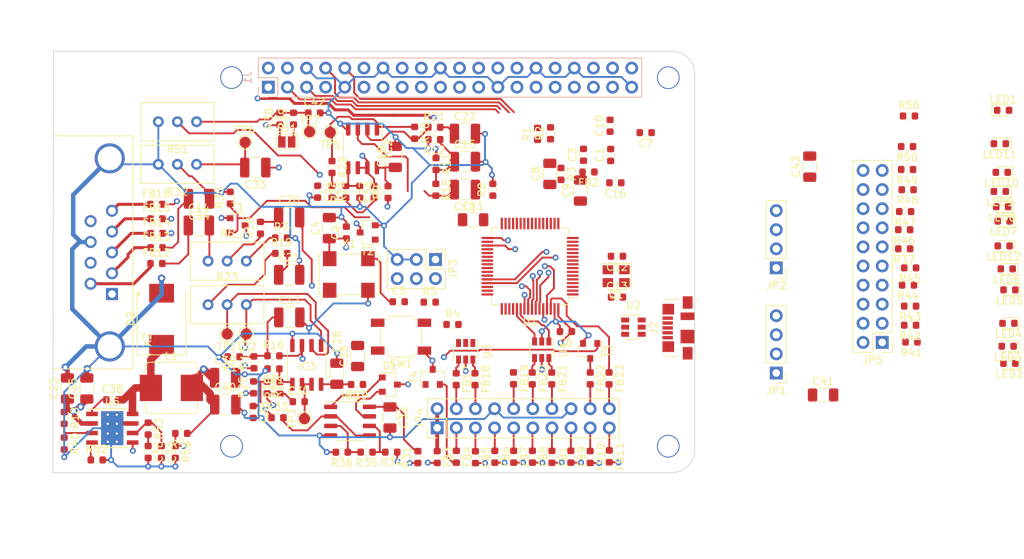
<source format=kicad_pcb>
(kicad_pcb (version 20171130) (host pcbnew "(5.1.5-0-10_14)")
  (layers (0 F.Cu signal) (1 In1.Cu signal) (2 In2.Cu signal) (31 B.Cu signal) (34 B.Paste user) (35 F.Paste user) (36 B.SilkS user hide) (37 F.SilkS user) (38 B.Mask user) (39 F.Mask user) (44 Edge.Cuts user))
  (net 0 "")
  (net 1 INHIBIT)
  (net 2 +3V3)
  (net 3 EXT_CLK)
  (net 4 "Net-(C5-Pad1)")
  (net 5 "Net-(C7-Pad1)")
  (net 6 NRST)
  (net 7 "Net-(C11-Pad1)")
  (net 8 "Net-(C12-Pad1)")
  (net 9 "Net-(C13-Pad1)")
  (net 10 "Net-(C14-Pad2)")
  (net 11 RXA_R)
  (net 12 "Net-(C15-Pad1)")
  (net 13 "Net-(C17-Pad1)")
  (net 14 "Net-(C18-Pad1)")
  (net 15 "Net-(C19-Pad2)")
  (net 16 "Net-(C20-Pad2)")
  (net 17 "Net-(C20-Pad1)")
  (net 18 "Net-(C21-Pad1)")
  (net 19 "Net-(C22-Pad1)")
  (net 20 +BATT)
  (net 21 "Net-(C24-Pad1)")
  (net 22 "Net-(C26-Pad1)")
  (net 23 "Net-(C27-Pad2)")
  (net 24 "Net-(C27-Pad1)")
  (net 25 "Net-(C28-Pad1)")
  (net 26 "Net-(C29-Pad1)")
  (net 27 RXA)
  (net 28 "Net-(C30-Pad1)")
  (net 29 "Net-(C31-Pad1)")
  (net 30 "Net-(C32-Pad1)")
  (net 31 "Net-(C33-Pad2)")
  (net 32 TXA_R)
  (net 33 "Net-(C34-Pad1)")
  (net 34 "Net-(C35-Pad1)")
  (net 35 "Net-(C36-Pad1)")
  (net 36 "Net-(C37-Pad1)")
  (net 37 "Net-(C38-Pad2)")
  (net 38 "Net-(C38-Pad1)")
  (net 39 +5V)
  (net 40 GNDA)
  (net 41 +3.3VA)
  (net 42 "Net-(C42-Pad1)")
  (net 43 "Net-(C43-Pad1)")
  (net 44 "Net-(D1-Pad2)")
  (net 45 "Net-(D1-Pad1)")
  (net 46 LED_DMR)
  (net 47 "Net-(FB1-Pad1)")
  (net 48 "Net-(FB3-Pad1)")
  (net 49 "Net-(FB4-Pad2)")
  (net 50 "Net-(FB4-Pad1)")
  (net 51 LED_HB)
  (net 52 "Net-(FB5-Pad1)")
  (net 53 LED_COS)
  (net 54 "Net-(FB6-Pad1)")
  (net 55 PTT)
  (net 56 "Net-(FB7-Pad1)")
  (net 57 LED_FM)
  (net 58 "Net-(FB8-Pad1)")
  (net 59 LED_DSTAR)
  (net 60 "Net-(FB9-Pad1)")
  (net 61 LED_YSF)
  (net 62 "Net-(FB10-Pad1)")
  (net 63 LED_P25)
  (net 64 "Net-(FB11-Pad1)")
  (net 65 "Net-(FB12-Pad1)")
  (net 66 "Net-(FB13-Pad1)")
  (net 67 "Net-(FB14-Pad1)")
  (net 68 RSSI_R)
  (net 69 "Net-(FB15-Pad1)")
  (net 70 PTT_R)
  (net 71 "Net-(FB16-Pad1)")
  (net 72 "Net-(FB17-Pad2)")
  (net 73 "Net-(FB17-Pad1)")
  (net 74 "Net-(FB18-Pad2)")
  (net 75 "Net-(FB18-Pad1)")
  (net 76 "Net-(FB19-Pad2)")
  (net 77 "Net-(FB20-Pad2)")
  (net 78 "Net-(FB20-Pad1)")
  (net 79 "Net-(FB21-Pad2)")
  (net 80 "Net-(FB21-Pad1)")
  (net 81 "Net-(FB22-Pad2)")
  (net 82 LED_CLIP)
  (net 83 "Net-(FB23-Pad2)")
  (net 84 LED_NXDN)
  (net 85 "Net-(IC2-Pad2)")
  (net 86 "Net-(IC2-Pad1)")
  (net 87 "Net-(IC3-Pad2)")
  (net 88 "Net-(IC3-Pad1)")
  (net 89 "Net-(IC4-Pad6)")
  (net 90 "Net-(IC4-Pad2)")
  (net 91 "Net-(IC4-Pad3)")
  (net 92 SDA)
  (net 93 SCL)
  (net 94 "Net-(J1-Pad7)")
  (net 95 RXD_HOST)
  (net 96 TXD_HOST)
  (net 97 "Net-(J1-Pad11)")
  (net 98 "Net-(J1-Pad12)")
  (net 99 "Net-(J1-Pad13)")
  (net 100 "Net-(J1-Pad15)")
  (net 101 "Net-(J1-Pad16)")
  (net 102 "Net-(J1-Pad18)")
  (net 103 "Net-(J1-Pad19)")
  (net 104 "Net-(J1-Pad21)")
  (net 105 "Net-(J1-Pad22)")
  (net 106 "Net-(J1-Pad23)")
  (net 107 "Net-(J1-Pad24)")
  (net 108 "Net-(J1-Pad26)")
  (net 109 "Net-(J1-Pad27)")
  (net 110 "Net-(J1-Pad28)")
  (net 111 "Net-(J1-Pad29)")
  (net 112 "Net-(J1-Pad31)")
  (net 113 "Net-(J1-Pad32)")
  (net 114 "Net-(J1-Pad33)")
  (net 115 "Net-(J1-Pad35)")
  (net 116 "Net-(J1-Pad36)")
  (net 117 "Net-(J1-Pad37)")
  (net 118 "Net-(J1-Pad38)")
  (net 119 "Net-(J1-Pad40)")
  (net 120 "Net-(J2-Pad4)")
  (net 121 "Net-(J2-Pad3)")
  (net 122 "Net-(J2-Pad2)")
  (net 123 "Net-(J2-Pad1)")
  (net 124 "Net-(JP1-Pad3)")
  (net 125 "Net-(JP1-Pad2)")
  (net 126 "Net-(JP2-Pad3)")
  (net 127 "Net-(JP2-Pad2)")
  (net 128 SWCLK)
  (net 129 SWDIO)
  (net 130 "Net-(JP5-Pad20)")
  (net 131 "Net-(JP5-Pad19)")
  (net 132 "Net-(JP5-Pad18)")
  (net 133 "Net-(JP5-Pad17)")
  (net 134 "Net-(JP5-Pad15)")
  (net 135 "Net-(JP5-Pad13)")
  (net 136 "Net-(JP5-Pad11)")
  (net 137 "Net-(JP5-Pad9)")
  (net 138 "Net-(JP5-Pad7)")
  (net 139 "Net-(JP5-Pad5)")
  (net 140 "Net-(JP5-Pad3)")
  (net 141 "Net-(LED1-Pad2)")
  (net 142 "Net-(LED2-Pad2)")
  (net 143 "Net-(LED3-Pad2)")
  (net 144 "Net-(LED4-Pad2)")
  (net 145 "Net-(LED5-Pad2)")
  (net 146 "Net-(LED6-Pad2)")
  (net 147 "Net-(LED7-Pad2)")
  (net 148 "Net-(LED8-Pad2)")
  (net 149 "Net-(LED9-Pad2)")
  (net 150 "Net-(LED10-Pad2)")
  (net 151 "Net-(LED11-Pad2)")
  (net 152 "Net-(LED12-Pad2)")
  (net 153 BOOT0)
  (net 154 "Net-(R4-Pad1)")
  (net 155 "Net-(R10-Pad1)")
  (net 156 "Net-(R6-Pad1)")
  (net 157 TXA)
  (net 158 "Net-(R18-Pad2)")
  (net 159 "Net-(R19-Pad1)")
  (net 160 "Net-(R39-Pad1)")
  (net 161 RSSI)
  (net 162 "Net-(R52-Pad1)")
  (net 163 "Net-(R54-Pad2)")
  (net 164 INHIBIT_R)
  (net 165 SR_RX)
  (net 166 SR_TX)
  (net 167 "Net-(U1-Pad52)")
  (net 168 "Net-(U1-Pad51)")
  (net 169 USB_D+)
  (net 170 USB_D-)
  (net 171 "Net-(U1-Pad41)")
  (net 172 "Net-(U1-Pad40)")
  (net 173 "Net-(U1-Pad39)")
  (net 174 "Net-(U1-Pad38)")
  (net 175 "Net-(U1-Pad37)")
  (net 176 "Net-(U1-Pad36)")
  (net 177 "Net-(U1-Pad29)")
  (net 178 BOOT1)
  (net 179 "Net-(U1-Pad25)")
  (net 180 "Net-(U1-Pad24)")
  (net 181 "Net-(U1-Pad23)")
  (net 182 "Net-(U1-Pad22)")
  (net 183 "Net-(U1-Pad21)")
  (net 184 "Net-(U1-Pad17)")
  (net 185 "Net-(U1-Pad16)")
  (net 186 "Net-(U1-Pad15)")
  (net 187 "Net-(U1-Pad14)")
  (net 188 "Net-(U1-Pad11)")
  (net 189 "Net-(U1-Pad10)")
  (net 190 "Net-(U1-Pad9)")
  (net 191 "Net-(U1-Pad8)")
  (net 192 "Net-(U1-Pad4)")
  (net 193 "Net-(U1-Pad3)")
  (net 194 "Net-(U1-Pad2)")
  (net 195 "Net-(X1-Pad1)")
  (net 196 "Net-(X2-Pad7)")
  (net 197 "Net-(X2-Pad1)")
  (net 198 GND)
  (module TestPoint:TestPoint_Pad_D1.5mm (layer F.Cu) (at 92.4052 71.5264)
    (fp_text reference TP7 (at 0 -1.648) (layer F.SilkS))
    (fp_text value RSSI)
    (pad 1 smd circle (at 0 0) (size 1.5 1.5) (layers F.Cu F.Mask) (net 42 "Net-(C42-Pad1)"))
  )
  (module TestPoint:TestPoint_Pad_D1.5mm (layer F.Cu) (at 83.8454 72.9234)
    (fp_text reference TP6 (at 0 -1.648) (layer F.SilkS))
    (fp_text value TXA_R)
    (pad 1 smd circle (at 0 0) (size 1.5 1.5) (layers F.Cu F.Mask) (net 31 "Net-(C33-Pad2)"))
  )
  (module TestPoint:TestPoint_Pad_D1.5mm (layer F.Cu) (at 95.1484 71.6026 180)
    (fp_text reference TP5 (at 0 -1.648) (layer F.SilkS))
    (fp_text value TestPoint)
    (pad 1 smd circle (at 0 0 180) (size 1.5 1.5) (layers F.Cu F.Mask) (net 86 "Net-(IC2-Pad1)"))
  )
  (module TestPoint:TestPoint_Pad_D1.5mm (layer F.Cu) (at 91.7194 109.6518 90)
    (fp_text reference TP3 (at 0 -1.648 90) (layer F.SilkS))
    (fp_text value RXA)
    (pad 1 smd circle (at 0 0 90) (size 1.5 1.5) (layers F.Cu F.Mask) (net 27 RXA))
  )
  (module TestPoint:TestPoint_Pad_D1.5mm (layer F.Cu) (at 84 98.4 180)
    (fp_text reference TP2 (at 0 -1.648) (layer F.SilkS))
    (fp_text value TestPoint)
    (pad 1 smd circle (at 0 0 180) (size 1.5 1.5) (layers F.Cu F.Mask) (net 88 "Net-(IC3-Pad1)"))
  )
  (module TestPoint:TestPoint_Pad_D1.5mm (layer F.Cu) (at 81.4578 98.3996 180)
    (fp_text reference TP1 (at 0 -1.648) (layer F.SilkS))
    (fp_text value TestPoint)
    (pad 1 smd circle (at 0 0 180) (size 1.5 1.5) (layers F.Cu F.Mask) (net 87 "Net-(IC3-Pad2)"))
  )
  (module Button_Switch_SMD:SW_SPST_SKQG_WithoutStem (layer F.Cu) (at 104.5476 98.751 180)
    (fp_text reference SW1 (at 0 -3.6) (layer F.SilkS))
    (fp_text value SW_Push)
    (pad 2 smd rect (at 3.1 1.85 180) (size 1.8 1.1) (layers F.Cu F.Paste F.Mask) (net 153 BOOT0))
    (pad 2 smd rect (at -3.1 1.85 180) (size 1.8 1.1) (layers F.Cu F.Paste F.Mask) (net 153 BOOT0))
    (pad 1 smd rect (at 3.1 -1.85 180) (size 1.8 1.1) (layers F.Cu F.Paste F.Mask) (net 2 +3V3))
    (pad 1 smd rect (at -3.1 -1.85 180) (size 1.8 1.1) (layers F.Cu F.Paste F.Mask) (net 2 +3V3))
  )
  (module Oscillator:Oscillator_SMD_IQD_IQXO70-4Pin_7.5x5.0mm (layer F.Cu) (at 97.6122 90.483)
    (fp_text reference X1 (at 0 -4.1) (layer F.SilkS))
    (fp_text value IQXO-70)
    (pad 4 smd rect (at -2.54 -2.1) (size 1.8 2) (layers F.Cu F.Paste F.Mask) (net 2 +3V3))
    (pad 3 smd rect (at 2.54 -2.1) (size 1.8 2) (layers F.Cu F.Paste F.Mask) (net 4 "Net-(C5-Pad1)"))
    (pad 2 smd rect (at 2.54 2.1) (size 1.8 2) (layers F.Cu F.Paste F.Mask) (net 198 GND))
    (pad 1 smd rect (at -2.54 2.1) (size 1.8 2) (layers F.Cu F.Paste F.Mask) (net 195 "Net-(X1-Pad1)"))
  )
  (module Crystal:Crystal_SMD_3225-4Pin_3.2x2.5mm (layer F.Cu) (at 133.1136 90.7152 180)
    (fp_text reference Q1 (at 0 -2.45) (layer F.SilkS))
    (fp_text value Crystal_GND24)
    (pad 4 smd rect (at -1.1 -0.85 180) (size 1.4 1.2) (layers F.Cu F.Paste F.Mask) (net 198 GND))
    (pad 3 smd rect (at 1.1 -0.85 180) (size 1.4 1.2) (layers F.Cu F.Paste F.Mask) (net 9 "Net-(C13-Pad1)"))
    (pad 2 smd rect (at 1.1 0.85 180) (size 1.4 1.2) (layers F.Cu F.Paste F.Mask) (net 198 GND))
    (pad 1 smd rect (at -1.1 0.85 180) (size 1.4 1.2) (layers F.Cu F.Paste F.Mask) (net 8 "Net-(C12-Pad1)"))
  )
  (module Inductor_SMD:L_Bourns_SRP7028A_7.3x6.6mm (layer F.Cu) (at 74.0482 105.5624)
    (fp_text reference L1 (at 0 -4.2) (layer F.SilkS))
    (fp_text value 8u2)
    (pad 2 smd rect (at 2.725 0) (size 2.95 3.5) (layers F.Cu F.Paste F.Mask) (net 39 +5V))
    (pad 1 smd rect (at -2.725 0) (size 2.95 3.5) (layers F.Cu F.Paste F.Mask) (net 37 "Net-(C38-Pad2)"))
  )
  (module Capacitor_SMD:C_1210_3225Metric (layer F.Cu) (at 81.2068 107.7722)
    (fp_text reference C40 (at 0 -2.28) (layer F.SilkS))
    (fp_text value 22u)
    (pad 2 smd roundrect (at 1.4 0) (size 1.25 2.65) (layers F.Cu F.Paste F.Mask) (roundrect_rratio 0.2) (net 198 GND))
    (pad 1 smd roundrect (at -1.4 0) (size 1.25 2.65) (layers F.Cu F.Paste F.Mask) (roundrect_rratio 0.2) (net 39 +5V))
  )
  (module Capacitor_SMD:C_1210_3225Metric (layer F.Cu) (at 81.1814 104.2162)
    (fp_text reference C39 (at 0 -2.28) (layer F.SilkS))
    (fp_text value 22u)
    (pad 2 smd roundrect (at 1.4 0) (size 1.25 2.65) (layers F.Cu F.Paste F.Mask) (roundrect_rratio 0.2) (net 198 GND))
    (pad 1 smd roundrect (at -1.4 0) (size 1.25 2.65) (layers F.Cu F.Paste F.Mask) (roundrect_rratio 0.2) (net 39 +5V))
  )
  (module Capacitor_SMD:C_1206_3216Metric (layer F.Cu) (at 103.0732 109.4964 270)
    (fp_text reference C32 (at 0 -1.82 90) (layer F.SilkS))
    (fp_text value 4u7)
    (pad 2 smd roundrect (at 1.4 0 270) (size 1.25 1.75) (layers F.Cu F.Paste F.Mask) (roundrect_rratio 0.2) (net 198 GND))
    (pad 1 smd roundrect (at -1.4 0 270) (size 1.25 1.75) (layers F.Cu F.Paste F.Mask) (roundrect_rratio 0.2) (net 30 "Net-(C32-Pad1)"))
  )
  (module Capacitor_SMD:C_1206_3216Metric (layer F.Cu) (at 96.012 103.6798 90)
    (fp_text reference C28 (at 4.2642 0.0508 90) (layer F.SilkS))
    (fp_text value 4u7)
    (pad 2 smd roundrect (at 1.4 0 90) (size 1.25 1.75) (layers F.Cu F.Paste F.Mask) (roundrect_rratio 0.2) (net 198 GND))
    (pad 1 smd roundrect (at -1.4 0 90) (size 1.25 1.75) (layers F.Cu F.Paste F.Mask) (roundrect_rratio 0.2) (net 25 "Net-(C28-Pad1)"))
  )
  (module Capacitor_SMD:C_1206_3216Metric (layer F.Cu) (at 103.7844 74.8508 90)
    (fp_text reference C18 (at 0 -1.82 90) (layer F.SilkS))
    (fp_text value 4u7)
    (pad 2 smd roundrect (at 1.4 0 90) (size 1.25 1.75) (layers F.Cu F.Paste F.Mask) (roundrect_rratio 0.2) (net 198 GND))
    (pad 1 smd roundrect (at -1.4 0 90) (size 1.25 1.75) (layers F.Cu F.Paste F.Mask) (roundrect_rratio 0.2) (net 14 "Net-(C18-Pad1)"))
  )
  (module Capacitor_SMD:C_1206_3216Metric (layer F.Cu) (at 114.1192 83.2104)
    (fp_text reference C11 (at 0 -1.82) (layer F.SilkS))
    (fp_text value 4u7)
    (pad 2 smd roundrect (at 1.4 0) (size 1.25 1.75) (layers F.Cu F.Paste F.Mask) (roundrect_rratio 0.2) (net 198 GND))
    (pad 1 smd roundrect (at -1.4 0) (size 1.25 1.75) (layers F.Cu F.Paste F.Mask) (roundrect_rratio 0.2) (net 7 "Net-(C11-Pad1)"))
  )
  (module Capacitor_SMD:C_1206_3216Metric (layer F.Cu) (at 128.3716 79.3243 90)
    (fp_text reference C9 (at 0 -1.82 90) (layer F.SilkS))
    (fp_text value 4u7)
    (pad 2 smd roundrect (at 1.4 0 90) (size 1.25 1.75) (layers F.Cu F.Paste F.Mask) (roundrect_rratio 0.2) (net 198 GND))
    (pad 1 smd roundrect (at -1.4 0 90) (size 1.25 1.75) (layers F.Cu F.Paste F.Mask) (roundrect_rratio 0.2) (net 5 "Net-(C7-Pad1)"))
  )
  (module Capacitor_SMD:C_1206_3216Metric (layer F.Cu) (at 124.3076 77.1144 90)
    (fp_text reference C8 (at 0 -1.82 90) (layer F.SilkS))
    (fp_text value 4u7)
    (pad 2 smd roundrect (at 1.4 0 90) (size 1.25 1.75) (layers F.Cu F.Paste F.Mask) (roundrect_rratio 0.2) (net 198 GND))
    (pad 1 smd roundrect (at -1.4 0 90) (size 1.25 1.75) (layers F.Cu F.Paste F.Mask) (roundrect_rratio 0.2) (net 6 NRST))
  )
  (module Potentiometer_THT:Potentiometer_Bourns_3296W_Vertical (layer F.Cu) (at 84 88.7)
    (fp_text reference R6 (at -2.54 -3.66) (layer F.SilkS))
    (fp_text value 100k)
    (pad 3 thru_hole circle (at -5.08 0) (size 1.44 1.44) (drill 0.8) (layers *.Cu *.Mask) (net 10 "Net-(C14-Pad2)"))
    (pad 2 thru_hole circle (at -2.54 0) (size 1.44 1.44) (drill 0.8) (layers *.Cu *.Mask) (net 155 "Net-(R10-Pad1)"))
    (pad 1 thru_hole circle (at 0 0) (size 1.44 1.44) (drill 0.8) (layers *.Cu *.Mask) (net 156 "Net-(R6-Pad1)"))
  )
  (module Connector_Dsub:DSUB-9_Female_Horizontal_P2.77x2.84mm_EdgePinOffset4.94mm_Housed_MountingHolesOffset7.48mm (layer F.Cu) (at 66.1622 93.0906 270)
    (fp_text reference X2 (at 6.0706 -4.699 270) (layer F.SilkS))
    (fp_text value "To Radio")
    (pad 0 thru_hole circle (at 6.96 0.3 270) (size 4 4) (drill 3.2) (layers *.Cu *.Mask) (net 198 GND))
    (pad 0 thru_hole circle (at -18.04 0.3 270) (size 4 4) (drill 3.2) (layers *.Cu *.Mask) (net 198 GND))
    (pad 9 thru_hole circle (at -9.695 2.84 270) (size 1.6 1.6) (drill 1) (layers *.Cu *.Mask) (net 20 +BATT))
    (pad 8 thru_hole circle (at -6.925 2.84 270) (size 1.6 1.6) (drill 1) (layers *.Cu *.Mask) (net 198 GND))
    (pad 7 thru_hole circle (at -4.155 2.84 270) (size 1.6 1.6) (drill 1) (layers *.Cu *.Mask) (net 196 "Net-(X2-Pad7)"))
    (pad 6 thru_hole circle (at -1.385 2.84 270) (size 1.6 1.6) (drill 1) (layers *.Cu *.Mask) (net 65 "Net-(FB12-Pad1)"))
    (pad 5 thru_hole circle (at -11.08 0 270) (size 1.6 1.6) (drill 1) (layers *.Cu *.Mask) (net 71 "Net-(FB16-Pad1)"))
    (pad 4 thru_hole circle (at -8.31 0 270) (size 1.6 1.6) (drill 1) (layers *.Cu *.Mask) (net 69 "Net-(FB15-Pad1)"))
    (pad 3 thru_hole circle (at -5.54 0 270) (size 1.6 1.6) (drill 1) (layers *.Cu *.Mask) (net 67 "Net-(FB14-Pad1)"))
    (pad 2 thru_hole circle (at -2.77 0 270) (size 1.6 1.6) (drill 1) (layers *.Cu *.Mask) (net 66 "Net-(FB13-Pad1)"))
    (pad 1 thru_hole rect (at 0 0 270) (size 1.6 1.6) (drill 1) (layers *.Cu *.Mask) (net 197 "Net-(X2-Pad1)"))
  )
  (module Potentiometer_THT:Potentiometer_Bourns_3296W_Vertical (layer F.Cu) (at 72.3138 70.1802 180)
    (fp_text reference R51 (at -2.54 -3.66 180) (layer F.SilkS))
    (fp_text value 100k)
    (pad 3 thru_hole circle (at -5.08 0 180) (size 1.44 1.44) (drill 0.8) (layers *.Cu *.Mask) (net 42 "Net-(C42-Pad1)"))
    (pad 2 thru_hole circle (at -2.54 0 180) (size 1.44 1.44) (drill 0.8) (layers *.Cu *.Mask) (net 161 RSSI))
    (pad 1 thru_hole circle (at 0 0 180) (size 1.44 1.44) (drill 0.8) (layers *.Cu *.Mask) (net 198 GND))
  )
  (module Potentiometer_THT:Potentiometer_Bourns_3296W_Vertical (layer F.Cu) (at 72.3138 75.8444 180)
    (fp_text reference R32 (at -2.54 -3.66 180) (layer F.SilkS))
    (fp_text value 10k)
    (pad 3 thru_hole circle (at -5.08 0 180) (size 1.44 1.44) (drill 0.8) (layers *.Cu *.Mask) (net 31 "Net-(C33-Pad2)"))
    (pad 2 thru_hole circle (at -2.54 0 180) (size 1.44 1.44) (drill 0.8) (layers *.Cu *.Mask) (net 33 "Net-(C34-Pad1)"))
    (pad 1 thru_hole circle (at 0 0 180) (size 1.44 1.44) (drill 0.8) (layers *.Cu *.Mask) (net 198 GND))
  )
  (module Potentiometer_THT:Potentiometer_Bourns_3296W_Vertical (layer F.Cu) (at 84 94.5)
    (fp_text reference R23 (at -2.54 -3.66) (layer F.SilkS))
    (fp_text value 100k)
    (pad 3 thru_hole circle (at -5.08 0) (size 1.44 1.44) (drill 0.8) (layers *.Cu *.Mask) (net 159 "Net-(R19-Pad1)"))
    (pad 2 thru_hole circle (at -2.54 0) (size 1.44 1.44) (drill 0.8) (layers *.Cu *.Mask) (net 87 "Net-(IC3-Pad2)"))
    (pad 1 thru_hole circle (at 0 0) (size 1.44 1.44) (drill 0.8) (layers *.Cu *.Mask) (net 88 "Net-(IC3-Pad1)"))
  )
  (module Package_SO:TI_SO-PowerPAD-8_ThermalVias (layer F.Cu) (at 66.202 110.9252)
    (fp_text reference U5 (at 0 -3.5) (layer F.SilkS))
    (fp_text value TPS54360DDA)
    (pad 9 thru_hole circle (at 0.6 1.8) (size 0.6 0.6) (drill 0.3) (layers *.Cu) (net 198 GND))
    (pad 9 thru_hole circle (at 0.6 0.7) (size 0.6 0.6) (drill 0.3) (layers *.Cu) (net 198 GND))
    (pad 9 thru_hole circle (at -0.6 0.7) (size 0.6 0.6) (drill 0.3) (layers *.Cu) (net 198 GND))
    (pad 9 thru_hole circle (at -0.6 1.8) (size 0.6 0.6) (drill 0.3) (layers *.Cu) (net 198 GND))
    (pad 9 thru_hole circle (at 0.6 -1.8) (size 0.6 0.6) (drill 0.3) (layers *.Cu) (net 198 GND))
    (pad 9 thru_hole circle (at 0.6 -0.6) (size 0.6 0.6) (drill 0.3) (layers *.Cu) (net 198 GND))
    (pad 9 thru_hole circle (at -0.6 -0.6) (size 0.6 0.6) (drill 0.3) (layers *.Cu) (net 198 GND))
    (pad 9 thru_hole circle (at -0.6 -1.8) (size 0.6 0.6) (drill 0.3) (layers *.Cu) (net 198 GND))
    (pad 9 smd rect (at 0 0) (size 2.95 4.5) (layers B.Cu) (net 198 GND))
    (pad 8 smd rect (at 2.7 -1.905) (size 1.55 0.6) (layers F.Cu F.Paste F.Mask) (net 37 "Net-(C38-Pad2)"))
    (pad 7 smd rect (at 2.7 -0.635) (size 1.55 0.6) (layers F.Cu F.Paste F.Mask) (net 198 GND))
    (pad 6 smd rect (at 2.7 0.635) (size 1.55 0.6) (layers F.Cu F.Paste F.Mask) (net 36 "Net-(C37-Pad1)"))
    (pad 5 smd rect (at 2.7 1.905) (size 1.55 0.6) (layers F.Cu F.Paste F.Mask) (net 163 "Net-(R54-Pad2)"))
    (pad 4 smd rect (at -2.7 1.905) (size 1.55 0.6) (layers F.Cu F.Paste F.Mask) (net 162 "Net-(R52-Pad1)"))
    (pad 3 smd rect (at -2.7 0.635) (size 1.55 0.6) (layers F.Cu F.Paste F.Mask) (net 158 "Net-(R18-Pad2)"))
    (pad 2 smd rect (at -2.7 -0.635) (size 1.55 0.6) (layers F.Cu F.Paste F.Mask) (net 20 +BATT))
    (pad 1 smd rect (at -2.7 -1.905) (size 1.55 0.6) (layers F.Cu F.Paste F.Mask) (net 38 "Net-(C38-Pad1)"))
    (pad 9 smd rect (at 0 0) (size 2.95 4.5) (layers F.Cu) (net 198 GND))
    (pad 9 smd rect (at 0 0) (size 2.6 3.1) (layers F.Cu F.Paste F.Mask) (net 198 GND))
  )
  (module Package_TO_SOT_SMD:SOT-23-6 (layer F.Cu) (at 123.2281 100.4904 270)
    (fp_text reference U4 (at 0 -2.9 270) (layer F.SilkS))
    (fp_text value USBLC6-2SC6)
    (pad 5 smd rect (at 1.1 0 270) (size 1.06 0.65) (layers F.Cu F.Paste F.Mask) (net 2 +3V3))
    (pad 6 smd rect (at 1.1 -0.95 270) (size 1.06 0.65) (layers F.Cu F.Paste F.Mask) (net 80 "Net-(FB21-Pad1)"))
    (pad 4 smd rect (at 1.1 0.95 270) (size 1.06 0.65) (layers F.Cu F.Paste F.Mask) (net 78 "Net-(FB20-Pad1)"))
    (pad 3 smd rect (at -1.1 0.95 270) (size 1.06 0.65) (layers F.Cu F.Paste F.Mask) (net 166 SR_TX))
    (pad 2 smd rect (at -1.1 0 270) (size 1.06 0.65) (layers F.Cu F.Paste F.Mask) (net 198 GND))
    (pad 1 smd rect (at -1.1 -0.95 270) (size 1.06 0.65) (layers F.Cu F.Paste F.Mask) (net 165 SR_RX))
  )
  (module Package_TO_SOT_SMD:SOT-23-6 (layer F.Cu) (at 113.1316 100.6904 270)
    (fp_text reference U3 (at 0 -2.9 270) (layer F.SilkS))
    (fp_text value USBLC6-2SC6)
    (pad 5 smd rect (at 1.1 0 270) (size 1.06 0.65) (layers F.Cu F.Paste F.Mask) (net 2 +3V3))
    (pad 6 smd rect (at 1.1 -0.95 270) (size 1.06 0.65) (layers F.Cu F.Paste F.Mask) (net 75 "Net-(FB18-Pad1)"))
    (pad 4 smd rect (at 1.1 0.95 270) (size 1.06 0.65) (layers F.Cu F.Paste F.Mask) (net 73 "Net-(FB17-Pad1)"))
    (pad 3 smd rect (at -1.1 0.95 270) (size 1.06 0.65) (layers F.Cu F.Paste F.Mask) (net 92 SDA))
    (pad 2 smd rect (at -1.1 0 270) (size 1.06 0.65) (layers F.Cu F.Paste F.Mask) (net 198 GND))
    (pad 1 smd rect (at -1.1 -0.95 270) (size 1.06 0.65) (layers F.Cu F.Paste F.Mask) (net 93 SCL))
  )
  (module Package_TO_SOT_SMD:SOT-23-6 (layer F.Cu) (at 135.4074 97.4852)
    (fp_text reference U2 (at 0 -2.9) (layer F.SilkS))
    (fp_text value USBLC6-2SC6)
    (pad 5 smd rect (at 1.1 0) (size 1.06 0.65) (layers F.Cu F.Paste F.Mask) (net 123 "Net-(J2-Pad1)"))
    (pad 6 smd rect (at 1.1 -0.95) (size 1.06 0.65) (layers F.Cu F.Paste F.Mask) (net 122 "Net-(J2-Pad2)"))
    (pad 4 smd rect (at 1.1 0.95) (size 1.06 0.65) (layers F.Cu F.Paste F.Mask) (net 121 "Net-(J2-Pad3)"))
    (pad 3 smd rect (at -1.1 0.95) (size 1.06 0.65) (layers F.Cu F.Paste F.Mask) (net 169 USB_D+))
    (pad 2 smd rect (at -1.1 0) (size 1.06 0.65) (layers F.Cu F.Paste F.Mask) (net 198 GND))
    (pad 1 smd rect (at -1.1 -0.95) (size 1.06 0.65) (layers F.Cu F.Paste F.Mask) (net 170 USB_D-))
  )
  (module Package_QFP:LQFP-64_10x10mm_P0.5mm (layer F.Cu) (at 121.6806 89.3866 180)
    (fp_text reference U1 (at 0 -7.4 180) (layer F.SilkS))
    (fp_text value STM32F446RETx)
    (pad 64 smd roundrect (at -3.75 -5.675 180) (size 0.3 1.55) (layers F.Cu F.Paste F.Mask) (net 2 +3V3))
    (pad 63 smd roundrect (at -3.25 -5.675 180) (size 0.3 1.55) (layers F.Cu F.Paste F.Mask) (net 198 GND))
    (pad 62 smd roundrect (at -2.75 -5.675 180) (size 0.3 1.55) (layers F.Cu F.Paste F.Mask) (net 84 LED_NXDN))
    (pad 61 smd roundrect (at -2.25 -5.675 180) (size 0.3 1.55) (layers F.Cu F.Paste F.Mask) (net 63 LED_P25))
    (pad 60 smd roundrect (at -1.75 -5.675 180) (size 0.3 1.55) (layers F.Cu F.Paste F.Mask) (net 154 "Net-(R4-Pad1)"))
    (pad 59 smd roundrect (at -1.25 -5.675 180) (size 0.3 1.55) (layers F.Cu F.Paste F.Mask) (net 61 LED_YSF))
    (pad 58 smd roundrect (at -0.75 -5.675 180) (size 0.3 1.55) (layers F.Cu F.Paste F.Mask) (net 59 LED_DSTAR))
    (pad 57 smd roundrect (at -0.25 -5.675 180) (size 0.3 1.55) (layers F.Cu F.Paste F.Mask) (net 46 LED_DMR))
    (pad 56 smd roundrect (at 0.25 -5.675 180) (size 0.3 1.55) (layers F.Cu F.Paste F.Mask) (net 53 LED_COS))
    (pad 55 smd roundrect (at 0.75 -5.675 180) (size 0.3 1.55) (layers F.Cu F.Paste F.Mask) (net 51 LED_HB))
    (pad 54 smd roundrect (at 1.25 -5.675 180) (size 0.3 1.55) (layers F.Cu F.Paste F.Mask) (net 165 SR_RX))
    (pad 53 smd roundrect (at 1.75 -5.675 180) (size 0.3 1.55) (layers F.Cu F.Paste F.Mask) (net 166 SR_TX))
    (pad 52 smd roundrect (at 2.25 -5.675 180) (size 0.3 1.55) (layers F.Cu F.Paste F.Mask) (net 167 "Net-(U1-Pad52)"))
    (pad 51 smd roundrect (at 2.75 -5.675 180) (size 0.3 1.55) (layers F.Cu F.Paste F.Mask) (net 168 "Net-(U1-Pad51)"))
    (pad 50 smd roundrect (at 3.25 -5.675 180) (size 0.3 1.55) (layers F.Cu F.Paste F.Mask) (net 3 EXT_CLK))
    (pad 49 smd roundrect (at 3.75 -5.675 180) (size 0.3 1.55) (layers F.Cu F.Paste F.Mask) (net 128 SWCLK))
    (pad 48 smd roundrect (at 5.675 -3.75 180) (size 1.55 0.3) (layers F.Cu F.Paste F.Mask) (net 2 +3V3))
    (pad 47 smd roundrect (at 5.675 -3.25 180) (size 1.55 0.3) (layers F.Cu F.Paste F.Mask) (net 198 GND))
    (pad 46 smd roundrect (at 5.675 -2.75 180) (size 1.55 0.3) (layers F.Cu F.Paste F.Mask) (net 129 SWDIO))
    (pad 45 smd roundrect (at 5.675 -2.25 180) (size 1.55 0.3) (layers F.Cu F.Paste F.Mask) (net 169 USB_D+))
    (pad 44 smd roundrect (at 5.675 -1.75 180) (size 1.55 0.3) (layers F.Cu F.Paste F.Mask) (net 170 USB_D-))
    (pad 43 smd roundrect (at 5.675 -1.25 180) (size 1.55 0.3) (layers F.Cu F.Paste F.Mask) (net 95 RXD_HOST))
    (pad 42 smd roundrect (at 5.675 -0.75 180) (size 1.55 0.3) (layers F.Cu F.Paste F.Mask) (net 96 TXD_HOST))
    (pad 41 smd roundrect (at 5.675 -0.25 180) (size 1.55 0.3) (layers F.Cu F.Paste F.Mask) (net 171 "Net-(U1-Pad41)"))
    (pad 40 smd roundrect (at 5.675 0.25 180) (size 1.55 0.3) (layers F.Cu F.Paste F.Mask) (net 172 "Net-(U1-Pad40)"))
    (pad 39 smd roundrect (at 5.675 0.75 180) (size 1.55 0.3) (layers F.Cu F.Paste F.Mask) (net 173 "Net-(U1-Pad39)"))
    (pad 38 smd roundrect (at 5.675 1.25 180) (size 1.55 0.3) (layers F.Cu F.Paste F.Mask) (net 174 "Net-(U1-Pad38)"))
    (pad 37 smd roundrect (at 5.675 1.75 180) (size 1.55 0.3) (layers F.Cu F.Paste F.Mask) (net 175 "Net-(U1-Pad37)"))
    (pad 36 smd roundrect (at 5.675 2.25 180) (size 1.55 0.3) (layers F.Cu F.Paste F.Mask) (net 176 "Net-(U1-Pad36)"))
    (pad 35 smd roundrect (at 5.675 2.75 180) (size 1.55 0.3) (layers F.Cu F.Paste F.Mask) (net 57 LED_FM))
    (pad 34 smd roundrect (at 5.675 3.25 180) (size 1.55 0.3) (layers F.Cu F.Paste F.Mask) (net 1 INHIBIT))
    (pad 33 smd roundrect (at 5.675 3.75 180) (size 1.55 0.3) (layers F.Cu F.Paste F.Mask) (net 55 PTT))
    (pad 32 smd roundrect (at 3.75 5.675 180) (size 0.3 1.55) (layers F.Cu F.Paste F.Mask) (net 2 +3V3))
    (pad 31 smd roundrect (at 3.25 5.675 180) (size 0.3 1.55) (layers F.Cu F.Paste F.Mask) (net 198 GND))
    (pad 30 smd roundrect (at 2.75 5.675 180) (size 0.3 1.55) (layers F.Cu F.Paste F.Mask) (net 7 "Net-(C11-Pad1)"))
    (pad 29 smd roundrect (at 2.25 5.675 180) (size 0.3 1.55) (layers F.Cu F.Paste F.Mask) (net 177 "Net-(U1-Pad29)"))
    (pad 28 smd roundrect (at 1.75 5.675 180) (size 0.3 1.55) (layers F.Cu F.Paste F.Mask) (net 178 BOOT1))
    (pad 27 smd roundrect (at 1.25 5.675 180) (size 0.3 1.55) (layers F.Cu F.Paste F.Mask) (net 161 RSSI))
    (pad 26 smd roundrect (at 0.75 5.675 180) (size 0.3 1.55) (layers F.Cu F.Paste F.Mask) (net 27 RXA))
    (pad 25 smd roundrect (at 0.25 5.675 180) (size 0.3 1.55) (layers F.Cu F.Paste F.Mask) (net 179 "Net-(U1-Pad25)"))
    (pad 24 smd roundrect (at -0.25 5.675 180) (size 0.3 1.55) (layers F.Cu F.Paste F.Mask) (net 180 "Net-(U1-Pad24)"))
    (pad 23 smd roundrect (at -0.75 5.675 180) (size 0.3 1.55) (layers F.Cu F.Paste F.Mask) (net 181 "Net-(U1-Pad23)"))
    (pad 22 smd roundrect (at -1.25 5.675 180) (size 0.3 1.55) (layers F.Cu F.Paste F.Mask) (net 182 "Net-(U1-Pad22)"))
    (pad 21 smd roundrect (at -1.75 5.675 180) (size 0.3 1.55) (layers F.Cu F.Paste F.Mask) (net 183 "Net-(U1-Pad21)"))
    (pad 20 smd roundrect (at -2.25 5.675 180) (size 0.3 1.55) (layers F.Cu F.Paste F.Mask) (net 157 TXA))
    (pad 19 smd roundrect (at -2.75 5.675 180) (size 0.3 1.55) (layers F.Cu F.Paste F.Mask) (net 2 +3V3))
    (pad 18 smd roundrect (at -3.25 5.675 180) (size 0.3 1.55) (layers F.Cu F.Paste F.Mask) (net 198 GND))
    (pad 17 smd roundrect (at -3.75 5.675 180) (size 0.3 1.55) (layers F.Cu F.Paste F.Mask) (net 184 "Net-(U1-Pad17)"))
    (pad 16 smd roundrect (at -5.675 3.75 180) (size 1.55 0.3) (layers F.Cu F.Paste F.Mask) (net 185 "Net-(U1-Pad16)"))
    (pad 15 smd roundrect (at -5.675 3.25 180) (size 1.55 0.3) (layers F.Cu F.Paste F.Mask) (net 186 "Net-(U1-Pad15)"))
    (pad 14 smd roundrect (at -5.675 2.75 180) (size 1.55 0.3) (layers F.Cu F.Paste F.Mask) (net 187 "Net-(U1-Pad14)"))
    (pad 13 smd roundrect (at -5.675 2.25 180) (size 1.55 0.3) (layers F.Cu F.Paste F.Mask) (net 5 "Net-(C7-Pad1)"))
    (pad 12 smd roundrect (at -5.675 1.75 180) (size 1.55 0.3) (layers F.Cu F.Paste F.Mask) (net 198 GND))
    (pad 11 smd roundrect (at -5.675 1.25 180) (size 1.55 0.3) (layers F.Cu F.Paste F.Mask) (net 188 "Net-(U1-Pad11)"))
    (pad 10 smd roundrect (at -5.675 0.75 180) (size 1.55 0.3) (layers F.Cu F.Paste F.Mask) (net 189 "Net-(U1-Pad10)"))
    (pad 9 smd roundrect (at -5.675 0.25 180) (size 1.55 0.3) (layers F.Cu F.Paste F.Mask) (net 190 "Net-(U1-Pad9)"))
    (pad 8 smd roundrect (at -5.675 -0.25 180) (size 1.55 0.3) (layers F.Cu F.Paste F.Mask) (net 191 "Net-(U1-Pad8)"))
    (pad 7 smd roundrect (at -5.675 -0.75 180) (size 1.55 0.3) (layers F.Cu F.Paste F.Mask) (net 6 NRST))
    (pad 6 smd roundrect (at -5.675 -1.25 180) (size 1.55 0.3) (layers F.Cu F.Paste F.Mask) (net 8 "Net-(C12-Pad1)"))
    (pad 5 smd roundrect (at -5.675 -1.75 180) (size 1.55 0.3) (layers F.Cu F.Paste F.Mask) (net 9 "Net-(C13-Pad1)"))
    (pad 4 smd roundrect (at -5.675 -2.25 180) (size 1.55 0.3) (layers F.Cu F.Paste F.Mask) (net 192 "Net-(U1-Pad4)"))
    (pad 3 smd roundrect (at -5.675 -2.75 180) (size 1.55 0.3) (layers F.Cu F.Paste F.Mask) (net 193 "Net-(U1-Pad3)"))
    (pad 2 smd roundrect (at -5.675 -3.25 180) (size 1.55 0.3) (layers F.Cu F.Paste F.Mask) (net 194 "Net-(U1-Pad2)"))
    (pad 1 smd roundrect (at -5.675 -3.75 180) (size 1.55 0.3) (layers F.Cu F.Paste F.Mask) (net 2 +3V3))
  )
  (module Package_TO_SOT_SMD:SOT-23 (layer F.Cu) (at 108.7526 104.1052 90)
    (fp_text reference T4 (at 0 -2.5 90) (layer F.SilkS))
    (fp_text value MMUN2214)
    (pad 3 smd rect (at 1 0 90) (size 0.9 0.8) (layers F.Cu F.Paste F.Mask) (net 2 +3V3))
    (pad 2 smd rect (at -1 0.95 90) (size 0.9 0.8) (layers F.Cu F.Paste F.Mask) (net 49 "Net-(FB4-Pad2)"))
    (pad 1 smd rect (at -1 -0.95 90) (size 0.9 0.8) (layers F.Cu F.Paste F.Mask) (net 96 TXD_HOST))
  )
  (module Package_TO_SOT_SMD:SOT-23 (layer F.Cu) (at 129.667 100.6508 270)
    (fp_text reference T3 (at 0 -2.5 90) (layer F.SilkS))
    (fp_text value MMUN2214)
    (pad 3 smd rect (at 1 0 270) (size 0.9 0.8) (layers F.Cu F.Paste F.Mask) (net 82 LED_CLIP))
    (pad 2 smd rect (at -1 0.95 270) (size 0.9 0.8) (layers F.Cu F.Paste F.Mask) (net 198 GND))
    (pad 1 smd rect (at -1 -0.95 270) (size 0.9 0.8) (layers F.Cu F.Paste F.Mask) (net 34 "Net-(C35-Pad1)"))
  )
  (module Package_TO_SOT_SMD:SOT-23 (layer F.Cu) (at 100.1174 84.902 180)
    (fp_text reference T2 (at 0 -2.5) (layer F.SilkS))
    (fp_text value MMUN2214)
    (pad 3 smd rect (at 1 0 180) (size 0.9 0.8) (layers F.Cu F.Paste F.Mask) (net 70 PTT_R))
    (pad 2 smd rect (at -1 0.95 180) (size 0.9 0.8) (layers F.Cu F.Paste F.Mask) (net 198 GND))
    (pad 1 smd rect (at -1 -0.95 180) (size 0.9 0.8) (layers F.Cu F.Paste F.Mask) (net 55 PTT))
  )
  (module Package_TO_SOT_SMD:SOT-23 (layer F.Cu) (at 82.8388 83.9572)
    (fp_text reference T1 (at 0 -2.5 180) (layer F.SilkS))
    (fp_text value MMUN2214)
    (pad 3 smd rect (at 1 0) (size 0.9 0.8) (layers F.Cu F.Paste F.Mask) (net 2 +3V3))
    (pad 2 smd rect (at -1 0.95) (size 0.9 0.8) (layers F.Cu F.Paste F.Mask) (net 1 INHIBIT))
    (pad 1 smd rect (at -1 -0.95) (size 0.9 0.8) (layers F.Cu F.Paste F.Mask) (net 164 INHIBIT_R))
  )
  (module Jumper:SolderJumper-2_P1.3mm_Open_Pad1.0x1.5mm (layer F.Cu) (at 89.3676 72.8726)
    (fp_text reference SJ1 (at 0 -1.8 180) (layer F.SilkS))
    (fp_text value Jumper_2_Open)
    (pad 1 smd rect (at -0.65 0) (size 1 1.5) (layers F.Cu F.Mask) (net 68 RSSI_R))
    (pad 2 smd rect (at 0.65 0) (size 1 1.5) (layers F.Cu F.Mask) (net 160 "Net-(R39-Pad1)"))
  )
  (module Resistor_SMD:R_0603_1608Metric (layer F.Cu) (at 172.0065 69.417)
    (fp_text reference R56 (at 0 -1.43) (layer F.SilkS))
    (fp_text value 560)
    (pad 2 smd roundrect (at 0.7875 0) (size 0.875 0.95) (layers F.Cu F.Paste F.Mask) (net 141 "Net-(LED1-Pad2)"))
    (pad 1 smd roundrect (at -0.7875 0) (size 0.875 0.95) (layers F.Cu F.Paste F.Mask) (net 41 +3.3VA))
  )
  (module Resistor_SMD:R_0603_1608Metric (layer F.Cu) (at 74.5744 114.0713 270)
    (fp_text reference R55 (at 0 -1.43 270) (layer F.SilkS))
    (fp_text value 10k2)
    (pad 2 smd roundrect (at 0.7875 0 270) (size 0.875 0.95) (layers F.Cu F.Paste F.Mask) (net 198 GND))
    (pad 1 smd roundrect (at -0.7875 0 270) (size 0.875 0.95) (layers F.Cu F.Paste F.Mask) (net 163 "Net-(R54-Pad2)"))
  )
  (module Resistor_SMD:R_0603_1608Metric (layer F.Cu) (at 75.3619 111.6076 180)
    (fp_text reference R54 (at 0 -1.43 180) (layer F.SilkS))
    (fp_text value 53k6)
    (pad 2 smd roundrect (at 0.7875 0 180) (size 0.875 0.95) (layers F.Cu F.Paste F.Mask) (net 163 "Net-(R54-Pad2)"))
    (pad 1 smd roundrect (at -0.7875 0 180) (size 0.875 0.95) (layers F.Cu F.Paste F.Mask) (net 39 +5V))
  )
  (module Resistor_SMD:R_0603_1608Metric (layer F.Cu) (at 70.9676 110.9725 270)
    (fp_text reference R53 (at 0 -1.43 270) (layer F.SilkS))
    (fp_text value 10k2)
    (pad 2 smd roundrect (at 0.7875 0 270) (size 0.875 0.95) (layers F.Cu F.Paste F.Mask) (net 35 "Net-(C36-Pad1)"))
    (pad 1 smd roundrect (at -0.7875 0 270) (size 0.875 0.95) (layers F.Cu F.Paste F.Mask) (net 36 "Net-(C37-Pad1)"))
  )
  (module Resistor_SMD:R_0603_1608Metric (layer F.Cu) (at 64.1351 115.1382)
    (fp_text reference R52 (at 0 -1.43 180) (layer F.SilkS))
    (fp_text value 162k)
    (pad 2 smd roundrect (at 0.7875 0) (size 0.875 0.95) (layers F.Cu F.Paste F.Mask) (net 198 GND))
    (pad 1 smd roundrect (at -0.7875 0) (size 0.875 0.95) (layers F.Cu F.Paste F.Mask) (net 162 "Net-(R52-Pad1)"))
  )
  (module Resistor_SMD:R_0603_1608Metric (layer F.Cu) (at 171.7525 73.481 180)
    (fp_text reference R50 (at 0 -1.43) (layer F.SilkS))
    (fp_text value 560)
    (pad 2 smd roundrect (at 0.7875 0 180) (size 0.875 0.95) (layers F.Cu F.Paste F.Mask) (net 130 "Net-(JP5-Pad20)"))
    (pad 1 smd roundrect (at -0.7875 0 180) (size 0.875 0.95) (layers F.Cu F.Paste F.Mask) (net 151 "Net-(LED11-Pad2)"))
  )
  (module Resistor_SMD:R_0603_1608Metric (layer F.Cu) (at 171.7525 76.529 180)
    (fp_text reference R49 (at 0 -1.43 180) (layer F.SilkS))
    (fp_text value 560)
    (pad 2 smd roundrect (at 0.7875 0 180) (size 0.875 0.95) (layers F.Cu F.Paste F.Mask) (net 131 "Net-(JP5-Pad19)"))
    (pad 1 smd roundrect (at -0.7875 0 180) (size 0.875 0.95) (layers F.Cu F.Paste F.Mask) (net 150 "Net-(LED10-Pad2)"))
  )
  (module Resistor_SMD:R_0603_1608Metric (layer F.Cu) (at 171.8288 79.2214 180)
    (fp_text reference R48 (at 0 -1.43) (layer F.SilkS))
    (fp_text value 560)
    (pad 2 smd roundrect (at 0.7875 0 180) (size 0.875 0.95) (layers F.Cu F.Paste F.Mask) (net 133 "Net-(JP5-Pad17)"))
    (pad 1 smd roundrect (at -0.7875 0 180) (size 0.875 0.95) (layers F.Cu F.Paste F.Mask) (net 149 "Net-(LED9-Pad2)"))
  )
  (module Resistor_SMD:R_0603_1608Metric (layer F.Cu) (at 171.4985 82.117 180)
    (fp_text reference R47 (at 0 -1.43 180) (layer F.SilkS))
    (fp_text value 560)
    (pad 2 smd roundrect (at 0.7875 0 180) (size 0.875 0.95) (layers F.Cu F.Paste F.Mask) (net 134 "Net-(JP5-Pad15)"))
    (pad 1 smd roundrect (at -0.7875 0 180) (size 0.875 0.95) (layers F.Cu F.Paste F.Mask) (net 148 "Net-(LED8-Pad2)"))
  )
  (module Resistor_SMD:R_0603_1608Metric (layer F.Cu) (at 171.3715 84.53 180)
    (fp_text reference R46 (at 0 -1.43) (layer F.SilkS))
    (fp_text value 560)
    (pad 2 smd roundrect (at 0.7875 0 180) (size 0.875 0.95) (layers F.Cu F.Paste F.Mask) (net 135 "Net-(JP5-Pad13)"))
    (pad 1 smd roundrect (at -0.7875 0 180) (size 0.875 0.95) (layers F.Cu F.Paste F.Mask) (net 147 "Net-(LED7-Pad2)"))
  )
  (module Resistor_SMD:R_0603_1608Metric (layer F.Cu) (at 172.159 89.61 180)
    (fp_text reference R45 (at 0 -1.43) (layer F.SilkS))
    (fp_text value 560)
    (pad 2 smd roundrect (at 0.7875 0 180) (size 0.875 0.95) (layers F.Cu F.Paste F.Mask) (net 137 "Net-(JP5-Pad9)"))
    (pad 1 smd roundrect (at -0.7875 0 180) (size 0.875 0.95) (layers F.Cu F.Paste F.Mask) (net 146 "Net-(LED6-Pad2)"))
  )
  (module Resistor_SMD:R_0603_1608Metric (layer F.Cu) (at 171.8795 91.896 180)
    (fp_text reference R44 (at 0 -1.43 180) (layer F.SilkS))
    (fp_text value 560)
    (pad 2 smd roundrect (at 0.7875 0 180) (size 0.875 0.95) (layers F.Cu F.Paste F.Mask) (net 138 "Net-(JP5-Pad7)"))
    (pad 1 smd roundrect (at -0.7875 0 180) (size 0.875 0.95) (layers F.Cu F.Paste F.Mask) (net 145 "Net-(LED5-Pad2)"))
  )
  (module Resistor_SMD:R_0603_1608Metric (layer F.Cu) (at 172.159 94.69 180)
    (fp_text reference R43 (at 0 -1.43) (layer F.SilkS))
    (fp_text value 560)
    (pad 2 smd roundrect (at 0.7875 0 180) (size 0.875 0.95) (layers F.Cu F.Paste F.Mask) (net 139 "Net-(JP5-Pad5)"))
    (pad 1 smd roundrect (at -0.7875 0 180) (size 0.875 0.95) (layers F.Cu F.Paste F.Mask) (net 144 "Net-(LED4-Pad2)"))
  )
  (module Resistor_SMD:R_0603_1608Metric (layer F.Cu) (at 172.159 97.23 180)
    (fp_text reference R42 (at 0 -1.43) (layer F.SilkS))
    (fp_text value 560)
    (pad 2 smd roundrect (at 0.7875 0 180) (size 0.875 0.95) (layers F.Cu F.Paste F.Mask) (net 140 "Net-(JP5-Pad3)"))
    (pad 1 smd roundrect (at -0.7875 0 180) (size 0.875 0.95) (layers F.Cu F.Paste F.Mask) (net 143 "Net-(LED3-Pad2)"))
  )
  (module Resistor_SMD:R_0603_1608Metric (layer F.Cu) (at 172.3369 99.4652 180)
    (fp_text reference R41 (at 0 -1.43) (layer F.SilkS))
    (fp_text value 1k)
    (pad 2 smd roundrect (at 0.7875 0 180) (size 0.875 0.95) (layers F.Cu F.Paste F.Mask) (net 41 +3.3VA))
    (pad 1 smd roundrect (at -0.7875 0 180) (size 0.875 0.95) (layers F.Cu F.Paste F.Mask) (net 142 "Net-(LED2-Pad2)"))
  )
  (module Resistor_SMD:R_0603_1608Metric (layer F.Cu) (at 59.817 112.9537 270)
    (fp_text reference R40 (at 0 -1.43 270) (layer F.SilkS))
    (fp_text value 82k)
    (pad 2 smd roundrect (at 0.7875 0 270) (size 0.875 0.95) (layers F.Cu F.Paste F.Mask) (net 198 GND))
    (pad 1 smd roundrect (at -0.7875 0 270) (size 0.875 0.95) (layers F.Cu F.Paste F.Mask) (net 158 "Net-(R18-Pad2)"))
  )
  (module Resistor_SMD:R_0603_1608Metric (layer F.Cu) (at 90.2716 69.7737 90)
    (fp_text reference R39 (at 0 -1.43 90) (layer F.SilkS))
    (fp_text value 4k7)
    (pad 2 smd roundrect (at 0.7875 0 90) (size 0.875 0.95) (layers F.Cu F.Paste F.Mask) (net 42 "Net-(C42-Pad1)"))
    (pad 1 smd roundrect (at -0.7875 0 90) (size 0.875 0.95) (layers F.Cu F.Paste F.Mask) (net 160 "Net-(R39-Pad1)"))
  )
  (module Resistor_SMD:R_0603_1608Metric (layer F.Cu) (at 88.4555 69.7865 90)
    (fp_text reference R38 (at 0 -1.43 90) (layer F.SilkS))
    (fp_text value 47k)
    (pad 2 smd roundrect (at 0.7875 0 90) (size 0.875 0.95) (layers F.Cu F.Paste F.Mask) (net 42 "Net-(C42-Pad1)"))
    (pad 1 smd roundrect (at -0.7875 0 90) (size 0.875 0.95) (layers F.Cu F.Paste F.Mask) (net 68 RSSI_R))
  )
  (module Resistor_SMD:R_0603_1608Metric (layer F.Cu) (at 171.3715 87.07 180)
    (fp_text reference R37 (at 0 -1.43) (layer F.SilkS))
    (fp_text value 47)
    (pad 2 smd roundrect (at 0.7875 0 180) (size 0.875 0.95) (layers F.Cu F.Paste F.Mask) (net 136 "Net-(JP5-Pad11)"))
    (pad 1 smd roundrect (at -0.7875 0 180) (size 0.875 0.95) (layers F.Cu F.Paste F.Mask) (net 152 "Net-(LED12-Pad2)"))
  )
  (module Resistor_SMD:R_0603_1608Metric (layer F.Cu) (at 96.685 114.1095 180)
    (fp_text reference R36 (at 0 -1.43 180) (layer F.SilkS))
    (fp_text value 1k)
    (pad 2 smd roundrect (at 0.7875 0 180) (size 0.875 0.95) (layers F.Cu F.Paste F.Mask) (net 198 GND))
    (pad 1 smd roundrect (at -0.7875 0 180) (size 0.875 0.95) (layers F.Cu F.Paste F.Mask) (net 91 "Net-(IC4-Pad3)"))
  )
  (module Resistor_SMD:R_0603_1608Metric (layer F.Cu) (at 99.9745 114.0968 180)
    (fp_text reference R35 (at 0 -1.43 180) (layer F.SilkS))
    (fp_text value 10k)
    (pad 2 smd roundrect (at 0.7875 0 180) (size 0.875 0.95) (layers F.Cu F.Paste F.Mask) (net 91 "Net-(IC4-Pad3)"))
    (pad 1 smd roundrect (at -0.7875 0 180) (size 0.875 0.95) (layers F.Cu F.Paste F.Mask) (net 89 "Net-(IC4-Pad6)"))
  )
  (module Resistor_SMD:R_0603_1608Metric (layer F.Cu) (at 103.2511 114.0968 180)
    (fp_text reference R34 (at 0 -1.43 180) (layer F.SilkS))
    (fp_text value 1k)
    (pad 2 smd roundrect (at 0.7875 0 180) (size 0.875 0.95) (layers F.Cu F.Paste F.Mask) (net 89 "Net-(IC4-Pad6)"))
    (pad 1 smd roundrect (at -0.7875 0 180) (size 0.875 0.95) (layers F.Cu F.Paste F.Mask) (net 2 +3V3))
  )
  (module Resistor_SMD:R_0603_1608Metric (layer F.Cu) (at 88.1379 109.5248)
    (fp_text reference R33 (at 0 -1.43) (layer F.SilkS))
    (fp_text value 10k)
    (pad 2 smd roundrect (at 0.7875 0) (size 0.875 0.95) (layers F.Cu F.Paste F.Mask) (net 90 "Net-(IC4-Pad2)"))
    (pad 1 smd roundrect (at -0.7875 0) (size 0.875 0.95) (layers F.Cu F.Paste F.Mask) (net 88 "Net-(IC3-Pad1)"))
  )
  (module Resistor_SMD:R_0603_1608Metric (layer F.Cu) (at 106.7816 114.7573 90)
    (fp_text reference R31 (at 0 -1.43 270) (layer F.SilkS))
    (fp_text value 47)
    (pad 2 smd roundrect (at 0.7875 0 90) (size 0.875 0.95) (layers F.Cu F.Paste F.Mask) (net 30 "Net-(C32-Pad1)"))
    (pad 1 smd roundrect (at -0.7875 0 90) (size 0.875 0.95) (layers F.Cu F.Paste F.Mask) (net 2 +3V3))
  )
  (module Resistor_SMD:R_0603_1608Metric (layer F.Cu) (at 81.8642 80.2894 90)
    (fp_text reference R30 (at 0 -1.43 90) (layer F.SilkS))
    (fp_text value 47k)
    (pad 2 smd roundrect (at 0.7875 0 90) (size 0.875 0.95) (layers F.Cu F.Paste F.Mask) (net 198 GND))
    (pad 1 smd roundrect (at -0.7875 0 90) (size 0.875 0.95) (layers F.Cu F.Paste F.Mask) (net 1 INHIBIT))
  )
  (module Resistor_SMD:R_0603_1608Metric (layer F.Cu) (at 98.7045 105.1052 180)
    (fp_text reference R29 (at 0 -1.43 180) (layer F.SilkS))
    (fp_text value 47)
    (pad 2 smd roundrect (at 0.7875 0 180) (size 0.875 0.95) (layers F.Cu F.Paste F.Mask) (net 25 "Net-(C28-Pad1)"))
    (pad 1 smd roundrect (at -0.7875 0 180) (size 0.875 0.95) (layers F.Cu F.Paste F.Mask) (net 39 +5V))
  )
  (module Resistor_SMD:R_0603_1608Metric (layer F.Cu) (at 88.4682 105.5625 90)
    (fp_text reference R28 (at 0 -1.43 90) (layer F.SilkS))
    (fp_text value 3k9)
    (pad 2 smd roundrect (at 0.7875 0 90) (size 0.875 0.95) (layers F.Cu F.Paste F.Mask) (net 29 "Net-(C31-Pad1)"))
    (pad 1 smd roundrect (at -0.7875 0 90) (size 0.875 0.95) (layers F.Cu F.Paste F.Mask) (net 28 "Net-(C30-Pad1)"))
  )
  (module Resistor_SMD:R_0603_1608Metric (layer F.Cu) (at 86.7664 105.5115 270)
    (fp_text reference R27 (at 0 -1.43 90) (layer F.SilkS))
    (fp_text value 39k)
    (pad 2 smd roundrect (at 0.7875 0 270) (size 0.875 0.95) (layers F.Cu F.Paste F.Mask) (net 28 "Net-(C30-Pad1)"))
    (pad 1 smd roundrect (at -0.7875 0 270) (size 0.875 0.95) (layers F.Cu F.Paste F.Mask) (net 22 "Net-(C26-Pad1)"))
  )
  (module Resistor_SMD:R_0603_1608Metric (layer F.Cu) (at 97.2312 79.5021 90)
    (fp_text reference R26 (at 0 -1.43 90) (layer F.SilkS))
    (fp_text value 3k9)
    (pad 2 smd roundrect (at 0.7875 0 90) (size 0.875 0.95) (layers F.Cu F.Paste F.Mask) (net 26 "Net-(C29-Pad1)"))
    (pad 1 smd roundrect (at -0.7875 0 90) (size 0.875 0.95) (layers F.Cu F.Paste F.Mask) (net 24 "Net-(C27-Pad1)"))
  )
  (module Resistor_SMD:R_0603_1608Metric (layer F.Cu) (at 84.963 105.4862 90)
    (fp_text reference R25 (at 0 -1.43 90) (layer F.SilkS))
    (fp_text value 3k3)
    (pad 2 smd roundrect (at 0.7875 0 90) (size 0.875 0.95) (layers F.Cu F.Paste F.Mask) (net 22 "Net-(C26-Pad1)"))
    (pad 1 smd roundrect (at -0.7875 0 90) (size 0.875 0.95) (layers F.Cu F.Paste F.Mask) (net 88 "Net-(IC3-Pad1)"))
  )
  (module Resistor_SMD:R_0603_1608Metric (layer F.Cu) (at 95.377 79.4767 270)
    (fp_text reference R24 (at 0 -1.43 90) (layer F.SilkS))
    (fp_text value 39k)
    (pad 2 smd roundrect (at 0.7875 0 270) (size 0.875 0.95) (layers F.Cu F.Paste F.Mask) (net 24 "Net-(C27-Pad1)"))
    (pad 1 smd roundrect (at -0.7875 0 270) (size 0.875 0.95) (layers F.Cu F.Paste F.Mask) (net 21 "Net-(C24-Pad1)"))
  )
  (module Resistor_SMD:R_0603_1608Metric (layer F.Cu) (at 95.377 76.1999 270)
    (fp_text reference R22 (at 0 -1.43 90) (layer F.SilkS))
    (fp_text value 3k3)
    (pad 2 smd roundrect (at 0.7875 0 270) (size 0.875 0.95) (layers F.Cu F.Paste F.Mask) (net 21 "Net-(C24-Pad1)"))
    (pad 1 smd roundrect (at -0.7875 0 270) (size 0.875 0.95) (layers F.Cu F.Paste F.Mask) (net 86 "Net-(IC2-Pad1)"))
  )
  (module Resistor_SMD:R_0603_1608Metric (layer F.Cu) (at 108.9659 70.9168)
    (fp_text reference R21 (at 0 -1.43) (layer F.SilkS))
    (fp_text value 100k)
    (pad 2 smd roundrect (at 0.7875 0) (size 0.875 0.95) (layers F.Cu F.Paste F.Mask) (net 19 "Net-(C22-Pad1)"))
    (pad 1 smd roundrect (at -0.7875 0) (size 0.875 0.95) (layers F.Cu F.Paste F.Mask) (net 85 "Net-(IC2-Pad2)"))
  )
  (module Resistor_SMD:R_0603_1608Metric (layer F.Cu) (at 106.3498 71.6533 270)
    (fp_text reference R20 (at 0 -1.43 270) (layer F.SilkS))
    (fp_text value 68k)
    (pad 2 smd roundrect (at 0.7875 0 270) (size 0.875 0.95) (layers F.Cu F.Paste F.Mask) (net 85 "Net-(IC2-Pad2)"))
    (pad 1 smd roundrect (at -0.7875 0 270) (size 0.875 0.95) (layers F.Cu F.Paste F.Mask) (net 86 "Net-(IC2-Pad1)"))
  )
  (module Resistor_SMD:R_0603_1608Metric (layer F.Cu) (at 88.646 87.6808)
    (fp_text reference R19 (at 0 -1.43) (layer F.SilkS))
    (fp_text value 10k)
    (pad 2 smd roundrect (at 0.7875 0) (size 0.875 0.95) (layers F.Cu F.Paste F.Mask) (net 18 "Net-(C21-Pad1)"))
    (pad 1 smd roundrect (at -0.7875 0) (size 0.875 0.95) (layers F.Cu F.Paste F.Mask) (net 159 "Net-(R19-Pad1)"))
  )
  (module Resistor_SMD:R_0603_1608Metric (layer F.Cu) (at 59.817 109.5501 270)
    (fp_text reference R18 (at 0 -1.43 90) (layer F.SilkS))
    (fp_text value 523k)
    (pad 2 smd roundrect (at 0.7875 0 270) (size 0.875 0.95) (layers F.Cu F.Paste F.Mask) (net 158 "Net-(R18-Pad2)"))
    (pad 1 smd roundrect (at -0.7875 0 270) (size 0.875 0.95) (layers F.Cu F.Paste F.Mask) (net 20 +BATT))
  )
  (module Resistor_SMD:R_0603_1608Metric (layer F.Cu) (at 87.6045 101.2952)
    (fp_text reference R16 (at 0 -1.43) (layer F.SilkS))
    (fp_text value 100k)
    (pad 2 smd roundrect (at 0.7875 0) (size 0.875 0.95) (layers F.Cu F.Paste F.Mask) (net 16 "Net-(C20-Pad2)"))
    (pad 1 smd roundrect (at -0.7875 0) (size 0.875 0.95) (layers F.Cu F.Paste F.Mask) (net 13 "Net-(C17-Pad1)"))
  )
  (module Resistor_SMD:R_0603_1608Metric (layer F.Cu) (at 109.1692 79.2225 270)
    (fp_text reference R15 (at 0 -1.43 270) (layer F.SilkS))
    (fp_text value 100k)
    (pad 2 smd roundrect (at 0.7875 0 270) (size 0.875 0.95) (layers F.Cu F.Paste F.Mask) (net 15 "Net-(C19-Pad2)"))
    (pad 1 smd roundrect (at -0.7875 0 270) (size 0.875 0.95) (layers F.Cu F.Paste F.Mask) (net 12 "Net-(C15-Pad1)"))
  )
  (module Resistor_SMD:R_0603_1608Metric (layer F.Cu) (at 82.3213 101.4222 180)
    (fp_text reference R14 (at 0 -1.43) (layer F.SilkS))
    (fp_text value 22k)
    (pad 2 smd roundrect (at 0.7875 0 180) (size 0.875 0.95) (layers F.Cu F.Paste F.Mask) (net 198 GND))
    (pad 1 smd roundrect (at -0.7875 0 180) (size 0.875 0.95) (layers F.Cu F.Paste F.Mask) (net 13 "Net-(C17-Pad1)"))
  )
  (module Resistor_SMD:R_0603_1608Metric (layer F.Cu) (at 85.0138 102.1589 90)
    (fp_text reference R13 (at 0.6141 -1.2248 90) (layer F.SilkS))
    (fp_text value 22k)
    (pad 2 smd roundrect (at 0.7875 0 90) (size 0.875 0.95) (layers F.Cu F.Paste F.Mask) (net 13 "Net-(C17-Pad1)"))
    (pad 1 smd roundrect (at -0.7875 0 90) (size 0.875 0.95) (layers F.Cu F.Paste F.Mask) (net 2 +3V3))
  )
  (module Resistor_SMD:R_0603_1608Metric (layer F.Cu) (at 108.9661 72.5424 180)
    (fp_text reference R12 (at 0 -1.43) (layer F.SilkS))
    (fp_text value 22k)
    (pad 2 smd roundrect (at 0.7875 0 180) (size 0.875 0.95) (layers F.Cu F.Paste F.Mask) (net 198 GND))
    (pad 1 smd roundrect (at -0.7875 0 180) (size 0.875 0.95) (layers F.Cu F.Paste F.Mask) (net 12 "Net-(C15-Pad1)"))
  )
  (module Resistor_SMD:R_0603_1608Metric (layer F.Cu) (at 109.1946 75.7935 270)
    (fp_text reference R11 (at 0 -1.43 90) (layer F.SilkS))
    (fp_text value 22k)
    (pad 2 smd roundrect (at 0.7875 0 270) (size 0.875 0.95) (layers F.Cu F.Paste F.Mask) (net 12 "Net-(C15-Pad1)"))
    (pad 1 smd roundrect (at -0.7875 0 270) (size 0.875 0.95) (layers F.Cu F.Paste F.Mask) (net 39 +5V))
  )
  (module Resistor_SMD:R_0603_1608Metric (layer F.Cu) (at 85.8774 84.2773 90)
    (fp_text reference R10 (at 0 -1.43 90) (layer F.SilkS))
    (fp_text value 10k)
    (pad 2 smd roundrect (at 0.7875 0 90) (size 0.875 0.95) (layers F.Cu F.Paste F.Mask) (net 17 "Net-(C20-Pad1)"))
    (pad 1 smd roundrect (at -0.7875 0 90) (size 0.875 0.95) (layers F.Cu F.Paste F.Mask) (net 155 "Net-(R10-Pad1)"))
  )
  (module Resistor_SMD:R_0603_1608Metric (layer F.Cu) (at 102.8192 79.5275 90)
    (fp_text reference R9 (at 0 -1.43 270) (layer F.SilkS))
    (fp_text value 47)
    (pad 2 smd roundrect (at 0.7875 0 90) (size 0.875 0.95) (layers F.Cu F.Paste F.Mask) (net 14 "Net-(C18-Pad1)"))
    (pad 1 smd roundrect (at -0.7875 0 90) (size 0.875 0.95) (layers F.Cu F.Paste F.Mask) (net 2 +3V3))
  )
  (module Resistor_SMD:R_0603_1608Metric (layer F.Cu) (at 116.7384 79.2227 90)
    (fp_text reference R8 (at 0 -1.43 270) (layer F.SilkS))
    (fp_text value 10k)
    (pad 2 smd roundrect (at 0.7875 0 90) (size 0.875 0.95) (layers F.Cu F.Paste F.Mask) (net 198 GND))
    (pad 1 smd roundrect (at -0.7875 0 90) (size 0.875 0.95) (layers F.Cu F.Paste F.Mask) (net 157 TXA))
  )
  (module Resistor_SMD:R_0603_1608Metric (layer F.Cu) (at 88.6207 85.6234)
    (fp_text reference R7 (at 0 -1.43 180) (layer F.SilkS))
    (fp_text value 100)
    (pad 2 smd roundrect (at 0.7875 0) (size 0.875 0.95) (layers F.Cu F.Paste F.Mask) (net 198 GND))
    (pad 1 smd roundrect (at -0.7875 0) (size 0.875 0.95) (layers F.Cu F.Paste F.Mask) (net 156 "Net-(R6-Pad1)"))
  )
  (module Resistor_SMD:R_0603_1608Metric (layer F.Cu) (at 108.3565 94.1578)
    (fp_text reference R5 (at 0 -1.43 180) (layer F.SilkS))
    (fp_text value 10k)
    (pad 2 smd roundrect (at 0.7875 0) (size 0.875 0.95) (layers F.Cu F.Paste F.Mask) (net 198 GND))
    (pad 1 smd roundrect (at -0.7875 0) (size 0.875 0.95) (layers F.Cu F.Paste F.Mask) (net 153 BOOT0))
  )
  (module Resistor_SMD:R_0603_1608Metric (layer F.Cu) (at 111.3789 97.1296)
    (fp_text reference R4 (at 0 -1.43) (layer F.SilkS))
    (fp_text value 10k)
    (pad 2 smd roundrect (at 0.7875 0) (size 0.875 0.95) (layers F.Cu F.Paste F.Mask) (net 153 BOOT0))
    (pad 1 smd roundrect (at -0.7875 0) (size 0.875 0.95) (layers F.Cu F.Paste F.Mask) (net 154 "Net-(R4-Pad1)"))
  )
  (module Resistor_SMD:R_0603_1608Metric (layer F.Cu) (at 125.7935 77.1145 270)
    (fp_text reference R3 (at 0 -1.43 270) (layer F.SilkS))
    (fp_text value 10k)
    (pad 2 smd roundrect (at 0.7875 0 270) (size 0.875 0.95) (layers F.Cu F.Paste F.Mask) (net 6 NRST))
    (pad 1 smd roundrect (at -0.7875 0 270) (size 0.875 0.95) (layers F.Cu F.Paste F.Mask) (net 2 +3V3))
  )
  (module Resistor_SMD:R_0603_1608Metric (layer F.Cu) (at 124.3965 71.717 90)
    (fp_text reference R2 (at 0 -1.43 90) (layer F.SilkS))
    (fp_text value 1k)
    (pad 2 smd roundrect (at 0.7875 0 90) (size 0.875 0.95) (layers F.Cu F.Paste F.Mask) (net 6 NRST))
    (pad 1 smd roundrect (at -0.7875 0 90) (size 0.875 0.95) (layers F.Cu F.Paste F.Mask) (net 119 "Net-(J1-Pad40)"))
  )
  (module Resistor_SMD:R_0603_1608Metric (layer F.Cu) (at 122.682 71.793 90)
    (fp_text reference R1 (at 0 -1.43 90) (layer F.SilkS))
    (fp_text value 1k)
    (pad 2 smd roundrect (at 0.7875 0 90) (size 0.875 0.95) (layers F.Cu F.Paste F.Mask) (net 153 BOOT0))
    (pad 1 smd roundrect (at -0.7875 0 90) (size 0.875 0.95) (layers F.Cu F.Paste F.Mask) (net 118 "Net-(J1-Pad38)"))
  )
  (module LED_SMD:LED_0603_1608Metric (layer F.Cu) (at 184.5795 86.689 180)
    (fp_text reference LED12 (at 0 -1.43 180) (layer F.SilkS))
    (fp_text value VIO)
    (pad 2 smd roundrect (at 0.7875 0 180) (size 0.875 0.95) (layers F.Cu F.Paste F.Mask) (net 152 "Net-(LED12-Pad2)"))
    (pad 1 smd roundrect (at -0.7875 0 180) (size 0.875 0.95) (layers F.Cu F.Paste F.Mask) (net 40 GNDA))
  )
  (module LED_SMD:LED_0603_1608Metric (layer F.Cu) (at 184.0715 73.1 180)
    (fp_text reference LED11 (at 0 -1.43) (layer F.SilkS))
    (fp_text value YEL)
    (pad 2 smd roundrect (at 0.7875 0 180) (size 0.875 0.95) (layers F.Cu F.Paste F.Mask) (net 151 "Net-(LED11-Pad2)"))
    (pad 1 smd roundrect (at -0.7875 0 180) (size 0.875 0.95) (layers F.Cu F.Paste F.Mask) (net 40 GNDA))
  )
  (module LED_SMD:LED_0603_1608Metric (layer F.Cu) (at 184.3255 76.91 180)
    (fp_text reference LED10 (at 0 -1.43) (layer F.SilkS))
    (fp_text value YEL)
    (pad 2 smd roundrect (at 0.7875 0 180) (size 0.875 0.95) (layers F.Cu F.Paste F.Mask) (net 150 "Net-(LED10-Pad2)"))
    (pad 1 smd roundrect (at -0.7875 0 180) (size 0.875 0.95) (layers F.Cu F.Paste F.Mask) (net 40 GNDA))
  )
  (module LED_SMD:LED_0603_1608Metric (layer F.Cu) (at 184.0715 79.45 180)
    (fp_text reference LED9 (at 0 -1.43) (layer F.SilkS))
    (fp_text value YEL)
    (pad 2 smd roundrect (at 0.7875 0 180) (size 0.875 0.95) (layers F.Cu F.Paste F.Mask) (net 149 "Net-(LED9-Pad2)"))
    (pad 1 smd roundrect (at -0.7875 0 180) (size 0.875 0.95) (layers F.Cu F.Paste F.Mask) (net 40 GNDA))
  )
  (module LED_SMD:LED_0603_1608Metric (layer F.Cu) (at 184.3765 81.482 180)
    (fp_text reference LED8 (at 0 -1.43 180) (layer F.SilkS))
    (fp_text value YEL)
    (pad 2 smd roundrect (at 0.7875 0 180) (size 0.875 0.95) (layers F.Cu F.Paste F.Mask) (net 148 "Net-(LED8-Pad2)"))
    (pad 1 smd roundrect (at -0.7875 0 180) (size 0.875 0.95) (layers F.Cu F.Paste F.Mask) (net 40 GNDA))
  )
  (module LED_SMD:LED_0603_1608Metric (layer F.Cu) (at 184.5795 83.387 180)
    (fp_text reference LED7 (at 0 -1.43) (layer F.SilkS))
    (fp_text value YEL)
    (pad 2 smd roundrect (at 0.7875 0 180) (size 0.875 0.95) (layers F.Cu F.Paste F.Mask) (net 147 "Net-(LED7-Pad2)"))
    (pad 1 smd roundrect (at -0.7875 0 180) (size 0.875 0.95) (layers F.Cu F.Paste F.Mask) (net 40 GNDA))
  )
  (module LED_SMD:LED_0603_1608Metric (layer F.Cu) (at 184.986 89.737 180)
    (fp_text reference LED6 (at 0 -1.43 180) (layer F.SilkS))
    (fp_text value RED)
    (pad 2 smd roundrect (at 0.7875 0 180) (size 0.875 0.95) (layers F.Cu F.Paste F.Mask) (net 146 "Net-(LED6-Pad2)"))
    (pad 1 smd roundrect (at -0.7875 0 180) (size 0.875 0.95) (layers F.Cu F.Paste F.Mask) (net 40 GNDA))
  )
  (module LED_SMD:LED_0603_1608Metric (layer F.Cu) (at 185.3415 92.531 180)
    (fp_text reference LED5 (at 0 -1.43 180) (layer F.SilkS))
    (fp_text value GRN)
    (pad 2 smd roundrect (at 0.7875 0 180) (size 0.875 0.95) (layers F.Cu F.Paste F.Mask) (net 145 "Net-(LED5-Pad2)"))
    (pad 1 smd roundrect (at -0.7875 0 180) (size 0.875 0.95) (layers F.Cu F.Paste F.Mask) (net 40 GNDA))
  )
  (module LED_SMD:LED_0603_1608Metric (layer F.Cu) (at 185.2145 96.976 180)
    (fp_text reference LED4 (at 0 -1.43 180) (layer F.SilkS))
    (fp_text value ORG)
    (pad 2 smd roundrect (at 0.7875 0 180) (size 0.875 0.95) (layers F.Cu F.Paste F.Mask) (net 144 "Net-(LED4-Pad2)"))
    (pad 1 smd roundrect (at -0.7875 0 180) (size 0.875 0.95) (layers F.Cu F.Paste F.Mask) (net 40 GNDA))
  )
  (module LED_SMD:LED_0603_1608Metric (layer F.Cu) (at 185.113 100.024 180)
    (fp_text reference LED3 (at 0 -1.43) (layer F.SilkS))
    (fp_text value ORG)
    (pad 2 smd roundrect (at 0.7875 0 180) (size 0.875 0.95) (layers F.Cu F.Paste F.Mask) (net 143 "Net-(LED3-Pad2)"))
    (pad 1 smd roundrect (at -0.7875 0 180) (size 0.875 0.95) (layers F.Cu F.Paste F.Mask) (net 40 GNDA))
  )
  (module LED_SMD:LED_0603_1608Metric (layer F.Cu) (at 185.3415 102.31 180)
    (fp_text reference LED2 (at 0 -1.43) (layer F.SilkS))
    (fp_text value BLU)
    (pad 2 smd roundrect (at 0.7875 0 180) (size 0.875 0.95) (layers F.Cu F.Paste F.Mask) (net 142 "Net-(LED2-Pad2)"))
    (pad 1 smd roundrect (at -0.7875 0 180) (size 0.875 0.95) (layers F.Cu F.Paste F.Mask) (net 40 GNDA))
  )
  (module LED_SMD:LED_0603_1608Metric (layer F.Cu) (at 184.5035 68.655)
    (fp_text reference LED1 (at 0 -1.43) (layer F.SilkS))
    (fp_text value RED)
    (pad 2 smd roundrect (at 0.7875 0) (size 0.875 0.95) (layers F.Cu F.Paste F.Mask) (net 141 "Net-(LED1-Pad2)"))
    (pad 1 smd roundrect (at -0.7875 0) (size 0.875 0.95) (layers F.Cu F.Paste F.Mask) (net 132 "Net-(JP5-Pad18)"))
  )
  (module Connector_PinHeader_2.54mm:PinHeader_2x10_P2.54mm_Vertical (layer F.Cu) (at 168.4506 99.516 180)
    (fp_text reference JP5 (at 1.27 -2.33) (layer F.SilkS))
    (fp_text value "To STM32 DVM")
    (pad 20 thru_hole oval (at 2.54 22.86 180) (size 1.7 1.7) (drill 1) (layers *.Cu *.Mask) (net 130 "Net-(JP5-Pad20)"))
    (pad 19 thru_hole oval (at 0 22.86 180) (size 1.7 1.7) (drill 1) (layers *.Cu *.Mask) (net 131 "Net-(JP5-Pad19)"))
    (pad 18 thru_hole oval (at 2.54 20.32 180) (size 1.7 1.7) (drill 1) (layers *.Cu *.Mask) (net 132 "Net-(JP5-Pad18)"))
    (pad 17 thru_hole oval (at 0 20.32 180) (size 1.7 1.7) (drill 1) (layers *.Cu *.Mask) (net 133 "Net-(JP5-Pad17)"))
    (pad 16 thru_hole oval (at 2.54 17.78 180) (size 1.7 1.7) (drill 1) (layers *.Cu *.Mask) (net 40 GNDA))
    (pad 15 thru_hole oval (at 0 17.78 180) (size 1.7 1.7) (drill 1) (layers *.Cu *.Mask) (net 134 "Net-(JP5-Pad15)"))
    (pad 14 thru_hole oval (at 2.54 15.24 180) (size 1.7 1.7) (drill 1) (layers *.Cu *.Mask) (net 126 "Net-(JP2-Pad3)"))
    (pad 13 thru_hole oval (at 0 15.24 180) (size 1.7 1.7) (drill 1) (layers *.Cu *.Mask) (net 135 "Net-(JP5-Pad13)"))
    (pad 12 thru_hole oval (at 2.54 12.7 180) (size 1.7 1.7) (drill 1) (layers *.Cu *.Mask) (net 127 "Net-(JP2-Pad2)"))
    (pad 11 thru_hole oval (at 0 12.7 180) (size 1.7 1.7) (drill 1) (layers *.Cu *.Mask) (net 136 "Net-(JP5-Pad11)"))
    (pad 10 thru_hole oval (at 2.54 10.16 180) (size 1.7 1.7) (drill 1) (layers *.Cu *.Mask) (net 43 "Net-(C43-Pad1)"))
    (pad 9 thru_hole oval (at 0 10.16 180) (size 1.7 1.7) (drill 1) (layers *.Cu *.Mask) (net 137 "Net-(JP5-Pad9)"))
    (pad 8 thru_hole oval (at 2.54 7.62 180) (size 1.7 1.7) (drill 1) (layers *.Cu *.Mask) (net 40 GNDA))
    (pad 7 thru_hole oval (at 0 7.62 180) (size 1.7 1.7) (drill 1) (layers *.Cu *.Mask) (net 138 "Net-(JP5-Pad7)"))
    (pad 6 thru_hole oval (at 2.54 5.08 180) (size 1.7 1.7) (drill 1) (layers *.Cu *.Mask) (net 124 "Net-(JP1-Pad3)"))
    (pad 5 thru_hole oval (at 0 5.08 180) (size 1.7 1.7) (drill 1) (layers *.Cu *.Mask) (net 139 "Net-(JP5-Pad5)"))
    (pad 4 thru_hole oval (at 2.54 2.54 180) (size 1.7 1.7) (drill 1) (layers *.Cu *.Mask) (net 125 "Net-(JP1-Pad2)"))
    (pad 3 thru_hole oval (at 0 2.54 180) (size 1.7 1.7) (drill 1) (layers *.Cu *.Mask) (net 140 "Net-(JP5-Pad3)"))
    (pad 2 thru_hole oval (at 2.54 0 180) (size 1.7 1.7) (drill 1) (layers *.Cu *.Mask) (net 41 +3.3VA))
    (pad 1 thru_hole rect (at 0 0 180) (size 1.7 1.7) (drill 1) (layers *.Cu *.Mask) (net 41 +3.3VA))
  )
  (module Connector_PinHeader_2.54mm:PinHeader_2x10_P2.54mm_Vertical (layer F.Cu) (at 109.347 110.871 90)
    (fp_text reference JP4 (at 1.27 -2.33 90) (layer F.SilkS))
    (fp_text value "To LED + Display")
    (pad 20 thru_hole oval (at 2.54 22.86 90) (size 1.7 1.7) (drill 1) (layers *.Cu *.Mask) (net 83 "Net-(FB23-Pad2)"))
    (pad 19 thru_hole oval (at 0 22.86 90) (size 1.7 1.7) (drill 1) (layers *.Cu *.Mask) (net 64 "Net-(FB11-Pad1)"))
    (pad 18 thru_hole oval (at 2.54 20.32 90) (size 1.7 1.7) (drill 1) (layers *.Cu *.Mask) (net 81 "Net-(FB22-Pad2)"))
    (pad 17 thru_hole oval (at 0 20.32 90) (size 1.7 1.7) (drill 1) (layers *.Cu *.Mask) (net 62 "Net-(FB10-Pad1)"))
    (pad 16 thru_hole oval (at 2.54 17.78 90) (size 1.7 1.7) (drill 1) (layers *.Cu *.Mask) (net 198 GND))
    (pad 15 thru_hole oval (at 0 17.78 90) (size 1.7 1.7) (drill 1) (layers *.Cu *.Mask) (net 60 "Net-(FB9-Pad1)"))
    (pad 14 thru_hole oval (at 2.54 15.24 90) (size 1.7 1.7) (drill 1) (layers *.Cu *.Mask) (net 79 "Net-(FB21-Pad2)"))
    (pad 13 thru_hole oval (at 0 15.24 90) (size 1.7 1.7) (drill 1) (layers *.Cu *.Mask) (net 47 "Net-(FB1-Pad1)"))
    (pad 12 thru_hole oval (at 2.54 12.7 90) (size 1.7 1.7) (drill 1) (layers *.Cu *.Mask) (net 77 "Net-(FB20-Pad2)"))
    (pad 11 thru_hole oval (at 0 12.7 90) (size 1.7 1.7) (drill 1) (layers *.Cu *.Mask) (net 58 "Net-(FB8-Pad1)"))
    (pad 10 thru_hole oval (at 2.54 10.16 90) (size 1.7 1.7) (drill 1) (layers *.Cu *.Mask) (net 76 "Net-(FB19-Pad2)"))
    (pad 9 thru_hole oval (at 0 10.16 90) (size 1.7 1.7) (drill 1) (layers *.Cu *.Mask) (net 56 "Net-(FB7-Pad1)"))
    (pad 8 thru_hole oval (at 2.54 7.62 90) (size 1.7 1.7) (drill 1) (layers *.Cu *.Mask) (net 198 GND))
    (pad 7 thru_hole oval (at 0 7.62 90) (size 1.7 1.7) (drill 1) (layers *.Cu *.Mask) (net 54 "Net-(FB6-Pad1)"))
    (pad 6 thru_hole oval (at 2.54 5.08 90) (size 1.7 1.7) (drill 1) (layers *.Cu *.Mask) (net 74 "Net-(FB18-Pad2)"))
    (pad 5 thru_hole oval (at 0 5.08 90) (size 1.7 1.7) (drill 1) (layers *.Cu *.Mask) (net 52 "Net-(FB5-Pad1)"))
    (pad 4 thru_hole oval (at 2.54 2.54 90) (size 1.7 1.7) (drill 1) (layers *.Cu *.Mask) (net 72 "Net-(FB17-Pad2)"))
    (pad 3 thru_hole oval (at 0 2.54 90) (size 1.7 1.7) (drill 1) (layers *.Cu *.Mask) (net 50 "Net-(FB4-Pad1)"))
    (pad 2 thru_hole oval (at 2.54 0 90) (size 1.7 1.7) (drill 1) (layers *.Cu *.Mask) (net 48 "Net-(FB3-Pad1)"))
    (pad 1 thru_hole rect (at 0 0 90) (size 1.7 1.7) (drill 1) (layers *.Cu *.Mask) (net 48 "Net-(FB3-Pad1)"))
  )
  (module Connector_PinHeader_2.54mm:PinHeader_2x03_P2.54mm_Vertical (layer F.Cu) (at 109.1184 88.4936 270)
    (fp_text reference JP3 (at 1.27 -2.33 90) (layer F.SilkS))
    (fp_text value Debug)
    (pad 6 thru_hole oval (at 2.54 5.08 270) (size 1.7 1.7) (drill 1) (layers *.Cu *.Mask) (net 6 NRST))
    (pad 5 thru_hole oval (at 0 5.08 270) (size 1.7 1.7) (drill 1) (layers *.Cu *.Mask) (net 198 GND))
    (pad 4 thru_hole oval (at 2.54 2.54 270) (size 1.7 1.7) (drill 1) (layers *.Cu *.Mask) (net 128 SWCLK))
    (pad 3 thru_hole oval (at 0 2.54 270) (size 1.7 1.7) (drill 1) (layers *.Cu *.Mask) (net 198 GND))
    (pad 2 thru_hole oval (at 2.54 0 270) (size 1.7 1.7) (drill 1) (layers *.Cu *.Mask) (net 129 SWDIO))
    (pad 1 thru_hole rect (at 0 0 270) (size 1.7 1.7) (drill 1) (layers *.Cu *.Mask) (net 2 +3V3))
  )
  (module Connector_PinHeader_2.54mm:PinHeader_1x04_P2.54mm_Vertical (layer F.Cu) (at 154.379 89.61 180)
    (fp_text reference JP2 (at 0 -2.33) (layer F.SilkS))
    (fp_text value "Nextion Display")
    (pad 4 thru_hole oval (at 0 7.62 180) (size 1.7 1.7) (drill 1) (layers *.Cu *.Mask) (net 40 GNDA))
    (pad 3 thru_hole oval (at 0 5.08 180) (size 1.7 1.7) (drill 1) (layers *.Cu *.Mask) (net 126 "Net-(JP2-Pad3)"))
    (pad 2 thru_hole oval (at 0 2.54 180) (size 1.7 1.7) (drill 1) (layers *.Cu *.Mask) (net 127 "Net-(JP2-Pad2)"))
    (pad 1 thru_hole rect (at 0 0 180) (size 1.7 1.7) (drill 1) (layers *.Cu *.Mask) (net 43 "Net-(C43-Pad1)"))
  )
  (module Connector_PinHeader_2.54mm:PinHeader_1x04_P2.54mm_Vertical (layer F.Cu) (at 154.379 103.58 180)
    (fp_text reference JP1 (at 0 -2.33) (layer F.SilkS))
    (fp_text value "I2C Display")
    (pad 4 thru_hole oval (at 0 7.62 180) (size 1.7 1.7) (drill 1) (layers *.Cu *.Mask) (net 40 GNDA))
    (pad 3 thru_hole oval (at 0 5.08 180) (size 1.7 1.7) (drill 1) (layers *.Cu *.Mask) (net 124 "Net-(JP1-Pad3)"))
    (pad 2 thru_hole oval (at 0 2.54 180) (size 1.7 1.7) (drill 1) (layers *.Cu *.Mask) (net 125 "Net-(JP1-Pad2)"))
    (pad 1 thru_hole rect (at 0 0 180) (size 1.7 1.7) (drill 1) (layers *.Cu *.Mask) (net 41 +3.3VA))
  )
  (module Connector_USB:USB_Micro-B_Molex_47346-0001 (layer F.Cu) (at 141.414 97.5868 90)
    (fp_text reference J2 (at 0 -3.3 270) (layer F.SilkS))
    (fp_text value USB_B_Micro)
    (pad 6 smd rect (at 1.55 1.2 90) (size 1 1.9) (layers F.Cu F.Paste F.Mask) (net 198 GND))
    (pad 6 smd rect (at -1.15 1.2 90) (size 1.8 1.9) (layers F.Cu F.Paste F.Mask) (net 198 GND))
    (pad 6 smd rect (at 3.375 1.2 90) (size 1.65 1.3) (layers F.Cu F.Paste F.Mask) (net 198 GND))
    (pad 6 smd rect (at -3.375 1.2 90) (size 1.65 1.3) (layers F.Cu F.Paste F.Mask) (net 198 GND))
    (pad 6 smd rect (at 2.4875 -1.375 90) (size 1.425 1.55) (layers F.Cu F.Paste F.Mask) (net 198 GND))
    (pad 6 smd rect (at -2.4875 -1.375 90) (size 1.425 1.55) (layers F.Cu F.Paste F.Mask) (net 198 GND))
    (pad 5 smd rect (at 1.3 -1.46 90) (size 0.45 1.38) (layers F.Cu F.Paste F.Mask) (net 198 GND))
    (pad 4 smd rect (at 0.65 -1.46 90) (size 0.45 1.38) (layers F.Cu F.Paste F.Mask) (net 120 "Net-(J2-Pad4)"))
    (pad 3 smd rect (at 0 -1.46 90) (size 0.45 1.38) (layers F.Cu F.Paste F.Mask) (net 121 "Net-(J2-Pad3)"))
    (pad 2 smd rect (at -0.65 -1.46 90) (size 0.45 1.38) (layers F.Cu F.Paste F.Mask) (net 122 "Net-(J2-Pad2)"))
    (pad 1 smd rect (at -1.3 -1.46 90) (size 0.45 1.38) (layers F.Cu F.Paste F.Mask) (net 123 "Net-(J2-Pad1)"))
  )
  (module Package_SO:SO-8_3.9x4.9mm_P1.27mm (layer F.Cu) (at 97.7742 109.982)
    (fp_text reference IC4 (at 0 -3.4) (layer F.SilkS))
    (fp_text value MCP6002)
    (pad 8 smd roundrect (at 2.575 -1.905) (size 1.75 0.6) (layers F.Cu F.Paste F.Mask) (net 30 "Net-(C32-Pad1)"))
    (pad 7 smd roundrect (at 2.575 -0.635) (size 1.75 0.6) (layers F.Cu F.Paste F.Mask) (net 44 "Net-(D1-Pad2)"))
    (pad 6 smd roundrect (at 2.575 0.635) (size 1.75 0.6) (layers F.Cu F.Paste F.Mask) (net 89 "Net-(IC4-Pad6)"))
    (pad 5 smd roundrect (at 2.575 1.905) (size 1.75 0.6) (layers F.Cu F.Paste F.Mask) (net 90 "Net-(IC4-Pad2)"))
    (pad 4 smd roundrect (at -2.575 1.905) (size 1.75 0.6) (layers F.Cu F.Paste F.Mask) (net 198 GND))
    (pad 3 smd roundrect (at -2.575 0.635) (size 1.75 0.6) (layers F.Cu F.Paste F.Mask) (net 91 "Net-(IC4-Pad3)"))
    (pad 2 smd roundrect (at -2.575 -0.635) (size 1.75 0.6) (layers F.Cu F.Paste F.Mask) (net 90 "Net-(IC4-Pad2)"))
    (pad 1 smd roundrect (at -2.575 -1.905) (size 1.75 0.6) (layers F.Cu F.Paste F.Mask) (net 45 "Net-(D1-Pad1)"))
  )
  (module Package_SO:SO-8_3.9x4.9mm_P1.27mm (layer F.Cu) (at 92.0242 102.5048 270)
    (fp_text reference IC3 (at 0.2128 -0.0508) (layer F.SilkS))
    (fp_text value MCP6002)
    (pad 8 smd roundrect (at 2.575 -1.905 270) (size 1.75 0.6) (layers F.Cu F.Paste F.Mask) (net 25 "Net-(C28-Pad1)"))
    (pad 7 smd roundrect (at 2.575 -0.635 270) (size 1.75 0.6) (layers F.Cu F.Paste F.Mask) (net 27 RXA))
    (pad 6 smd roundrect (at 2.575 0.635 270) (size 1.75 0.6) (layers F.Cu F.Paste F.Mask) (net 27 RXA))
    (pad 5 smd roundrect (at 2.575 1.905 270) (size 1.75 0.6) (layers F.Cu F.Paste F.Mask) (net 29 "Net-(C31-Pad1)"))
    (pad 4 smd roundrect (at -2.575 1.905 270) (size 1.75 0.6) (layers F.Cu F.Paste F.Mask) (net 198 GND))
    (pad 3 smd roundrect (at -2.575 0.635 270) (size 1.75 0.6) (layers F.Cu F.Paste F.Mask) (net 16 "Net-(C20-Pad2)"))
    (pad 2 smd roundrect (at -2.575 -0.635 270) (size 1.75 0.6) (layers F.Cu F.Paste F.Mask) (net 87 "Net-(IC3-Pad2)"))
    (pad 1 smd roundrect (at -2.575 -1.905 270) (size 1.75 0.6) (layers F.Cu F.Paste F.Mask) (net 88 "Net-(IC3-Pad1)"))
  )
  (module Package_SO:SO-8_3.9x4.9mm_P1.27mm (layer F.Cu) (at 99.441 73.7266 270)
    (fp_text reference IC2 (at 0 -3.4 270) (layer F.SilkS))
    (fp_text value MCP6002)
    (pad 8 smd roundrect (at 2.575 -1.905 270) (size 1.75 0.6) (layers F.Cu F.Paste F.Mask) (net 14 "Net-(C18-Pad1)"))
    (pad 7 smd roundrect (at 2.575 -0.635 270) (size 1.75 0.6) (layers F.Cu F.Paste F.Mask) (net 23 "Net-(C27-Pad2)"))
    (pad 6 smd roundrect (at 2.575 0.635 270) (size 1.75 0.6) (layers F.Cu F.Paste F.Mask) (net 23 "Net-(C27-Pad2)"))
    (pad 5 smd roundrect (at 2.575 1.905 270) (size 1.75 0.6) (layers F.Cu F.Paste F.Mask) (net 26 "Net-(C29-Pad1)"))
    (pad 4 smd roundrect (at -2.575 1.905 270) (size 1.75 0.6) (layers F.Cu F.Paste F.Mask) (net 198 GND))
    (pad 3 smd roundrect (at -2.575 0.635 270) (size 1.75 0.6) (layers F.Cu F.Paste F.Mask) (net 15 "Net-(C19-Pad2)"))
    (pad 2 smd roundrect (at -2.575 -0.635 270) (size 1.75 0.6) (layers F.Cu F.Paste F.Mask) (net 85 "Net-(IC2-Pad2)"))
    (pad 1 smd roundrect (at -2.575 -1.905 270) (size 1.75 0.6) (layers F.Cu F.Paste F.Mask) (net 86 "Net-(IC2-Pad1)"))
  )
  (module Inductor_SMD:L_0603_1608Metric (layer F.Cu) (at 132.1746 104.3029 270)
    (fp_text reference FB23 (at 0 -1.43 270) (layer F.SilkS))
    (fp_text value 100)
    (pad 2 smd roundrect (at 0.7875 0 270) (size 0.875 0.95) (layers F.Cu F.Paste F.Mask) (net 83 "Net-(FB23-Pad2)"))
    (pad 1 smd roundrect (at -0.7875 0 270) (size 0.875 0.95) (layers F.Cu F.Paste F.Mask) (net 84 LED_NXDN))
  )
  (module Inductor_SMD:L_0603_1608Metric (layer F.Cu) (at 129.6746 104.3029 270)
    (fp_text reference FB22 (at 0 -1.43 270) (layer F.SilkS))
    (fp_text value 100)
    (pad 2 smd roundrect (at 0.7875 0 270) (size 0.875 0.95) (layers F.Cu F.Paste F.Mask) (net 81 "Net-(FB22-Pad2)"))
    (pad 1 smd roundrect (at -0.7875 0 270) (size 0.875 0.95) (layers F.Cu F.Paste F.Mask) (net 82 LED_CLIP))
  )
  (module Inductor_SMD:L_0603_1608Metric (layer F.Cu) (at 124.5616 104.3029 270)
    (fp_text reference FB21 (at 0 -1.43 270) (layer F.SilkS))
    (fp_text value 100)
    (pad 2 smd roundrect (at 0.7875 0 270) (size 0.875 0.95) (layers F.Cu F.Paste F.Mask) (net 79 "Net-(FB21-Pad2)"))
    (pad 1 smd roundrect (at -0.7875 0 270) (size 0.875 0.95) (layers F.Cu F.Paste F.Mask) (net 80 "Net-(FB21-Pad1)"))
  )
  (module Inductor_SMD:L_0603_1608Metric (layer F.Cu) (at 121.9746 104.3029 270)
    (fp_text reference FB20 (at 0 -1.43 270) (layer F.SilkS))
    (fp_text value 100)
    (pad 2 smd roundrect (at 0.7875 0 270) (size 0.875 0.95) (layers F.Cu F.Paste F.Mask) (net 77 "Net-(FB20-Pad2)"))
    (pad 1 smd roundrect (at -0.7875 0 270) (size 0.875 0.95) (layers F.Cu F.Paste F.Mask) (net 78 "Net-(FB20-Pad1)"))
  )
  (module Inductor_SMD:L_0603_1608Metric (layer F.Cu) (at 119.4816 104.2904 270)
    (fp_text reference FB19 (at 0 -1.43 270) (layer F.SilkS))
    (fp_text value 100)
    (pad 2 smd roundrect (at 0.7875 0 270) (size 0.875 0.95) (layers F.Cu F.Paste F.Mask) (net 76 "Net-(FB19-Pad2)"))
    (pad 1 smd roundrect (at -0.7875 0 270) (size 0.875 0.95) (layers F.Cu F.Paste F.Mask) (net 39 +5V))
  )
  (module Inductor_SMD:L_0603_1608Metric (layer F.Cu) (at 114.3746 104.4029 270)
    (fp_text reference FB18 (at 0 -1.43 270) (layer F.SilkS))
    (fp_text value 100)
    (pad 2 smd roundrect (at 0.7875 0 270) (size 0.875 0.95) (layers F.Cu F.Paste F.Mask) (net 74 "Net-(FB18-Pad2)"))
    (pad 1 smd roundrect (at -0.7875 0 270) (size 0.875 0.95) (layers F.Cu F.Paste F.Mask) (net 75 "Net-(FB18-Pad1)"))
  )
  (module Inductor_SMD:L_0603_1608Metric (layer F.Cu) (at 111.8746 104.4029 270)
    (fp_text reference FB17 (at 0 -1.43 270) (layer F.SilkS))
    (fp_text value 100)
    (pad 2 smd roundrect (at 0.7875 0 270) (size 0.875 0.95) (layers F.Cu F.Paste F.Mask) (net 72 "Net-(FB17-Pad2)"))
    (pad 1 smd roundrect (at -0.7875 0 270) (size 0.875 0.95) (layers F.Cu F.Paste F.Mask) (net 73 "Net-(FB17-Pad1)"))
  )
  (module Inductor_SMD:L_0603_1608Metric (layer F.Cu) (at 72.0343 81.153)
    (fp_text reference FB16 (at 0 -1.43) (layer F.SilkS))
    (fp_text value 100)
    (pad 2 smd roundrect (at 0.7875 0) (size 0.875 0.95) (layers F.Cu F.Paste F.Mask) (net 70 PTT_R))
    (pad 1 smd roundrect (at -0.7875 0) (size 0.875 0.95) (layers F.Cu F.Paste F.Mask) (net 71 "Net-(FB16-Pad1)"))
  )
  (module Inductor_SMD:L_0603_1608Metric (layer F.Cu) (at 72.0597 83.0834)
    (fp_text reference FB15 (at 0 -1.43) (layer F.SilkS))
    (fp_text value 100)
    (pad 2 smd roundrect (at 0.7875 0) (size 0.875 0.95) (layers F.Cu F.Paste F.Mask) (net 68 RSSI_R))
    (pad 1 smd roundrect (at -0.7875 0) (size 0.875 0.95) (layers F.Cu F.Paste F.Mask) (net 69 "Net-(FB15-Pad1)"))
  )
  (module Inductor_SMD:L_0603_1608Metric (layer F.Cu) (at 72.0851 85.0138)
    (fp_text reference FB14 (at 0 -1.43) (layer F.SilkS))
    (fp_text value 100)
    (pad 2 smd roundrect (at 0.7875 0) (size 0.875 0.95) (layers F.Cu F.Paste F.Mask) (net 164 INHIBIT_R))
    (pad 1 smd roundrect (at -0.7875 0) (size 0.875 0.95) (layers F.Cu F.Paste F.Mask) (net 67 "Net-(FB14-Pad1)"))
  )
  (module Inductor_SMD:L_0603_1608Metric (layer F.Cu) (at 72.0851 86.9188)
    (fp_text reference FB13 (at 0 -1.43) (layer F.SilkS))
    (fp_text value 100)
    (pad 2 smd roundrect (at 0.7875 0) (size 0.875 0.95) (layers F.Cu F.Paste F.Mask) (net 32 TXA_R))
    (pad 1 smd roundrect (at -0.7875 0) (size 0.875 0.95) (layers F.Cu F.Paste F.Mask) (net 66 "Net-(FB13-Pad1)"))
  )
  (module Inductor_SMD:L_0603_1608Metric (layer F.Cu) (at 72.0598 89.027)
    (fp_text reference FB12 (at 0 -1.43) (layer F.SilkS))
    (fp_text value 100)
    (pad 2 smd roundrect (at 0.7875 0) (size 0.875 0.95) (layers F.Cu F.Paste F.Mask) (net 11 RXA_R))
    (pad 1 smd roundrect (at -0.7875 0) (size 0.875 0.95) (layers F.Cu F.Paste F.Mask) (net 65 "Net-(FB12-Pad1)"))
  )
  (module Inductor_SMD:L_0603_1608Metric (layer F.Cu) (at 132.207 114.657 270)
    (fp_text reference FB11 (at 0 -1.43 270) (layer F.SilkS))
    (fp_text value 100)
    (pad 2 smd roundrect (at 0.7875 0 270) (size 0.875 0.95) (layers F.Cu F.Paste F.Mask) (net 63 LED_P25))
    (pad 1 smd roundrect (at -0.7875 0 270) (size 0.875 0.95) (layers F.Cu F.Paste F.Mask) (net 64 "Net-(FB11-Pad1)"))
  )
  (module Inductor_SMD:L_0603_1608Metric (layer F.Cu) (at 129.667 114.746 270)
    (fp_text reference FB10 (at 0 -1.43 270) (layer F.SilkS))
    (fp_text value 100)
    (pad 2 smd roundrect (at 0.7875 0 270) (size 0.875 0.95) (layers F.Cu F.Paste F.Mask) (net 61 LED_YSF))
    (pad 1 smd roundrect (at -0.7875 0 270) (size 0.875 0.95) (layers F.Cu F.Paste F.Mask) (net 62 "Net-(FB10-Pad1)"))
  )
  (module Inductor_SMD:L_0603_1608Metric (layer F.Cu) (at 127.1 114.708 270)
    (fp_text reference FB9 (at 0 -1.43 270) (layer F.SilkS))
    (fp_text value 100)
    (pad 2 smd roundrect (at 0.7875 0 270) (size 0.875 0.95) (layers F.Cu F.Paste F.Mask) (net 59 LED_DSTAR))
    (pad 1 smd roundrect (at -0.7875 0 270) (size 0.875 0.95) (layers F.Cu F.Paste F.Mask) (net 60 "Net-(FB9-Pad1)"))
  )
  (module Inductor_SMD:L_0603_1608Metric (layer F.Cu) (at 122 114.708 270)
    (fp_text reference FB8 (at 0 -1.43 270) (layer F.SilkS))
    (fp_text value 100)
    (pad 2 smd roundrect (at 0.7875 0 270) (size 0.875 0.95) (layers F.Cu F.Paste F.Mask) (net 57 LED_FM))
    (pad 1 smd roundrect (at -0.7875 0 270) (size 0.875 0.95) (layers F.Cu F.Paste F.Mask) (net 58 "Net-(FB8-Pad1)"))
  )
  (module Inductor_SMD:L_0603_1608Metric (layer F.Cu) (at 119.507 114.708 270)
    (fp_text reference FB7 (at 0 -1.43 270) (layer F.SilkS))
    (fp_text value 100)
    (pad 2 smd roundrect (at 0.7875 0 270) (size 0.875 0.95) (layers F.Cu F.Paste F.Mask) (net 55 PTT))
    (pad 1 smd roundrect (at -0.7875 0 270) (size 0.875 0.95) (layers F.Cu F.Paste F.Mask) (net 56 "Net-(FB7-Pad1)"))
  )
  (module Inductor_SMD:L_0603_1608Metric (layer F.Cu) (at 117 114.7125 270)
    (fp_text reference FB6 (at 0 -1.43 270) (layer F.SilkS))
    (fp_text value 100)
    (pad 2 smd roundrect (at 0.7875 0 270) (size 0.875 0.95) (layers F.Cu F.Paste F.Mask) (net 53 LED_COS))
    (pad 1 smd roundrect (at -0.7875 0 270) (size 0.875 0.95) (layers F.Cu F.Paste F.Mask) (net 54 "Net-(FB6-Pad1)"))
  )
  (module Inductor_SMD:L_0603_1608Metric (layer F.Cu) (at 114.427 114.7715 270)
    (fp_text reference FB5 (at 0 -1.43 270) (layer F.SilkS))
    (fp_text value 100)
    (pad 2 smd roundrect (at 0.7875 0 270) (size 0.875 0.95) (layers F.Cu F.Paste F.Mask) (net 51 LED_HB))
    (pad 1 smd roundrect (at -0.7875 0 270) (size 0.875 0.95) (layers F.Cu F.Paste F.Mask) (net 52 "Net-(FB5-Pad1)"))
  )
  (module Inductor_SMD:L_0603_1608Metric (layer F.Cu) (at 111.9 114.7125 270)
    (fp_text reference FB4 (at 0 -1.43 270) (layer F.SilkS))
    (fp_text value 100)
    (pad 2 smd roundrect (at 0.7875 0 270) (size 0.875 0.95) (layers F.Cu F.Paste F.Mask) (net 49 "Net-(FB4-Pad2)"))
    (pad 1 smd roundrect (at -0.7875 0 270) (size 0.875 0.95) (layers F.Cu F.Paste F.Mask) (net 50 "Net-(FB4-Pad1)"))
  )
  (module Inductor_SMD:L_0603_1608Metric (layer F.Cu) (at 109.347 114.746 270)
    (fp_text reference FB3 (at 0 -1.43 270) (layer F.SilkS))
    (fp_text value 100)
    (pad 2 smd roundrect (at 0.7875 0 270) (size 0.875 0.95) (layers F.Cu F.Paste F.Mask) (net 2 +3V3))
    (pad 1 smd roundrect (at -0.7875 0 270) (size 0.875 0.95) (layers F.Cu F.Paste F.Mask) (net 48 "Net-(FB3-Pad1)"))
  )
  (module Inductor_SMD:L_0603_1608Metric (layer F.Cu) (at 129.4384 76.8604 180)
    (fp_text reference FB2 (at 0 -1.43 180) (layer F.SilkS))
    (fp_text value 100)
    (pad 2 smd roundrect (at 0.7875 0 180) (size 0.875 0.95) (layers F.Cu F.Paste F.Mask) (net 2 +3V3))
    (pad 1 smd roundrect (at -0.7875 0 180) (size 0.875 0.95) (layers F.Cu F.Paste F.Mask) (net 5 "Net-(C7-Pad1)"))
  )
  (module Inductor_SMD:L_0603_1608Metric (layer F.Cu) (at 124.587 114.7205 270)
    (fp_text reference FB1 (at 0 -1.43 270) (layer F.SilkS))
    (fp_text value 100)
    (pad 2 smd roundrect (at 0.7875 0 270) (size 0.875 0.95) (layers F.Cu F.Paste F.Mask) (net 46 LED_DMR))
    (pad 1 smd roundrect (at -0.7875 0 270) (size 0.875 0.95) (layers F.Cu F.Paste F.Mask) (net 47 "Net-(FB1-Pad1)"))
  )
  (module Diode_SMD:D_SMC (layer F.Cu) (at 72.7456 96.3712 90)
    (fp_text reference D2 (at 0 -4.1 90) (layer F.SilkS))
    (fp_text value B560C)
    (pad 2 smd rect (at 3.4 0 180) (size 3.3 2.5) (layers F.Cu F.Paste F.Mask) (net 198 GND))
    (pad 1 smd rect (at -3.4 0 180) (size 3.3 2.5) (layers F.Cu F.Paste F.Mask) (net 37 "Net-(C38-Pad2)"))
  )
  (module Package_TO_SOT_SMD:SOT-23 (layer F.Cu) (at 103.0572 105.1204)
    (fp_text reference D1 (at 0 -2.5) (layer F.SilkS))
    (fp_text value BAV70)
    (pad 3 smd rect (at 1 0) (size 0.9 0.8) (layers F.Cu F.Paste F.Mask) (net 34 "Net-(C35-Pad1)"))
    (pad 2 smd rect (at -1 0.95) (size 0.9 0.8) (layers F.Cu F.Paste F.Mask) (net 44 "Net-(D1-Pad2)"))
    (pad 1 smd rect (at -1 -0.95) (size 0.9 0.8) (layers F.Cu F.Paste F.Mask) (net 45 "Net-(D1-Pad1)"))
  )
  (module Capacitor_SMD:C_1206_3216Metric (layer F.Cu) (at 158.824 76.148 90)
    (fp_text reference C43 (at 0 -1.82 90) (layer F.SilkS))
    (fp_text value 1u)
    (pad 2 smd roundrect (at 1.4 0 90) (size 1.25 1.75) (layers F.Cu F.Paste F.Mask) (roundrect_rratio 0.2) (net 40 GNDA))
    (pad 1 smd roundrect (at -1.4 0 90) (size 1.25 1.75) (layers F.Cu F.Paste F.Mask) (roundrect_rratio 0.2) (net 43 "Net-(C43-Pad1)"))
  )
  (module Capacitor_SMD:C_0603_1608Metric (layer F.Cu) (at 93.0148 69.0118)
    (fp_text reference C42 (at 0 -1.43) (layer F.SilkS))
    (fp_text value 10n)
    (pad 2 smd roundrect (at 0.7875 0) (size 0.875 0.95) (layers F.Cu F.Paste F.Mask) (net 198 GND))
    (pad 1 smd roundrect (at -0.7875 0) (size 0.875 0.95) (layers F.Cu F.Paste F.Mask) (net 42 "Net-(C42-Pad1)"))
  )
  (module Capacitor_SMD:C_1206_3216Metric (layer F.Cu) (at 160.599 106.501)
    (fp_text reference C41 (at 0 -1.82) (layer F.SilkS))
    (fp_text value 1u)
    (pad 2 smd roundrect (at 1.4 0) (size 1.25 1.75) (layers F.Cu F.Paste F.Mask) (roundrect_rratio 0.2) (net 40 GNDA))
    (pad 1 smd roundrect (at -1.4 0) (size 1.25 1.75) (layers F.Cu F.Paste F.Mask) (roundrect_rratio 0.2) (net 41 +3.3VA))
  )
  (module Capacitor_SMD:C_0603_1608Metric (layer F.Cu) (at 66.1923 107.1372)
    (fp_text reference C38 (at 0 -1.43) (layer F.SilkS))
    (fp_text value 100n)
    (pad 2 smd roundrect (at 0.7875 0) (size 0.875 0.95) (layers F.Cu F.Paste F.Mask) (net 37 "Net-(C38-Pad2)"))
    (pad 1 smd roundrect (at -0.7875 0) (size 0.875 0.95) (layers F.Cu F.Paste F.Mask) (net 38 "Net-(C38-Pad1)"))
  )
  (module Capacitor_SMD:C_0603_1608Metric (layer F.Cu) (at 72.7202 114.0713 270)
    (fp_text reference C37 (at 0 -1.43 270) (layer F.SilkS))
    (fp_text value 47p)
    (pad 2 smd roundrect (at 0.7875 0 270) (size 0.875 0.95) (layers F.Cu F.Paste F.Mask) (net 198 GND))
    (pad 1 smd roundrect (at -0.7875 0 270) (size 0.875 0.95) (layers F.Cu F.Paste F.Mask) (net 36 "Net-(C37-Pad1)"))
  )
  (module Capacitor_SMD:C_0603_1608Metric (layer F.Cu) (at 70.9676 114.0715 270)
    (fp_text reference C36 (at 0 -1.43 270) (layer F.SilkS))
    (fp_text value 6n8)
    (pad 2 smd roundrect (at 0.7875 0 270) (size 0.875 0.95) (layers F.Cu F.Paste F.Mask) (net 198 GND))
    (pad 1 smd roundrect (at -0.7875 0 270) (size 0.875 0.95) (layers F.Cu F.Paste F.Mask) (net 35 "Net-(C36-Pad1)"))
  )
  (module Capacitor_SMD:C_1206_3216Metric (layer F.Cu) (at 98.7806 101.3236 90)
    (fp_text reference C35 (at 0 -1.82 90) (layer F.SilkS))
    (fp_text value 4u7)
    (pad 2 smd roundrect (at 1.4 0 90) (size 1.25 1.75) (layers F.Cu F.Paste F.Mask) (roundrect_rratio 0.2) (net 198 GND))
    (pad 1 smd roundrect (at -1.4 0 90) (size 1.25 1.75) (layers F.Cu F.Paste F.Mask) (roundrect_rratio 0.2) (net 34 "Net-(C35-Pad1)"))
  )
  (module Capacitor_SMD:C_1210_3225Metric (layer F.Cu) (at 77.721 80.4164 180)
    (fp_text reference C34 (at 0 -2.28) (layer F.SilkS))
    (fp_text value 22u)
    (pad 2 smd roundrect (at 1.4 0 180) (size 1.25 2.65) (layers F.Cu F.Paste F.Mask) (roundrect_rratio 0.2) (net 32 TXA_R))
    (pad 1 smd roundrect (at -1.4 0 180) (size 1.25 2.65) (layers F.Cu F.Paste F.Mask) (roundrect_rratio 0.2) (net 33 "Net-(C34-Pad1)"))
  )
  (module Capacitor_SMD:C_1210_3225Metric (layer F.Cu) (at 85.1886 76.2762 180)
    (fp_text reference C33 (at 0 -2.28 180) (layer F.SilkS))
    (fp_text value 22u)
    (pad 2 smd roundrect (at 1.4 0 180) (size 1.25 2.65) (layers F.Cu F.Paste F.Mask) (roundrect_rratio 0.2) (net 31 "Net-(C33-Pad2)"))
    (pad 1 smd roundrect (at -1.4 0 180) (size 1.25 2.65) (layers F.Cu F.Paste F.Mask) (roundrect_rratio 0.2) (net 23 "Net-(C27-Pad2)"))
  )
  (module Capacitor_SMD:C_0603_1608Metric (layer F.Cu) (at 87.6045 103.0224 180)
    (fp_text reference C31 (at 0 -1.43) (layer F.SilkS))
    (fp_text value 680p)
    (pad 2 smd roundrect (at 0.7875 0 180) (size 0.875 0.95) (layers F.Cu F.Paste F.Mask) (net 198 GND))
    (pad 1 smd roundrect (at -0.7875 0 180) (size 0.875 0.95) (layers F.Cu F.Paste F.Mask) (net 29 "Net-(C31-Pad1)"))
  )
  (module Capacitor_SMD:C_0603_1608Metric (layer F.Cu) (at 90.9575 107.3912)
    (fp_text reference C30 (at 0 -1.43) (layer F.SilkS))
    (fp_text value 10n)
    (pad 2 smd roundrect (at 0.7875 0) (size 0.875 0.95) (layers F.Cu F.Paste F.Mask) (net 27 RXA))
    (pad 1 smd roundrect (at -0.7875 0) (size 0.875 0.95) (layers F.Cu F.Paste F.Mask) (net 28 "Net-(C30-Pad1)"))
  )
  (module Capacitor_SMD:C_0603_1608Metric (layer F.Cu) (at 99.06 79.5021 270)
    (fp_text reference C29 (at 0 -1.43 90) (layer F.SilkS))
    (fp_text value 680p)
    (pad 2 smd roundrect (at 0.7875 0 270) (size 0.875 0.95) (layers F.Cu F.Paste F.Mask) (net 198 GND))
    (pad 1 smd roundrect (at -0.7875 0 270) (size 0.875 0.95) (layers F.Cu F.Paste F.Mask) (net 26 "Net-(C29-Pad1)"))
  )
  (module Capacitor_SMD:C_0603_1608Metric (layer F.Cu) (at 100.965 79.5021 90)
    (fp_text reference C27 (at 0 -1.43 90) (layer F.SilkS))
    (fp_text value 10n)
    (pad 2 smd roundrect (at 0.7875 0 90) (size 0.875 0.95) (layers F.Cu F.Paste F.Mask) (net 23 "Net-(C27-Pad2)"))
    (pad 1 smd roundrect (at -0.7875 0 90) (size 0.875 0.95) (layers F.Cu F.Paste F.Mask) (net 24 "Net-(C27-Pad1)"))
  )
  (module Capacitor_SMD:C_0603_1608Metric (layer F.Cu) (at 84.9122 108.7627 270)
    (fp_text reference C26 (at 0 -1.43 90) (layer F.SilkS))
    (fp_text value 10n)
    (pad 2 smd roundrect (at 0.7875 0 270) (size 0.875 0.95) (layers F.Cu F.Paste F.Mask) (net 198 GND))
    (pad 1 smd roundrect (at -0.7875 0 270) (size 0.875 0.95) (layers F.Cu F.Paste F.Mask) (net 22 "Net-(C26-Pad1)"))
  )
  (module Capacitor_SMD:C_1206_3216Metric (layer F.Cu) (at 62.8142 105.6416 90)
    (fp_text reference C25 (at 0 -1.82 90) (layer F.SilkS))
    (fp_text value 2u2)
    (pad 2 smd roundrect (at 1.4 0 90) (size 1.25 1.75) (layers F.Cu F.Paste F.Mask) (roundrect_rratio 0.2) (net 198 GND))
    (pad 1 smd roundrect (at -1.4 0 90) (size 1.25 1.75) (layers F.Cu F.Paste F.Mask) (roundrect_rratio 0.2) (net 20 +BATT))
  )
  (module Capacitor_SMD:C_0603_1608Metric (layer F.Cu) (at 93.472 79.4765 270)
    (fp_text reference C24 (at 0 -1.43 90) (layer F.SilkS))
    (fp_text value 10n)
    (pad 2 smd roundrect (at 0.7875 0 270) (size 0.875 0.95) (layers F.Cu F.Paste F.Mask) (net 198 GND))
    (pad 1 smd roundrect (at -0.7875 0 270) (size 0.875 0.95) (layers F.Cu F.Paste F.Mask) (net 21 "Net-(C24-Pad1)"))
  )
  (module Capacitor_SMD:C_1206_3216Metric (layer F.Cu) (at 60.2488 105.6416 90)
    (fp_text reference C23 (at 0 -1.82 90) (layer F.SilkS))
    (fp_text value 2u2)
    (pad 2 smd roundrect (at 1.4 0 90) (size 1.25 1.75) (layers F.Cu F.Paste F.Mask) (roundrect_rratio 0.2) (net 198 GND))
    (pad 1 smd roundrect (at -1.4 0 90) (size 1.25 1.75) (layers F.Cu F.Paste F.Mask) (roundrect_rratio 0.2) (net 20 +BATT))
  )
  (module Capacitor_SMD:C_1210_3225Metric (layer F.Cu) (at 113.033 71.755)
    (fp_text reference C22 (at 0 -2.28 180) (layer F.SilkS))
    (fp_text value 47u)
    (pad 2 smd roundrect (at 1.4 0) (size 1.25 2.65) (layers F.Cu F.Paste F.Mask) (roundrect_rratio 0.2) (net 198 GND))
    (pad 1 smd roundrect (at -1.4 0) (size 1.25 2.65) (layers F.Cu F.Paste F.Mask) (roundrect_rratio 0.2) (net 19 "Net-(C22-Pad1)"))
  )
  (module Capacitor_SMD:C_1210_3225Metric (layer F.Cu) (at 89.6904 90.5256)
    (fp_text reference C21 (at 0 -2.28) (layer F.SilkS))
    (fp_text value 47u)
    (pad 2 smd roundrect (at 1.4 0) (size 1.25 2.65) (layers F.Cu F.Paste F.Mask) (roundrect_rratio 0.2) (net 198 GND))
    (pad 1 smd roundrect (at -1.4 0) (size 1.25 2.65) (layers F.Cu F.Paste F.Mask) (roundrect_rratio 0.2) (net 18 "Net-(C21-Pad1)"))
  )
  (module Capacitor_SMD:C_1210_3225Metric (layer F.Cu) (at 89.6844 82.9056)
    (fp_text reference C20 (at 0 -2.28) (layer F.SilkS))
    (fp_text value 22u)
    (pad 2 smd roundrect (at 1.4 0) (size 1.25 2.65) (layers F.Cu F.Paste F.Mask) (roundrect_rratio 0.2) (net 16 "Net-(C20-Pad2)"))
    (pad 1 smd roundrect (at -1.4 0) (size 1.25 2.65) (layers F.Cu F.Paste F.Mask) (roundrect_rratio 0.2) (net 17 "Net-(C20-Pad1)"))
  )
  (module Capacitor_SMD:C_1210_3225Metric (layer F.Cu) (at 113.027 79.1972 180)
    (fp_text reference C19 (at 0 -2.28) (layer F.SilkS))
    (fp_text value 22u)
    (pad 2 smd roundrect (at 1.4 0 180) (size 1.25 2.65) (layers F.Cu F.Paste F.Mask) (roundrect_rratio 0.2) (net 15 "Net-(C19-Pad2)"))
    (pad 1 smd roundrect (at -1.4 0 180) (size 1.25 2.65) (layers F.Cu F.Paste F.Mask) (roundrect_rratio 0.2) (net 157 TXA))
  )
  (module Capacitor_SMD:C_1210_3225Metric (layer F.Cu) (at 89.7098 96.1898)
    (fp_text reference C17 (at 0 -2.28) (layer F.SilkS))
    (fp_text value 47u)
    (pad 2 smd roundrect (at 1.4 0) (size 1.25 2.65) (layers F.Cu F.Paste F.Mask) (roundrect_rratio 0.2) (net 198 GND))
    (pad 1 smd roundrect (at -1.4 0) (size 1.25 2.65) (layers F.Cu F.Paste F.Mask) (roundrect_rratio 0.2) (net 13 "Net-(C17-Pad1)"))
  )
  (module Capacitor_SMD:C_0603_1608Metric (layer F.Cu) (at 133.007 78.2955 180)
    (fp_text reference C16 (at 0 -1.43 180) (layer F.SilkS))
    (fp_text value 100n)
    (pad 2 smd roundrect (at 0.7875 0 180) (size 0.875 0.95) (layers F.Cu F.Paste F.Mask) (net 198 GND))
    (pad 1 smd roundrect (at -0.7875 0 180) (size 0.875 0.95) (layers F.Cu F.Paste F.Mask) (net 2 +3V3))
  )
  (module Capacitor_SMD:C_1210_3225Metric (layer F.Cu) (at 113.033 75.4888)
    (fp_text reference C15 (at 0 -2.28 180) (layer F.SilkS))
    (fp_text value 47u)
    (pad 2 smd roundrect (at 1.4 0) (size 1.25 2.65) (layers F.Cu F.Paste F.Mask) (roundrect_rratio 0.2) (net 198 GND))
    (pad 1 smd roundrect (at -1.4 0) (size 1.25 2.65) (layers F.Cu F.Paste F.Mask) (roundrect_rratio 0.2) (net 12 "Net-(C15-Pad1)"))
  )
  (module Capacitor_SMD:C_1210_3225Metric (layer F.Cu) (at 77.6956 83.9724)
    (fp_text reference C14 (at 0 -2.28) (layer F.SilkS))
    (fp_text value 22u)
    (pad 2 smd roundrect (at 1.4 0) (size 1.25 2.65) (layers F.Cu F.Paste F.Mask) (roundrect_rratio 0.2) (net 10 "Net-(C14-Pad2)"))
    (pad 1 smd roundrect (at -1.4 0) (size 1.25 2.65) (layers F.Cu F.Paste F.Mask) (roundrect_rratio 0.2) (net 11 RXA_R))
  )
  (module Capacitor_SMD:C_0603_1608Metric (layer F.Cu) (at 133.2229 93.4974)
    (fp_text reference C13 (at 0 -1.43) (layer F.SilkS))
    (fp_text value 10p)
    (pad 2 smd roundrect (at 0.7875 0) (size 0.875 0.95) (layers F.Cu F.Paste F.Mask) (net 198 GND))
    (pad 1 smd roundrect (at -0.7875 0) (size 0.875 0.95) (layers F.Cu F.Paste F.Mask) (net 9 "Net-(C13-Pad1)"))
  )
  (module Capacitor_SMD:C_0603_1608Metric (layer F.Cu) (at 133.2229 88.0618 180)
    (fp_text reference C12 (at 0 -1.43) (layer F.SilkS))
    (fp_text value 10p)
    (pad 2 smd roundrect (at 0.7875 0 180) (size 0.875 0.95) (layers F.Cu F.Paste F.Mask) (net 198 GND))
    (pad 1 smd roundrect (at -0.7875 0 180) (size 0.875 0.95) (layers F.Cu F.Paste F.Mask) (net 8 "Net-(C12-Pad1)"))
  )
  (module Capacitor_SMD:C_0603_1608Metric (layer F.Cu) (at 132.3086 70.7135 90)
    (fp_text reference C10 (at 0 -1.43 90) (layer F.SilkS))
    (fp_text value 100n)
    (pad 2 smd roundrect (at 0.7875 0 90) (size 0.875 0.95) (layers F.Cu F.Paste F.Mask) (net 198 GND))
    (pad 1 smd roundrect (at -0.7875 0 90) (size 0.875 0.95) (layers F.Cu F.Paste F.Mask) (net 2 +3V3))
  )
  (module Capacitor_SMD:C_0603_1608Metric (layer F.Cu) (at 137.0331 71.628 180)
    (fp_text reference C7 (at 0 -1.43) (layer F.SilkS))
    (fp_text value 100n)
    (pad 2 smd roundrect (at 0.7875 0 180) (size 0.875 0.95) (layers F.Cu F.Paste F.Mask) (net 198 GND))
    (pad 1 smd roundrect (at -0.7875 0 180) (size 0.875 0.95) (layers F.Cu F.Paste F.Mask) (net 5 "Net-(C7-Pad1)"))
  )
  (module Capacitor_SMD:C_0603_1608Metric (layer F.Cu) (at 126.4412 98.0694 180)
    (fp_text reference C6 (at 0 -1.43) (layer F.SilkS))
    (fp_text value 100n)
    (pad 2 smd roundrect (at 0.7875 0 180) (size 0.875 0.95) (layers F.Cu F.Paste F.Mask) (net 198 GND))
    (pad 1 smd roundrect (at -0.7875 0 180) (size 0.875 0.95) (layers F.Cu F.Paste F.Mask) (net 2 +3V3))
  )
  (module Capacitor_SMD:C_0603_1608Metric (layer F.Cu) (at 104.2415 94.107)
    (fp_text reference C5 (at 0 -1.43) (layer F.SilkS))
    (fp_text value 100n)
    (pad 2 smd roundrect (at 0.7875 0) (size 0.875 0.95) (layers F.Cu F.Paste F.Mask) (net 3 EXT_CLK))
    (pad 1 smd roundrect (at -0.7875 0) (size 0.875 0.95) (layers F.Cu F.Paste F.Mask) (net 4 "Net-(C5-Pad1)"))
  )
  (module Capacitor_SMD:C_1206_3216Metric (layer F.Cu) (at 95.0214 84.325 90)
    (fp_text reference C4 (at 0 -1.82 90) (layer F.SilkS))
    (fp_text value 4u7)
    (pad 2 smd roundrect (at 1.4 0 90) (size 1.25 1.75) (layers F.Cu F.Paste F.Mask) (roundrect_rratio 0.2) (net 198 GND))
    (pad 1 smd roundrect (at -1.4 0 90) (size 1.25 1.75) (layers F.Cu F.Paste F.Mask) (roundrect_rratio 0.2) (net 2 +3V3))
  )
  (module Capacitor_SMD:C_0603_1608Metric (layer F.Cu) (at 128.778 74.5745 90)
    (fp_text reference C3 (at 0 -1.43 90) (layer F.SilkS))
    (fp_text value 100n)
    (pad 2 smd roundrect (at 0.7875 0 90) (size 0.875 0.95) (layers F.Cu F.Paste F.Mask) (net 198 GND))
    (pad 1 smd roundrect (at -0.7875 0 90) (size 0.875 0.95) (layers F.Cu F.Paste F.Mask) (net 2 +3V3))
  )
  (module Capacitor_SMD:C_0603_1608Metric (layer F.Cu) (at 97.282 84.9121 90)
    (fp_text reference C2 (at 0 -1.43 90) (layer F.SilkS))
    (fp_text value 100n)
    (pad 2 smd roundrect (at 0.7875 0 90) (size 0.875 0.95) (layers F.Cu F.Paste F.Mask) (net 198 GND))
    (pad 1 smd roundrect (at -0.7875 0 90) (size 0.875 0.95) (layers F.Cu F.Paste F.Mask) (net 2 +3V3))
  )
  (module Capacitor_SMD:C_0603_1608Metric (layer F.Cu) (at 132.3848 74.5997 90)
    (fp_text reference C1 (at 0 -1.43 90) (layer F.SilkS))
    (fp_text value 100n)
    (pad 2 smd roundrect (at 0.7875 0 90) (size 0.875 0.95) (layers F.Cu F.Paste F.Mask) (net 198 GND))
    (pad 1 smd roundrect (at -0.7875 0 90) (size 0.875 0.95) (layers F.Cu F.Paste F.Mask) (net 2 +3V3))
  )
  (module Connector_PinSocket_2.54mm:PinSocket_2x20_P2.54mm_Vertical (layer B.Cu) (at 86.92 65.59 270)
    (fp_text reference J1 (at -1.27 2.77 270) (layer B.SilkS) (effects (justify mirror)))
    (fp_text value 40HAT)
    (pad 1 thru_hole rect (at 0 0 270) (size 1.7 1.7) (drill 1) (layers *.Cu *.Mask) (net 2 +3V3))
    (pad 2 thru_hole oval (at -2.54 0 270) (size 1.7 1.7) (drill 1) (layers *.Cu *.Mask) (net 39 +5V))
    (pad 3 thru_hole oval (at 0 -2.54 270) (size 1.7 1.7) (drill 1) (layers *.Cu *.Mask) (net 92 SDA))
    (pad 4 thru_hole oval (at -2.54 -2.54 270) (size 1.7 1.7) (drill 1) (layers *.Cu *.Mask) (net 39 +5V))
    (pad 5 thru_hole oval (at 0 -5.08 270) (size 1.7 1.7) (drill 1) (layers *.Cu *.Mask) (net 93 SCL))
    (pad 6 thru_hole oval (at -2.54 -5.08 270) (size 1.7 1.7) (drill 1) (layers *.Cu *.Mask) (net 198 GND))
    (pad 7 thru_hole oval (at 0 -7.62 270) (size 1.7 1.7) (drill 1) (layers *.Cu *.Mask) (net 94 "Net-(J1-Pad7)"))
    (pad 8 thru_hole oval (at -2.54 -7.62 270) (size 1.7 1.7) (drill 1) (layers *.Cu *.Mask) (net 95 RXD_HOST))
    (pad 9 thru_hole oval (at 0 -10.16 270) (size 1.7 1.7) (drill 1) (layers *.Cu *.Mask) (net 198 GND))
    (pad 10 thru_hole oval (at -2.54 -10.16 270) (size 1.7 1.7) (drill 1) (layers *.Cu *.Mask) (net 96 TXD_HOST))
    (pad 11 thru_hole oval (at 0 -12.7 270) (size 1.7 1.7) (drill 1) (layers *.Cu *.Mask) (net 97 "Net-(J1-Pad11)"))
    (pad 12 thru_hole oval (at -2.54 -12.7 270) (size 1.7 1.7) (drill 1) (layers *.Cu *.Mask) (net 98 "Net-(J1-Pad12)"))
    (pad 13 thru_hole oval (at 0 -15.24 270) (size 1.7 1.7) (drill 1) (layers *.Cu *.Mask) (net 99 "Net-(J1-Pad13)"))
    (pad 14 thru_hole oval (at -2.54 -15.24 270) (size 1.7 1.7) (drill 1) (layers *.Cu *.Mask) (net 198 GND))
    (pad 15 thru_hole oval (at 0 -17.78 270) (size 1.7 1.7) (drill 1) (layers *.Cu *.Mask) (net 100 "Net-(J1-Pad15)"))
    (pad 16 thru_hole oval (at -2.54 -17.78 270) (size 1.7 1.7) (drill 1) (layers *.Cu *.Mask) (net 101 "Net-(J1-Pad16)"))
    (pad 17 thru_hole oval (at 0 -20.32 270) (size 1.7 1.7) (drill 1) (layers *.Cu *.Mask) (net 2 +3V3))
    (pad 18 thru_hole oval (at -2.54 -20.32 270) (size 1.7 1.7) (drill 1) (layers *.Cu *.Mask) (net 102 "Net-(J1-Pad18)"))
    (pad 19 thru_hole oval (at 0 -22.86 270) (size 1.7 1.7) (drill 1) (layers *.Cu *.Mask) (net 103 "Net-(J1-Pad19)"))
    (pad 20 thru_hole oval (at -2.54 -22.86 270) (size 1.7 1.7) (drill 1) (layers *.Cu *.Mask) (net 198 GND))
    (pad 21 thru_hole oval (at 0 -25.4 270) (size 1.7 1.7) (drill 1) (layers *.Cu *.Mask) (net 104 "Net-(J1-Pad21)"))
    (pad 22 thru_hole oval (at -2.54 -25.4 270) (size 1.7 1.7) (drill 1) (layers *.Cu *.Mask) (net 105 "Net-(J1-Pad22)"))
    (pad 23 thru_hole oval (at 0 -27.94 270) (size 1.7 1.7) (drill 1) (layers *.Cu *.Mask) (net 106 "Net-(J1-Pad23)"))
    (pad 24 thru_hole oval (at -2.54 -27.94 270) (size 1.7 1.7) (drill 1) (layers *.Cu *.Mask) (net 107 "Net-(J1-Pad24)"))
    (pad 25 thru_hole oval (at 0 -30.48 270) (size 1.7 1.7) (drill 1) (layers *.Cu *.Mask) (net 198 GND))
    (pad 26 thru_hole oval (at -2.54 -30.48 270) (size 1.7 1.7) (drill 1) (layers *.Cu *.Mask) (net 108 "Net-(J1-Pad26)"))
    (pad 27 thru_hole oval (at 0 -33.02 270) (size 1.7 1.7) (drill 1) (layers *.Cu *.Mask) (net 109 "Net-(J1-Pad27)"))
    (pad 28 thru_hole oval (at -2.54 -33.02 270) (size 1.7 1.7) (drill 1) (layers *.Cu *.Mask) (net 110 "Net-(J1-Pad28)"))
    (pad 29 thru_hole oval (at 0 -35.56 270) (size 1.7 1.7) (drill 1) (layers *.Cu *.Mask) (net 111 "Net-(J1-Pad29)"))
    (pad 30 thru_hole oval (at -2.54 -35.56 270) (size 1.7 1.7) (drill 1) (layers *.Cu *.Mask) (net 198 GND))
    (pad 31 thru_hole oval (at 0 -38.1 270) (size 1.7 1.7) (drill 1) (layers *.Cu *.Mask) (net 112 "Net-(J1-Pad31)"))
    (pad 32 thru_hole oval (at -2.54 -38.1 270) (size 1.7 1.7) (drill 1) (layers *.Cu *.Mask) (net 113 "Net-(J1-Pad32)"))
    (pad 33 thru_hole oval (at 0 -40.64 270) (size 1.7 1.7) (drill 1) (layers *.Cu *.Mask) (net 114 "Net-(J1-Pad33)"))
    (pad 34 thru_hole oval (at -2.54 -40.64 270) (size 1.7 1.7) (drill 1) (layers *.Cu *.Mask) (net 198 GND))
    (pad 35 thru_hole oval (at 0 -43.18 270) (size 1.7 1.7) (drill 1) (layers *.Cu *.Mask) (net 115 "Net-(J1-Pad35)"))
    (pad 36 thru_hole oval (at -2.54 -43.18 270) (size 1.7 1.7) (drill 1) (layers *.Cu *.Mask) (net 116 "Net-(J1-Pad36)"))
    (pad 37 thru_hole oval (at 0 -45.72 270) (size 1.7 1.7) (drill 1) (layers *.Cu *.Mask) (net 117 "Net-(J1-Pad37)"))
    (pad 38 thru_hole oval (at -2.54 -45.72 270) (size 1.7 1.7) (drill 1) (layers *.Cu *.Mask) (net 118 "Net-(J1-Pad38)"))
    (pad 39 thru_hole oval (at 0 -48.26 270) (size 1.7 1.7) (drill 1) (layers *.Cu *.Mask) (net 198 GND))
    (pad 40 thru_hole oval (at -2.54 -48.26 270) (size 1.7 1.7) (drill 1) (layers *.Cu *.Mask) (net 119 "Net-(J1-Pad40)"))
  )
  (module project_footprints:NPTH_3mm_ID (layer F.Cu) (at 82.04 64.31)
    (fp_text reference H1 (at 0.06 0.09) (layer F.SilkS))
    (fp_text value 3mm hide)
    (pad "" np_thru_hole circle (at 0 0) (size 3 3) (drill 2.75) (layers *.Cu *.Mask) (clearance 1.6))
  )
  (module project_footprints:NPTH_3mm_ID (layer F.Cu) (at 140.04 64.33)
    (fp_text reference H2 (at 0.06 0.09) (layer F.SilkS))
    (fp_text value 3mm hide)
    (pad "" np_thru_hole circle (at 0 0) (size 3 3) (drill 2.75) (layers *.Cu *.Mask) (clearance 1.6))
  )
  (module project_footprints:NPTH_3mm_ID (layer F.Cu) (at 82.04 113.32)
    (fp_text reference H3 (at 0.06 0.09) (layer F.SilkS))
    (fp_text value 3mm hide)
    (pad "" np_thru_hole circle (at 0 0) (size 3 3) (drill 2.75) (layers *.Cu *.Mask) (clearance 1.6))
  )
  (module project_footprints:NPTH_3mm_ID (layer F.Cu) (at 140.03 113.31)
    (fp_text reference H4 (at 0.06 0.09) (layer F.SilkS))
    (fp_text value 3mm hide)
    (pad "" np_thru_hole circle (at 0 0) (size 3 3) (drill 2.75) (layers *.Cu *.Mask) (clearance 1.6))
  )
  (gr_line (start 58.3946 60.833) (end 58.3184 116.7892) (layer Edge.Cuts) (width 0.1))
  (gr_line (start 140.546356 60.817611) (end 58.3946 60.817611) (layer Edge.Cuts) (width 0.1))
  (gr_arc (start 140.546356 63.817611) (end 143.546356 63.817611) (angle -90) (layer Edge.Cuts) (width 0.1))
  (gr_line (start 143.546356 113.817611) (end 143.546356 63.817611) (layer Edge.Cuts) (width 0.1))
  (gr_line (start 58.3438 116.8146) (end 140.546356 116.817611) (layer Edge.Cuts) (width 0.1))
  (gr_arc (start 140.546356 113.817611) (end 140.546356 116.817611) (angle -89.9) (layer Edge.Cuts) (width 0.1))
  (segment (start 81.8642 81.5144) (end 82.8294 82.4796) (width 0.25) (layer F.Cu) (net 1))
  (segment (start 81.8642 81.0769) (end 81.8642 81.5144) (width 0.25) (layer F.Cu) (net 1))
  (segment (start 82.5388 84.9072) (end 81.8388 84.9072) (width 0.25) (layer F.Cu) (net 1))
  (segment (start 82.8294 84.6166) (end 82.5388 84.9072) (width 0.25) (layer F.Cu) (net 1))
  (segment (start 82.8294 82.4796) (end 82.8294 83.0072) (width 0.25) (layer F.Cu) (net 1))
  (segment (start 82.8294 83.0072) (end 84.1756 83.0072) (width 0.25) (layer F.Cu) (net 1))
  (segment (start 82.8294 83.0072) (end 82.8294 84.6166) (width 0.25) (layer F.Cu) (net 1))
  (segment (start 84.1756 83.0072) (end 84.4296 83.0072) (width 0.25) (layer F.Cu) (net 1))
  (segment (start 84.4296 83.0072) (end 86.741 80.6958) (width 0.25) (layer F.Cu) (net 1))
  (segment (start 86.741 80.6958) (end 91.821 80.6958) (width 0.25) (layer F.Cu) (net 1))
  (segment (start 92.66839 81.54319) (end 97.06259 81.54319) (width 0.25) (layer F.Cu) (net 1))
  (segment (start 91.821 80.6958) (end 92.66839 81.54319) (width 0.25) (layer F.Cu) (net 1))
  (segment (start 97.06259 81.54319) (end 98.3996 82.8802) (width 0.25) (layer F.Cu) (net 1))
  (segment (start 98.3996 82.8802) (end 100.33 82.8802) (width 0.25) (layer F.Cu) (net 1))
  (via (at 83.82 102.5652) (size 0.8) (drill 0.4) (layers F.Cu B.Cu) (net 2))
  (segment (start 84.2012 102.9464) (end 83.82 102.5652) (width 0.25) (layer F.Cu) (net 2))
  (segment (start 85.0138 102.9464) (end 84.2012 102.9464) (width 0.25) (layer F.Cu) (net 2))
  (via (at 83.9978 85.3694) (size 0.8) (drill 0.4) (layers F.Cu B.Cu) (net 2))
  (segment (start 83.9978 84.1162) (end 83.8388 83.9572) (width 0.25) (layer F.Cu) (net 2))
  (segment (start 83.9978 85.3694) (end 83.9978 84.1162) (width 0.25) (layer F.Cu) (net 2))
  (segment (start 95.0214 88.3322) (end 95.0722 88.383) (width 0.25) (layer F.Cu) (net 2))
  (segment (start 95.0214 85.725) (end 95.0214 88.3322) (width 0.25) (layer F.Cu) (net 2))
  (segment (start 95.0468 85.6996) (end 95.0214 85.725) (width 0.25) (layer F.Cu) (net 2))
  (segment (start 97.282 85.6996) (end 95.0468 85.6996) (width 0.25) (layer F.Cu) (net 2))
  (via (at 97.2312 86.8934) (size 0.8) (drill 0.4) (layers F.Cu B.Cu) (net 2))
  (segment (start 97.282 86.8426) (end 97.2312 86.8934) (width 0.25) (layer F.Cu) (net 2))
  (segment (start 97.282 85.6996) (end 97.282 86.8426) (width 0.25) (layer F.Cu) (net 2))
  (via (at 102.743 81.4578) (size 0.8) (drill 0.4) (layers F.Cu B.Cu) (net 2))
  (segment (start 102.8192 81.3816) (end 102.743 81.4578) (width 0.25) (layer F.Cu) (net 2))
  (segment (start 102.8192 80.315) (end 102.8192 81.3816) (width 0.25) (layer F.Cu) (net 2))
  (via (at 104.0892 115.3414) (size 0.8) (drill 0.4) (layers F.Cu B.Cu) (net 2))
  (segment (start 104.0386 115.2908) (end 104.0892 115.3414) (width 0.25) (layer F.Cu) (net 2))
  (segment (start 104.0386 114.0968) (end 104.0386 115.2908) (width 0.25) (layer F.Cu) (net 2))
  (via (at 105.6894 115.57) (size 0.8) (drill 0.4) (layers F.Cu B.Cu) (net 2))
  (segment (start 105.7146 115.5448) (end 105.6894 115.57) (width 0.25) (layer F.Cu) (net 2))
  (segment (start 106.7816 115.5448) (end 105.7146 115.5448) (width 0.25) (layer F.Cu) (net 2))
  (segment (start 108.1421 115.5335) (end 108.1024 115.4938) (width 0.25) (layer F.Cu) (net 2))
  (via (at 108.1024 115.4938) (size 0.8) (drill 0.4) (layers F.Cu B.Cu) (net 2))
  (segment (start 109.347 115.5335) (end 108.1421 115.5335) (width 0.25) (layer F.Cu) (net 2))
  (segment (start 125.4306 95.0616) (end 125.4306 95.3462) (width 0.25) (layer F.Cu) (net 2))
  (segment (start 125.5806 96.1674) (end 125.4306 96.0174) (width 0.25) (layer F.Cu) (net 2))
  (segment (start 126.4666 97.0788) (end 125.5806 96.1928) (width 0.25) (layer F.Cu) (net 2))
  (segment (start 126.9492 97.536) (end 126.492 97.0788) (width 0.25) (layer F.Cu) (net 2))
  (segment (start 126.9492 97.663) (end 126.9492 97.536) (width 0.25) (layer F.Cu) (net 2))
  (segment (start 126.492 97.0788) (end 126.4666 97.0788) (width 0.25) (layer F.Cu) (net 2))
  (segment (start 127.2287 97.9425) (end 126.9492 97.663) (width 0.25) (layer F.Cu) (net 2))
  (segment (start 125.4306 96.0174) (end 125.4306 95.0616) (width 0.25) (layer F.Cu) (net 2))
  (segment (start 125.5806 96.1928) (end 125.5806 96.1674) (width 0.25) (layer F.Cu) (net 2))
  (segment (start 127.2287 98.0694) (end 127.2287 97.9425) (width 0.25) (layer F.Cu) (net 2))
  (via (at 123.2662 103.124) (size 0.8) (drill 0.4) (layers F.Cu B.Cu) (net 2))
  (segment (start 123.2281 103.0859) (end 123.2662 103.124) (width 0.25) (layer F.Cu) (net 2))
  (segment (start 123.2281 101.5904) (end 123.2281 103.0859) (width 0.25) (layer F.Cu) (net 2))
  (via (at 113.1316 103.3272) (size 0.8) (drill 0.4) (layers F.Cu B.Cu) (net 2))
  (segment (start 113.1316 103.3272) (end 113.1316 101.7904) (width 0.25) (layer F.Cu) (net 2))
  (via (at 108.712 101.9302) (size 0.8) (drill 0.4) (layers F.Cu B.Cu) (net 2))
  (segment (start 108.7526 101.9708) (end 108.712 101.9302) (width 0.25) (layer F.Cu) (net 2))
  (segment (start 108.7526 103.1052) (end 108.7526 101.9708) (width 0.25) (layer F.Cu) (net 2))
  (segment (start 107.6476 100.8658) (end 108.712 101.9302) (width 0.25) (layer F.Cu) (net 2))
  (segment (start 107.6476 100.601) (end 107.6476 100.8658) (width 0.25) (layer F.Cu) (net 2))
  (via (at 125.73 99.568) (size 0.8) (drill 0.4) (layers F.Cu B.Cu) (net 2))
  (segment (start 127.2286 98.0694) (end 125.73 99.568) (width 0.25) (layer F.Cu) (net 2))
  (segment (start 127.2287 98.0694) (end 127.2286 98.0694) (width 0.25) (layer F.Cu) (net 2))
  (segment (start 101.3022 88.383) (end 101.8286 88.9094) (width 0.25) (layer F.Cu) (net 4))
  (segment (start 100.1522 88.383) (end 101.3022 88.383) (width 0.25) (layer F.Cu) (net 4))
  (segment (start 103.0165 94.107) (end 103.454 94.107) (width 0.25) (layer F.Cu) (net 4))
  (segment (start 101.8286 92.9191) (end 103.0165 94.107) (width 0.25) (layer F.Cu) (net 4))
  (segment (start 101.8286 88.9094) (end 101.8286 92.9191) (width 0.25) (layer F.Cu) (net 4))
  (segment (start 79.0956 88.5244) (end 78.92 88.7) (width 0.25) (layer F.Cu) (net 10))
  (segment (start 79.0956 83.9724) (end 79.0956 88.5244) (width 0.25) (layer F.Cu) (net 10))
  (segment (start 76.2956 87.7884) (end 76.2956 83.9724) (width 0.25) (layer F.Cu) (net 11))
  (segment (start 75.057 89.027) (end 76.2956 87.7884) (width 0.25) (layer F.Cu) (net 11))
  (segment (start 72.8473 89.027) (end 75.057 89.027) (width 0.25) (layer F.Cu) (net 11))
  (segment (start 109.1946 78.4096) (end 109.1692 78.435) (width 0.25) (layer F.Cu) (net 12))
  (segment (start 109.1946 76.581) (end 109.1946 78.4096) (width 0.25) (layer F.Cu) (net 12))
  (segment (start 110.5408 76.581) (end 109.1946 76.581) (width 0.25) (layer F.Cu) (net 12))
  (segment (start 111.633 75.4888) (end 110.5408 76.581) (width 0.25) (layer F.Cu) (net 12))
  (segment (start 109.7536 72.5424) (end 109.7536 73.0174) (width 0.25) (layer F.Cu) (net 12))
  (segment (start 109.7536 73.0174) (end 111.633 74.8968) (width 0.25) (layer F.Cu) (net 12))
  (segment (start 111.633 74.8968) (end 111.633 75.4888) (width 0.25) (layer F.Cu) (net 12))
  (segment (start 84.963 101.4222) (end 85.0138 101.3714) (width 0.25) (layer F.Cu) (net 13))
  (segment (start 83.1088 101.4222) (end 84.963 101.4222) (width 0.25) (layer F.Cu) (net 13))
  (segment (start 85.09 101.2952) (end 85.0138 101.3714) (width 0.25) (layer F.Cu) (net 13))
  (segment (start 86.817 101.2952) (end 85.09 101.2952) (width 0.25) (layer F.Cu) (net 13))
  (segment (start 86.817 101.2952) (end 86.817 96.8504) (width 0.25) (layer F.Cu) (net 13))
  (segment (start 87.4776 96.1898) (end 88.3098 96.1898) (width 0.25) (layer F.Cu) (net 13))
  (segment (start 86.817 96.8504) (end 87.4776 96.1898) (width 0.25) (layer F.Cu) (net 13))
  (segment (start 102.4128 76.3016) (end 101.346 76.3016) (width 0.25) (layer F.Cu) (net 14))
  (segment (start 102.4636 76.2508) (end 102.4128 76.3016) (width 0.25) (layer F.Cu) (net 14))
  (segment (start 102.4636 77.9469) (end 102.4636 76.2508) (width 0.25) (layer F.Cu) (net 14))
  (segment (start 102.8192 78.3025) (end 102.4636 77.9469) (width 0.25) (layer F.Cu) (net 14))
  (segment (start 102.8192 78.74) (end 102.8192 78.3025) (width 0.25) (layer F.Cu) (net 14))
  (segment (start 102.9094 76.2508) (end 102.4636 76.2508) (width 0.25) (layer F.Cu) (net 14))
  (segment (start 103.7844 76.2508) (end 102.9094 76.2508) (width 0.25) (layer F.Cu) (net 14))
  (segment (start 98.806 71.7804) (end 98.806 71.1516) (width 0.25) (layer F.Cu) (net 15))
  (segment (start 110.8142 80.01) (end 111.627 79.1972) (width 0.25) (layer F.Cu) (net 15))
  (segment (start 109.1692 80.01) (end 110.8142 80.01) (width 0.25) (layer F.Cu) (net 15))
  (segment (start 108.2802 80.01) (end 109.1692 80.01) (width 0.25) (layer F.Cu) (net 15))
  (segment (start 107.6452 79.375) (end 108.2802 80.01) (width 0.25) (layer F.Cu) (net 15))
  (segment (start 105.1052 74.803) (end 105.4354 75.1332) (width 0.25) (layer F.Cu) (net 15))
  (segment (start 102.6668 74.803) (end 105.1052 74.803) (width 0.25) (layer F.Cu) (net 15))
  (segment (start 99.3902 73.152) (end 101.0158 73.152) (width 0.25) (layer F.Cu) (net 15))
  (segment (start 98.806 72.5678) (end 99.3902 73.152) (width 0.25) (layer F.Cu) (net 15))
  (segment (start 105.4354 75.1332) (end 105.4354 79.4004) (width 0.25) (layer F.Cu) (net 15))
  (segment (start 101.0158 73.152) (end 102.6668 74.803) (width 0.25) (layer F.Cu) (net 15))
  (segment (start 98.806 71.1516) (end 98.806 72.5678) (width 0.25) (layer F.Cu) (net 15))
  (segment (start 90.8988 101.2952) (end 91.3892 100.8048) (width 0.25) (layer F.Cu) (net 16))
  (segment (start 91.3892 100.8048) (end 91.3892 99.9298) (width 0.25) (layer F.Cu) (net 16))
  (segment (start 88.392 101.2952) (end 90.8988 101.2952) (width 0.25) (layer F.Cu) (net 16))
  (segment (start 91.0844 82.9056) (end 91.0844 83.947) (width 0.25) (layer F.Cu) (net 16))
  (segment (start 91.0844 83.947) (end 91.4654 84.328) (width 0.25) (layer F.Cu) (net 16))
  (segment (start 91.4654 84.328) (end 91.4654 87.2744) (width 0.25) (layer F.Cu) (net 16))
  (segment (start 91.4654 87.2744) (end 92.6846 88.4936) (width 0.25) (layer F.Cu) (net 16))
  (via (at 92.71 91.9734) (size 0.8) (drill 0.4) (layers F.Cu B.Cu) (net 16))
  (segment (start 92.6846 91.948) (end 92.71 91.9734) (width 0.25) (layer F.Cu) (net 16))
  (segment (start 92.6846 88.4936) (end 92.6846 91.948) (width 0.25) (layer F.Cu) (net 16))
  (segment (start 91.3892 99.9298) (end 91.3892 101.616081) (width 0.25) (layer F.Cu) (net 16))
  (via (at 91.469848 101.696729) (size 0.8) (drill 0.4) (layers F.Cu B.Cu) (net 16))
  (segment (start 91.3892 101.616081) (end 91.469848 101.696729) (width 0.25) (layer F.Cu) (net 16))
  (segment (start 87.7002 83.4898) (end 88.2844 82.9056) (width 0.25) (layer F.Cu) (net 17))
  (segment (start 85.8774 83.4898) (end 87.7002 83.4898) (width 0.25) (layer F.Cu) (net 17))
  (segment (start 89.4335 89.3825) (end 88.2904 90.5256) (width 0.25) (layer F.Cu) (net 18))
  (segment (start 89.4335 87.6808) (end 89.4335 89.3825) (width 0.25) (layer F.Cu) (net 18))
  (segment (start 110.7948 70.9168) (end 111.633 71.755) (width 0.25) (layer F.Cu) (net 19))
  (segment (start 109.7534 70.9168) (end 110.7948 70.9168) (width 0.25) (layer F.Cu) (net 19))
  (segment (start 62.127 110.2902) (end 61.1632 109.3264) (width 0.6) (layer F.Cu) (net 20))
  (segment (start 63.502 110.2902) (end 62.127 110.2902) (width 0.6) (layer F.Cu) (net 20))
  (via (at 61.087 108.6104) (size 1) (drill 0.5) (layers F.Cu B.Cu) (net 20))
  (segment (start 61.1632 108.6358) (end 61.1886 108.6104) (width 0.6) (layer F.Cu) (net 20))
  (segment (start 61.1632 109.3264) (end 61.1632 108.6358) (width 0.6) (layer F.Cu) (net 20))
  (via (at 62.0014 108.077) (size 1) (drill 0.5) (layers F.Cu B.Cu) (net 20))
  (segment (start 62.8142 107.2642) (end 62.0014 108.077) (width 0.6) (layer F.Cu) (net 20))
  (segment (start 62.8142 107.0416) (end 62.8142 107.2642) (width 0.6) (layer F.Cu) (net 20))
  (segment (start 60.2488 108.3308) (end 59.817 108.7626) (width 0.6) (layer F.Cu) (net 20))
  (segment (start 60.2488 107.0416) (end 60.2488 108.3308) (width 0.6) (layer F.Cu) (net 20))
  (segment (start 60.343315 108.3308) (end 60.2488 108.3308) (width 0.6) (layer F.Cu) (net 20))
  (segment (start 60.622915 108.6104) (end 60.343315 108.3308) (width 0.6) (layer F.Cu) (net 20))
  (segment (start 61.1886 108.6104) (end 60.622915 108.6104) (width 0.6) (layer F.Cu) (net 20))
  (segment (start 61.722 108.077) (end 61.1886 108.6104) (width 0.6) (layer F.Cu) (net 20))
  (segment (start 62.0014 108.077) (end 61.722 108.077) (width 0.6) (layer F.Cu) (net 20))
  (segment (start 95.377 78.6892) (end 95.377 76.9874) (width 0.25) (layer F.Cu) (net 21))
  (segment (start 84.9883 104.724) (end 84.963 104.6987) (width 0.25) (layer F.Cu) (net 22))
  (segment (start 85.8774 107.485) (end 85.8774 104.7242) (width 0.25) (layer F.Cu) (net 22))
  (segment (start 84.9122 107.9752) (end 85.3872 107.9752) (width 0.25) (layer F.Cu) (net 22))
  (segment (start 85.8774 104.7242) (end 84.9883 104.724) (width 0.25) (layer F.Cu) (net 22))
  (segment (start 85.3872 107.9752) (end 85.8774 107.485) (width 0.25) (layer F.Cu) (net 22))
  (segment (start 86.7664 104.724) (end 85.8774 104.7242) (width 0.25) (layer F.Cu) (net 22))
  (segment (start 100.076 76.3016) (end 100.076 76.9112) (width 0.25) (layer F.Cu) (net 23))
  (segment (start 100.965 77.8002) (end 100.965 78.7146) (width 0.25) (layer F.Cu) (net 23))
  (segment (start 100.076 76.9112) (end 100.965 77.8002) (width 0.25) (layer F.Cu) (net 23))
  (via (at 88.3158 76.2762) (size 0.8) (drill 0.4) (layers F.Cu B.Cu) (net 23))
  (segment (start 86.5886 76.2762) (end 88.3158 76.2762) (width 0.25) (layer F.Cu) (net 23))
  (via (at 99.4156 74.7014) (size 0.8) (drill 0.4) (layers F.Cu B.Cu) (net 23))
  (segment (start 99.815599 75.101399) (end 99.815599 75.126799) (width 0.25) (layer F.Cu) (net 23))
  (segment (start 99.4156 74.7014) (end 99.815599 75.101399) (width 0.25) (layer F.Cu) (net 23))
  (segment (start 100.076 75.3872) (end 100.076 76.3016) (width 0.25) (layer F.Cu) (net 23))
  (segment (start 99.815599 75.126799) (end 100.076 75.3872) (width 0.25) (layer F.Cu) (net 23))
  (segment (start 98.806 76.3016) (end 100.076 76.3016) (width 0.25) (layer F.Cu) (net 23))
  (segment (start 97.2058 80.2642) (end 97.2312 80.2896) (width 0.25) (layer F.Cu) (net 24))
  (segment (start 95.377 80.2642) (end 97.2058 80.2642) (width 0.25) (layer F.Cu) (net 24))
  (segment (start 97.2312 80.7271) (end 98.7239 82.2198) (width 0.25) (layer F.Cu) (net 24))
  (segment (start 97.2312 80.2896) (end 97.2312 80.7271) (width 0.25) (layer F.Cu) (net 24))
  (segment (start 100.965 80.7271) (end 100.965 80.2896) (width 0.25) (layer F.Cu) (net 24))
  (segment (start 99.4723 82.2198) (end 100.965 80.7271) (width 0.25) (layer F.Cu) (net 24))
  (segment (start 98.7239 82.2198) (end 99.4723 82.2198) (width 0.25) (layer F.Cu) (net 24))
  (segment (start 93.9292 105.0798) (end 96.012 105.0798) (width 0.25) (layer F.Cu) (net 25))
  (segment (start 97.8916 105.0798) (end 97.917 105.1052) (width 0.25) (layer F.Cu) (net 25))
  (segment (start 96.012 105.0798) (end 97.8916 105.0798) (width 0.25) (layer F.Cu) (net 25))
  (segment (start 97.536 78.4098) (end 97.2312 78.7146) (width 0.25) (layer F.Cu) (net 26))
  (segment (start 97.536 76.3016) (end 97.536 78.4098) (width 0.25) (layer F.Cu) (net 26))
  (segment (start 99.06 78.7146) (end 97.2312 78.7146) (width 0.25) (layer F.Cu) (net 26))
  (segment (start 91.745 105.4356) (end 91.3892 105.0798) (width 0.25) (layer F.Cu) (net 27))
  (segment (start 91.745 107.3912) (end 91.745 105.4356) (width 0.25) (layer F.Cu) (net 27))
  (segment (start 91.3892 105.0798) (end 92.6592 105.0798) (width 0.25) (layer F.Cu) (net 27))
  (segment (start 91.745 109.6262) (end 91.7194 109.6518) (width 0.25) (layer F.Cu) (net 27))
  (segment (start 91.745 107.3912) (end 91.745 109.6262) (width 0.25) (layer F.Cu) (net 27))
  (segment (start 88.4172 106.299) (end 88.4682 106.35) (width 0.25) (layer F.Cu) (net 28))
  (segment (start 86.7664 106.299) (end 88.4172 106.299) (width 0.25) (layer F.Cu) (net 28))
  (segment (start 89.1288 106.35) (end 90.17 107.3912) (width 0.25) (layer F.Cu) (net 28))
  (segment (start 88.4682 106.35) (end 89.1288 106.35) (width 0.25) (layer F.Cu) (net 28))
  (segment (start 86.7664 106.299) (end 86.7664 107.025115) (width 0.25) (layer F.Cu) (net 28))
  (segment (start 86.7664 107.025115) (end 87.585316 107.844031) (width 0.25) (layer F.Cu) (net 28))
  (via (at 87.585316 107.844031) (size 0.8) (drill 0.4) (layers F.Cu B.Cu) (net 28))
  (segment (start 88.392 104.6988) (end 88.4682 104.775) (width 0.25) (layer F.Cu) (net 29))
  (segment (start 88.392 103.0224) (end 88.392 104.6988) (width 0.25) (layer F.Cu) (net 29))
  (segment (start 89.8144 104.775) (end 90.1192 105.0798) (width 0.25) (layer F.Cu) (net 29))
  (segment (start 88.4682 104.775) (end 89.8144 104.775) (width 0.25) (layer F.Cu) (net 29))
  (segment (start 103.0538 108.077) (end 103.0732 108.0964) (width 0.25) (layer F.Cu) (net 30))
  (segment (start 100.3492 108.077) (end 103.0538 108.077) (width 0.25) (layer F.Cu) (net 30))
  (segment (start 103.9482 108.0964) (end 104.9274 109.0756) (width 0.25) (layer F.Cu) (net 30))
  (segment (start 103.0732 108.0964) (end 103.9482 108.0964) (width 0.25) (layer F.Cu) (net 30))
  (segment (start 104.9274 109.0756) (end 104.9274 112.4204) (width 0.25) (layer F.Cu) (net 30))
  (segment (start 104.9274 112.4204) (end 106.172 113.665) (width 0.25) (layer F.Cu) (net 30))
  (segment (start 106.7816 113.9698) (end 106.553 113.9698) (width 0.25) (layer F.Cu) (net 30))
  (segment (start 106.2482 113.665) (end 106.172 113.665) (width 0.25) (layer F.Cu) (net 30))
  (segment (start 106.553 113.9698) (end 106.2482 113.665) (width 0.25) (layer F.Cu) (net 30))
  (segment (start 83.3568 75.8444) (end 83.7886 76.2762) (width 0.25) (layer F.Cu) (net 31))
  (segment (start 77.3938 75.8444) (end 83.3568 75.8444) (width 0.25) (layer F.Cu) (net 31))
  (segment (start 83.8454 76.2194) (end 83.7886 76.2762) (width 0.25) (layer F.Cu) (net 31))
  (segment (start 83.8454 72.9234) (end 83.8454 76.2194) (width 0.25) (layer F.Cu) (net 31))
  (segment (start 74.9554 81.782) (end 76.321 80.4164) (width 0.25) (layer F.Cu) (net 32))
  (segment (start 74.1934 86.9188) (end 74.9554 86.1568) (width 0.25) (layer F.Cu) (net 32))
  (segment (start 74.9554 86.1568) (end 74.9554 81.782) (width 0.25) (layer F.Cu) (net 32))
  (segment (start 72.8726 86.9188) (end 74.1934 86.9188) (width 0.25) (layer F.Cu) (net 32))
  (segment (start 78.496 79.7914) (end 78.496 79.1564) (width 0.25) (layer F.Cu) (net 33))
  (segment (start 79.121 80.4164) (end 78.496 79.7914) (width 0.25) (layer F.Cu) (net 33))
  (segment (start 78.496 79.1564) (end 76.7588 77.4192) (width 0.25) (layer F.Cu) (net 33))
  (segment (start 76.4286 77.4192) (end 74.8538 75.8444) (width 0.25) (layer F.Cu) (net 33))
  (segment (start 76.7588 77.4192) (end 76.4286 77.4192) (width 0.25) (layer F.Cu) (net 33))
  (segment (start 130.617 100.3508) (end 130.2822 100.6856) (width 0.25) (layer F.Cu) (net 34))
  (segment (start 130.617 99.6508) (end 130.617 100.3508) (width 0.25) (layer F.Cu) (net 34))
  (segment (start 130.2822 100.6856) (end 124.9934 100.6856) (width 0.25) (layer F.Cu) (net 34))
  (segment (start 124.9934 100.6856) (end 124.7902 100.4824) (width 0.25) (layer F.Cu) (net 34))
  (segment (start 124.7902 100.4824) (end 120.8532 100.4824) (width 0.25) (layer F.Cu) (net 34))
  (segment (start 120.8532 100.4824) (end 115.0366 100.4824) (width 0.25) (layer F.Cu) (net 34))
  (segment (start 115.0366 100.4824) (end 114.9096 100.6094) (width 0.25) (layer F.Cu) (net 34))
  (segment (start 114.9096 100.6094) (end 111.0996 100.6094) (width 0.25) (layer F.Cu) (net 34))
  (via (at 110.236 101.473) (size 0.8) (drill 0.4) (layers F.Cu B.Cu) (net 34))
  (segment (start 111.0996 100.6094) (end 110.236 101.473) (width 0.25) (layer F.Cu) (net 34))
  (via (at 105.4862 105.0798) (size 0.8) (drill 0.4) (layers F.Cu B.Cu) (net 34))
  (segment (start 104.0978 105.0798) (end 104.0572 105.1204) (width 0.25) (layer F.Cu) (net 34))
  (segment (start 105.4862 105.0798) (end 104.0978 105.0798) (width 0.25) (layer F.Cu) (net 34))
  (segment (start 70.9676 111.76) (end 70.9676 113.284) (width 0.25) (layer F.Cu) (net 35))
  (segment (start 70.7522 110.185) (end 70.9676 110.185) (width 0.25) (layer F.Cu) (net 36))
  (segment (start 69.377 111.5602) (end 70.7522 110.185) (width 0.25) (layer F.Cu) (net 36))
  (segment (start 68.902 111.5602) (end 69.377 111.5602) (width 0.25) (layer F.Cu) (net 36))
  (segment (start 72.7202 112.8463) (end 72.7202 113.2838) (width 0.25) (layer F.Cu) (net 36))
  (segment (start 71.4426 110.185) (end 72.7202 111.4626) (width 0.25) (layer F.Cu) (net 36))
  (segment (start 72.7202 111.4626) (end 72.7202 112.8463) (width 0.25) (layer F.Cu) (net 36))
  (segment (start 70.9676 110.185) (end 71.4426 110.185) (width 0.25) (layer F.Cu) (net 36))
  (segment (start 68.8848 105.9258) (end 69.2482 105.5624) (width 0.6) (layer F.Cu) (net 37))
  (segment (start 67.6734 107.1372) (end 69.2482 105.5624) (width 1) (layer F.Cu) (net 37))
  (segment (start 66.9798 107.1372) (end 67.6734 107.1372) (width 1) (layer F.Cu) (net 37))
  (segment (start 71.3232 105.5624) (end 69.2482 105.5624) (width 1) (layer F.Cu) (net 37))
  (segment (start 68.8848 105.9258) (end 68.8848 108.5342) (width 1) (layer F.Cu) (net 37))
  (segment (start 68.8848 108.5342) (end 68.8594 108.5596) (width 1) (layer F.Cu) (net 37))
  (segment (start 68.902 109.0202) (end 68.8594 108.5596) (width 0.6) (layer F.Cu) (net 37))
  (segment (start 72.7456 99.7712) (end 72.7456 100.3808) (width 1) (layer F.Cu) (net 37))
  (segment (start 71.3232 101.8032) (end 71.3232 105.5624) (width 1) (layer F.Cu) (net 37))
  (segment (start 72.7456 100.3808) (end 71.3232 101.8032) (width 1) (layer F.Cu) (net 37))
  (segment (start 63.502 108.4702) (end 63.502 109.0202) (width 0.25) (layer F.Cu) (net 38))
  (segment (start 64.835 107.1372) (end 63.502 108.4702) (width 0.25) (layer F.Cu) (net 38))
  (segment (start 65.4048 107.1372) (end 64.835 107.1372) (width 0.25) (layer F.Cu) (net 38))
  (segment (start 78.4352 105.5624) (end 77.089 104.2162) (width 1) (layer F.Cu) (net 39))
  (segment (start 76.7732 105.5624) (end 78.4352 105.5624) (width 1) (layer F.Cu) (net 39))
  (segment (start 79.1818 106.309) (end 78.4352 105.5624) (width 1) (layer F.Cu) (net 39))
  (segment (start 79.1818 107.1472) (end 79.1818 106.309) (width 1) (layer F.Cu) (net 39))
  (segment (start 79.8068 107.7722) (end 79.1818 107.1472) (width 1) (layer F.Cu) (net 39))
  (segment (start 76.5869 111.6076) (end 79.8068 108.3877) (width 0.25) (layer F.Cu) (net 39))
  (segment (start 79.8068 108.3877) (end 79.8068 107.7722) (width 0.25) (layer F.Cu) (net 39))
  (segment (start 76.1494 111.6076) (end 76.5869 111.6076) (width 0.25) (layer F.Cu) (net 39))
  (via (at 78.3336 103.0732) (size 1) (drill 0.5) (layers F.Cu B.Cu) (net 39))
  (segment (start 79.4766 104.2162) (end 78.3336 103.0732) (width 1) (layer F.Cu) (net 39))
  (segment (start 79.7814 104.2162) (end 79.4766 104.2162) (width 1) (layer F.Cu) (net 39))
  (segment (start 76.7732 104.6336) (end 78.3336 103.0732) (width 0.6) (layer F.Cu) (net 39))
  (segment (start 76.7732 105.5624) (end 76.7732 104.6336) (width 0.6) (layer F.Cu) (net 39))
  (via (at 85.4964 67.0814) (size 0.8) (drill 0.4) (layers F.Cu B.Cu) (net 39))
  (segment (start 98.2472 69.3166) (end 103.4796 69.3166) (width 0.4) (layer F.Cu) (net 39))
  (segment (start 95.7834 68.6054) (end 97.536 68.6054) (width 0.4) (layer F.Cu) (net 39))
  (segment (start 97.536 68.6054) (end 98.2472 69.3166) (width 0.4) (layer F.Cu) (net 39))
  (segment (start 94.918023 67.740023) (end 95.7834 68.6054) (width 0.4) (layer F.Cu) (net 39))
  (segment (start 90.396823 67.740023) (end 94.918023 67.740023) (width 0.4) (layer F.Cu) (net 39))
  (segment (start 109.1946 74.1934) (end 109.1946 75.006) (width 0.4) (layer F.Cu) (net 39))
  (segment (start 89.7382 67.0814) (end 90.396823 67.740023) (width 0.4) (layer F.Cu) (net 39))
  (segment (start 85.4964 67.0814) (end 89.7382 67.0814) (width 0.4) (layer F.Cu) (net 39))
  (via (at 109.1184 73.7616) (size 0.8) (drill 0.4) (layers F.Cu B.Cu) (net 39))
  (segment (start 109.1946 73.8378) (end 109.1184 73.7616) (width 0.4) (layer F.Cu) (net 39))
  (segment (start 109.1946 74.1934) (end 109.1946 73.8378) (width 0.4) (layer F.Cu) (net 39))
  (via (at 108.8898 69.6468) (size 0.8) (drill 0.4) (layers F.Cu B.Cu) (net 39))
  (segment (start 108.324115 69.6468) (end 108.0008 69.323485) (width 0.4) (layer F.Cu) (net 39))
  (segment (start 108.8898 69.6468) (end 108.324115 69.6468) (width 0.4) (layer F.Cu) (net 39))
  (segment (start 103.486485 69.323485) (end 103.4796 69.3166) (width 0.4) (layer F.Cu) (net 39))
  (segment (start 108.0008 69.323485) (end 103.486485 69.323485) (width 0.4) (layer F.Cu) (net 39))
  (segment (start 90.2588 68.999) (end 90.2716 68.9862) (width 0.25) (layer F.Cu) (net 42))
  (segment (start 88.4555 68.999) (end 90.2588 68.999) (width 0.25) (layer F.Cu) (net 42))
  (segment (start 92.2017 68.9862) (end 92.2273 69.0118) (width 0.25) (layer F.Cu) (net 42))
  (segment (start 90.2716 68.9862) (end 92.2017 68.9862) (width 0.25) (layer F.Cu) (net 42))
  (segment (start 92.2273 71.3485) (end 92.4052 71.5264) (width 0.25) (layer F.Cu) (net 42))
  (segment (start 92.2273 69.0118) (end 92.2273 71.3485) (width 0.25) (layer F.Cu) (net 42))
  (segment (start 87.9805 68.999) (end 87.1041 69.8754) (width 0.25) (layer F.Cu) (net 42))
  (segment (start 88.4555 68.999) (end 87.9805 68.999) (width 0.25) (layer F.Cu) (net 42))
  (segment (start 87.1041 69.8754) (end 85.7504 69.8754) (width 0.25) (layer F.Cu) (net 42))
  (segment (start 85.4456 70.1802) (end 77.3938 70.1802) (width 0.25) (layer F.Cu) (net 42))
  (segment (start 85.7504 69.8754) (end 85.4456 70.1802) (width 0.25) (layer F.Cu) (net 42))
  (segment (start 101.3572 106.0704) (end 100.4428 106.9848) (width 0.25) (layer F.Cu) (net 44))
  (segment (start 102.0572 106.0704) (end 101.3572 106.0704) (width 0.25) (layer F.Cu) (net 44))
  (segment (start 100.4428 106.9848) (end 99.1362 106.9848) (width 0.25) (layer F.Cu) (net 44))
  (segment (start 99.1362 106.9848) (end 98.5774 107.5436) (width 0.25) (layer F.Cu) (net 44))
  (segment (start 99.4742 109.347) (end 100.3492 109.347) (width 0.25) (layer F.Cu) (net 44))
  (segment (start 98.5774 108.4502) (end 99.4742 109.347) (width 0.25) (layer F.Cu) (net 44))
  (segment (start 98.5774 107.5436) (end 98.5774 108.4502) (width 0.25) (layer F.Cu) (net 44))
  (segment (start 102.0072 104.1704) (end 102.0572 104.1704) (width 0.25) (layer F.Cu) (net 45))
  (segment (start 95.1992 108.077) (end 96.741411 106.534789) (width 0.25) (layer F.Cu) (net 45))
  (segment (start 96.741411 106.534789) (end 99.642811 106.534789) (width 0.25) (layer F.Cu) (net 45))
  (segment (start 99.642811 106.534789) (end 102.0072 104.1704) (width 0.25) (layer F.Cu) (net 45))
  (via (at 125.8824 115.443) (size 0.8) (drill 0.4) (layers F.Cu B.Cu) (net 46))
  (segment (start 125.8174 115.508) (end 125.8824 115.443) (width 0.25) (layer F.Cu) (net 46))
  (segment (start 124.587 115.508) (end 125.8174 115.508) (width 0.25) (layer F.Cu) (net 46))
  (via (at 122.042277 90.685757) (size 0.8) (drill 0.4) (layers F.Cu B.Cu) (net 46))
  (segment (start 122.042277 91.251442) (end 122.042277 90.685757) (width 0.25) (layer F.Cu) (net 46))
  (segment (start 121.9306 95.0616) (end 121.9306 93.951613) (width 0.25) (layer F.Cu) (net 46))
  (segment (start 122.129812 93.752401) (end 122.129812 91.338977) (width 0.25) (layer F.Cu) (net 46))
  (segment (start 122.129812 91.338977) (end 122.042277 91.251442) (width 0.25) (layer F.Cu) (net 46))
  (segment (start 121.9306 93.951613) (end 122.129812 93.752401) (width 0.25) (layer F.Cu) (net 46))
  (segment (start 124.587 113.933) (end 124.587 110.871) (width 0.25) (layer F.Cu) (net 47))
  (segment (start 109.347 113.9585) (end 109.347 110.871) (width 0.5) (layer F.Cu) (net 48))
  (segment (start 109.347 110.871) (end 109.347 108.331) (width 0.5) (layer F.Cu) (net 48))
  (segment (start 111.425 115.5) (end 110.617 114.692) (width 0.25) (layer F.Cu) (net 49))
  (segment (start 111.9 115.5) (end 111.425 115.5) (width 0.25) (layer F.Cu) (net 49))
  (segment (start 110.617 105.3696) (end 110.3526 105.1052) (width 0.25) (layer F.Cu) (net 49))
  (segment (start 110.3526 105.1052) (end 109.7026 105.1052) (width 0.25) (layer F.Cu) (net 49))
  (segment (start 110.617 114.692) (end 110.617 105.3696) (width 0.25) (layer F.Cu) (net 49))
  (segment (start 111.9 110.884) (end 111.887 110.871) (width 0.25) (layer F.Cu) (net 50))
  (segment (start 111.9 113.925) (end 111.9 110.884) (width 0.25) (layer F.Cu) (net 50))
  (via (at 115.697 115.5446) (size 0.8) (drill 0.4) (layers F.Cu B.Cu) (net 51))
  (segment (start 115.6826 115.559) (end 115.697 115.5446) (width 0.25) (layer F.Cu) (net 51))
  (segment (start 114.427 115.559) (end 115.6826 115.559) (width 0.25) (layer F.Cu) (net 51))
  (via (at 120.9548 93.1926) (size 0.8) (drill 0.4) (layers F.Cu B.Cu) (net 51))
  (segment (start 120.9548 95.0374) (end 120.9306 95.0616) (width 0.25) (layer F.Cu) (net 51))
  (segment (start 120.9548 93.1926) (end 120.9548 95.0374) (width 0.25) (layer F.Cu) (net 51))
  (segment (start 114.427 113.984) (end 114.427 110.871) (width 0.25) (layer F.Cu) (net 52))
  (via (at 118.2878 115.4938) (size 0.8) (drill 0.4) (layers F.Cu B.Cu) (net 53))
  (segment (start 118.2816 115.5) (end 118.2878 115.4938) (width 0.25) (layer F.Cu) (net 53))
  (segment (start 117 115.5) (end 118.2816 115.5) (width 0.25) (layer F.Cu) (net 53))
  (via (at 120.595776 92.047617) (size 0.8) (drill 0.4) (layers F.Cu B.Cu) (net 53))
  (segment (start 121.4306 95.0616) (end 121.4306 93.789802) (width 0.25) (layer F.Cu) (net 53))
  (segment (start 121.679801 92.565957) (end 121.161461 92.047617) (width 0.25) (layer F.Cu) (net 53))
  (segment (start 121.4306 93.789802) (end 121.679801 93.540601) (width 0.25) (layer F.Cu) (net 53))
  (segment (start 121.679801 93.540601) (end 121.679801 92.565957) (width 0.25) (layer F.Cu) (net 53))
  (segment (start 121.161461 92.047617) (end 120.595776 92.047617) (width 0.25) (layer F.Cu) (net 53))
  (segment (start 117 110.904) (end 116.967 110.871) (width 0.25) (layer F.Cu) (net 54))
  (segment (start 117 113.925) (end 117 110.904) (width 0.25) (layer F.Cu) (net 54))
  (via (at 120.7516 115.4938) (size 0.8) (drill 0.4) (layers F.Cu B.Cu) (net 55))
  (segment (start 120.7499 115.4955) (end 120.7516 115.4938) (width 0.25) (layer F.Cu) (net 55))
  (segment (start 119.507 115.4955) (end 120.7499 115.4955) (width 0.25) (layer F.Cu) (net 55))
  (via (at 118.745 85.9536) (size 0.8) (drill 0.4) (layers F.Cu B.Cu) (net 55))
  (segment (start 116.7806 85.6366) (end 116.0056 85.6366) (width 0.25) (layer F.Cu) (net 55))
  (segment (start 117.862315 85.6366) (end 116.7806 85.6366) (width 0.25) (layer F.Cu) (net 55))
  (segment (start 118.179315 85.9536) (end 117.862315 85.6366) (width 0.25) (layer F.Cu) (net 55))
  (segment (start 118.745 85.9536) (end 118.179315 85.9536) (width 0.25) (layer F.Cu) (net 55))
  (segment (start 119.507 113.9205) (end 119.507 110.871) (width 0.25) (layer F.Cu) (net 56))
  (via (at 123.317 115.5192) (size 0.8) (drill 0.4) (layers F.Cu B.Cu) (net 57))
  (segment (start 123.2933 115.4955) (end 123.317 115.5192) (width 0.25) (layer F.Cu) (net 57))
  (segment (start 122 115.4955) (end 123.2933 115.4955) (width 0.25) (layer F.Cu) (net 57))
  (via (at 119.7102 87.122) (size 0.8) (drill 0.4) (layers F.Cu B.Cu) (net 57))
  (segment (start 119.7102 87.122) (end 118.840398 87.122) (width 0.25) (layer F.Cu) (net 57))
  (segment (start 118.354998 86.6366) (end 116.7806 86.6366) (width 0.25) (layer F.Cu) (net 57))
  (segment (start 118.840398 87.122) (end 118.354998 86.6366) (width 0.25) (layer F.Cu) (net 57))
  (segment (start 116.7806 86.6366) (end 116.0056 86.6366) (width 0.25) (layer F.Cu) (net 57))
  (segment (start 122 110.918) (end 122.047 110.871) (width 0.25) (layer F.Cu) (net 58))
  (segment (start 122 113.9205) (end 122 110.918) (width 0.25) (layer F.Cu) (net 58))
  (via (at 128.4478 115.4938) (size 0.8) (drill 0.4) (layers F.Cu B.Cu) (net 59))
  (segment (start 128.4461 115.4955) (end 128.4478 115.4938) (width 0.25) (layer F.Cu) (net 59))
  (segment (start 127.1 115.4955) (end 128.4461 115.4955) (width 0.25) (layer F.Cu) (net 59))
  (via (at 122.989596 90.235746) (size 0.8) (drill 0.4) (layers F.Cu B.Cu) (net 59))
  (segment (start 122.989596 90.801431) (end 122.989596 90.235746) (width 0.25) (layer F.Cu) (net 59))
  (segment (start 122.4306 95.0616) (end 122.4306 94.088024) (width 0.25) (layer F.Cu) (net 59))
  (segment (start 122.4306 94.088024) (end 122.579823 93.938801) (width 0.25) (layer F.Cu) (net 59))
  (segment (start 122.579823 93.938801) (end 122.579823 91.211204) (width 0.25) (layer F.Cu) (net 59))
  (segment (start 122.579823 91.211204) (end 122.989596 90.801431) (width 0.25) (layer F.Cu) (net 59))
  (segment (start 127.1 110.898) (end 127.127 110.871) (width 0.25) (layer F.Cu) (net 60))
  (segment (start 127.1 113.9205) (end 127.1 110.898) (width 0.25) (layer F.Cu) (net 60))
  (via (at 130.8608 115.5446) (size 0.8) (drill 0.4) (layers F.Cu B.Cu) (net 61))
  (segment (start 130.8497 115.5335) (end 130.8608 115.5446) (width 0.25) (layer F.Cu) (net 61))
  (segment (start 129.667 115.5335) (end 130.8497 115.5335) (width 0.25) (layer F.Cu) (net 61))
  (via (at 124.12821 90.253636) (size 0.8) (drill 0.4) (layers F.Cu B.Cu) (net 61))
  (segment (start 123.029834 91.917697) (end 124.12821 90.819321) (width 0.25) (layer F.Cu) (net 61))
  (segment (start 122.9306 95.0616) (end 122.9306 94.224435) (width 0.25) (layer F.Cu) (net 61))
  (segment (start 122.9306 94.224435) (end 123.029834 94.125201) (width 0.25) (layer F.Cu) (net 61))
  (segment (start 123.029834 94.125201) (end 123.029834 91.917697) (width 0.25) (layer F.Cu) (net 61))
  (segment (start 124.12821 90.819321) (end 124.12821 90.253636) (width 0.25) (layer F.Cu) (net 61))
  (segment (start 129.667 113.9585) (end 129.667 110.871) (width 0.25) (layer F.Cu) (net 62))
  (via (at 133.4262 115.4684) (size 0.8) (drill 0.4) (layers F.Cu B.Cu) (net 63))
  (segment (start 133.4023 115.4445) (end 133.4262 115.4684) (width 0.25) (layer F.Cu) (net 63))
  (segment (start 132.207 115.4445) (end 133.4023 115.4445) (width 0.25) (layer F.Cu) (net 63))
  (segment (start 124.208617 89.379263) (end 123.642932 89.379263) (width 0.25) (layer F.Cu) (net 63))
  (segment (start 123.9306 93.257022) (end 124.853212 92.33441) (width 0.25) (layer F.Cu) (net 63))
  (via (at 123.642932 89.379263) (size 0.8) (drill 0.4) (layers F.Cu B.Cu) (net 63))
  (segment (start 123.9306 95.0616) (end 123.9306 93.257022) (width 0.25) (layer F.Cu) (net 63))
  (segment (start 124.326841 89.379263) (end 124.208617 89.379263) (width 0.25) (layer F.Cu) (net 63))
  (segment (start 124.853212 89.905634) (end 124.326841 89.379263) (width 0.25) (layer F.Cu) (net 63))
  (segment (start 124.853212 92.33441) (end 124.853212 89.905634) (width 0.25) (layer F.Cu) (net 63))
  (segment (start 132.207 113.8695) (end 132.207 110.871) (width 0.25) (layer F.Cu) (net 64))
  (segment (start 64.45357 91.7056) (end 64.46737 91.7194) (width 0.4) (layer F.Cu) (net 65))
  (segment (start 63.3222 91.7056) (end 64.45357 91.7056) (width 0.4) (layer F.Cu) (net 65))
  (segment (start 69.0549 91.7194) (end 71.2723 89.502) (width 0.4) (layer F.Cu) (net 65))
  (segment (start 71.2723 89.502) (end 71.2723 89.027) (width 0.4) (layer F.Cu) (net 65))
  (segment (start 64.46737 91.7194) (end 69.0549 91.7194) (width 0.4) (layer F.Cu) (net 65))
  (segment (start 71.2976 86.9188) (end 69.1896 86.9188) (width 0.4) (layer F.Cu) (net 66))
  (segment (start 69.1896 86.9188) (end 68.3006 87.8078) (width 0.4) (layer F.Cu) (net 66))
  (segment (start 68.3006 88.1822) (end 66.1622 90.3206) (width 0.4) (layer F.Cu) (net 66))
  (segment (start 68.3006 87.8078) (end 68.3006 88.1822) (width 0.4) (layer F.Cu) (net 66))
  (segment (start 68.699 85.0138) (end 66.1622 87.5506) (width 0.4) (layer F.Cu) (net 67))
  (segment (start 71.2976 85.0138) (end 68.699 85.0138) (width 0.4) (layer F.Cu) (net 67))
  (via (at 74.041 83.0834) (size 0.8) (drill 0.4) (layers F.Cu B.Cu) (net 68))
  (segment (start 72.8472 83.0834) (end 74.041 83.0834) (width 0.25) (layer F.Cu) (net 68))
  (via (at 86.614 70.6374) (size 0.8) (drill 0.4) (layers F.Cu B.Cu) (net 68))
  (segment (start 88.3921 70.6374) (end 88.4555 70.574) (width 0.25) (layer F.Cu) (net 68))
  (segment (start 86.614 70.6374) (end 88.3921 70.6374) (width 0.25) (layer F.Cu) (net 68))
  (segment (start 88.4555 72.6105) (end 88.7176 72.8726) (width 0.25) (layer F.Cu) (net 68))
  (segment (start 88.4555 70.574) (end 88.4555 72.6105) (width 0.25) (layer F.Cu) (net 68))
  (segment (start 67.8594 83.0834) (end 66.1622 84.7806) (width 0.4) (layer F.Cu) (net 69))
  (segment (start 71.2722 83.0834) (end 67.8594 83.0834) (width 0.4) (layer F.Cu) (net 69))
  (segment (start 74.3712 81.153) (end 74.7776 80.7466) (width 0.25) (layer F.Cu) (net 70))
  (via (at 74.7776 80.7466) (size 0.8) (drill 0.4) (layers F.Cu B.Cu) (net 70))
  (segment (start 72.8218 81.153) (end 74.3712 81.153) (width 0.25) (layer F.Cu) (net 70))
  (segment (start 99.1174 84.1822) (end 98.6282 83.693) (width 0.25) (layer F.Cu) (net 70))
  (via (at 98.6282 83.693) (size 0.8) (drill 0.4) (layers F.Cu B.Cu) (net 70))
  (segment (start 99.1174 84.902) (end 99.1174 84.1822) (width 0.25) (layer F.Cu) (net 70))
  (segment (start 67.0198 81.153) (end 66.1622 82.0106) (width 0.4) (layer F.Cu) (net 71))
  (segment (start 71.2468 81.153) (end 67.0198 81.153) (width 0.4) (layer F.Cu) (net 71))
  (segment (start 111.9 108.318) (end 111.887 108.331) (width 0.25) (layer F.Cu) (net 72))
  (segment (start 111.887 105.2028) (end 111.8746 105.1904) (width 0.25) (layer F.Cu) (net 72))
  (segment (start 111.887 108.331) (end 111.887 105.2028) (width 0.25) (layer F.Cu) (net 72))
  (segment (start 112.1816 102.5704) (end 111.8616 102.8904) (width 0.25) (layer F.Cu) (net 73))
  (segment (start 112.1816 101.7904) (end 112.1816 102.5704) (width 0.25) (layer F.Cu) (net 73))
  (segment (start 111.8746 102.9034) (end 111.8746 103.6154) (width 0.25) (layer F.Cu) (net 73))
  (segment (start 111.8616 102.8904) (end 111.8746 102.9034) (width 0.25) (layer F.Cu) (net 73))
  (segment (start 114.4 108.304) (end 114.427 108.331) (width 0.25) (layer F.Cu) (net 74))
  (segment (start 114.427 105.2428) (end 114.3746 105.1904) (width 0.25) (layer F.Cu) (net 74))
  (segment (start 114.427 108.331) (end 114.427 105.2428) (width 0.25) (layer F.Cu) (net 74))
  (segment (start 114.3746 102.8634) (end 114.3746 103.6154) (width 0.25) (layer F.Cu) (net 75))
  (segment (start 114.0816 102.5704) (end 114.3746 102.8634) (width 0.25) (layer F.Cu) (net 75))
  (segment (start 114.0816 101.7904) (end 114.0816 102.5704) (width 0.25) (layer F.Cu) (net 75))
  (segment (start 119.507 105.1033) (end 119.4816 105.0779) (width 0.25) (layer F.Cu) (net 76))
  (segment (start 119.507 108.331) (end 119.507 105.1033) (width 0.25) (layer F.Cu) (net 76))
  (segment (start 122 108.284) (end 122.047 108.331) (width 0.25) (layer F.Cu) (net 77))
  (segment (start 122.047 105.1628) (end 121.9746 105.0904) (width 0.25) (layer F.Cu) (net 77))
  (segment (start 122.047 108.331) (end 122.047 105.1628) (width 0.25) (layer F.Cu) (net 77))
  (segment (start 121.9746 102.6739) (end 121.9746 103.5154) (width 0.25) (layer F.Cu) (net 78))
  (segment (start 122.2781 102.3704) (end 121.9746 102.6739) (width 0.25) (layer F.Cu) (net 78))
  (segment (start 122.2781 101.5904) (end 122.2781 102.3704) (width 0.25) (layer F.Cu) (net 78))
  (segment (start 124.587 105.1158) (end 124.5616 105.0904) (width 0.25) (layer F.Cu) (net 79))
  (segment (start 124.587 108.331) (end 124.587 105.1158) (width 0.25) (layer F.Cu) (net 79))
  (segment (start 124.1781 101.5904) (end 124.1781 102.3849) (width 0.25) (layer F.Cu) (net 80))
  (segment (start 124.5616 102.7684) (end 124.5616 103.5154) (width 0.25) (layer F.Cu) (net 80))
  (segment (start 124.1781 102.3849) (end 124.5616 102.7684) (width 0.25) (layer F.Cu) (net 80))
  (segment (start 129.7 108.298) (end 129.667 108.331) (width 0.25) (layer F.Cu) (net 81))
  (segment (start 129.6746 108.3234) (end 129.667 108.331) (width 0.25) (layer F.Cu) (net 81))
  (segment (start 129.6746 105.0904) (end 129.6746 108.3234) (width 0.25) (layer F.Cu) (net 81))
  (segment (start 129.6746 101.6584) (end 129.667 101.6508) (width 0.25) (layer F.Cu) (net 82))
  (segment (start 129.6746 103.5154) (end 129.6746 101.6584) (width 0.25) (layer F.Cu) (net 82))
  (segment (start 132.2 108.324) (end 132.207 108.331) (width 0.25) (layer F.Cu) (net 83))
  (segment (start 132.1746 108.2986) (end 132.207 108.331) (width 0.25) (layer F.Cu) (net 83))
  (segment (start 132.1746 105.0904) (end 132.1746 108.2986) (width 0.25) (layer F.Cu) (net 83))
  (segment (start 127.9652 97.3836) (end 130.7338 97.3836) (width 0.25) (layer F.Cu) (net 84))
  (segment (start 126.5428 95.9612) (end 127.9652 97.3836) (width 0.25) (layer F.Cu) (net 84))
  (segment (start 126.5428 94.3864) (end 126.5428 95.9612) (width 0.25) (layer F.Cu) (net 84))
  (segment (start 125.8316 93.6752) (end 126.5428 94.3864) (width 0.25) (layer F.Cu) (net 84))
  (segment (start 124.587 93.6752) (end 125.8316 93.6752) (width 0.25) (layer F.Cu) (net 84))
  (segment (start 132.1746 98.8244) (end 132.1746 103.5154) (width 0.25) (layer F.Cu) (net 84))
  (segment (start 130.7338 97.3836) (end 132.1746 98.8244) (width 0.25) (layer F.Cu) (net 84))
  (segment (start 124.4306 93.8316) (end 124.587 93.6752) (width 0.25) (layer F.Cu) (net 84))
  (segment (start 124.4306 95.0616) (end 124.4306 93.8316) (width 0.25) (layer F.Cu) (net 84))
  (segment (start 106.3498 72.4408) (end 105.8748 72.4408) (width 0.25) (layer F.Cu) (net 85))
  (segment (start 105.8748 72.4408) (end 104.935 71.501) (width 0.25) (layer F.Cu) (net 85))
  (segment (start 104.935 71.501) (end 103.1494 71.501) (width 0.25) (layer F.Cu) (net 85))
  (segment (start 103.1494 71.501) (end 102.0318 72.6186) (width 0.25) (layer F.Cu) (net 85))
  (segment (start 102.0318 72.6186) (end 100.5586 72.6186) (width 0.25) (layer F.Cu) (net 85))
  (segment (start 100.076 72.136) (end 100.076 71.1516) (width 0.25) (layer F.Cu) (net 85))
  (segment (start 100.5586 72.6186) (end 100.076 72.136) (width 0.25) (layer F.Cu) (net 85))
  (segment (start 106.8248 72.4408) (end 108.1784 71.0872) (width 0.25) (layer F.Cu) (net 85))
  (segment (start 108.1784 71.0872) (end 108.1784 70.9168) (width 0.25) (layer F.Cu) (net 85))
  (segment (start 106.3498 72.4408) (end 106.8248 72.4408) (width 0.25) (layer F.Cu) (net 85))
  (segment (start 95.377 71.8312) (end 95.1484 71.6026) (width 0.25) (layer F.Cu) (net 86))
  (segment (start 95.377 75.4124) (end 95.377 71.8312) (width 0.25) (layer F.Cu) (net 86))
  (segment (start 98.029734 69.841611) (end 97.707924 69.5198) (width 0.25) (layer F.Cu) (net 86))
  (segment (start 95.1484 70.54194) (end 95.1484 71.6026) (width 0.25) (layer F.Cu) (net 86))
  (segment (start 101.346 70.2766) (end 100.911011 69.841611) (width 0.25) (layer F.Cu) (net 86))
  (segment (start 96.17054 69.5198) (end 95.1484 70.54194) (width 0.25) (layer F.Cu) (net 86))
  (segment (start 101.346 71.1516) (end 101.346 70.2766) (width 0.25) (layer F.Cu) (net 86))
  (segment (start 100.911011 69.841611) (end 98.029734 69.841611) (width 0.25) (layer F.Cu) (net 86))
  (segment (start 97.707924 69.5198) (end 96.17054 69.5198) (width 0.25) (layer F.Cu) (net 86))
  (segment (start 101.6318 70.8658) (end 101.346 71.1516) (width 0.25) (layer F.Cu) (net 86))
  (segment (start 106.3498 70.8658) (end 101.6318 70.8658) (width 0.25) (layer F.Cu) (net 86))
  (segment (start 92.6592 99.9298) (end 92.6592 100.4062) (width 0.25) (layer F.Cu) (net 87))
  (segment (start 93.38281 101.12981) (end 94.60259 101.12981) (width 0.25) (layer F.Cu) (net 87))
  (segment (start 92.6592 100.4062) (end 93.38281 101.12981) (width 0.25) (layer F.Cu) (net 87))
  (segment (start 94.60259 101.12981) (end 94.869 100.8634) (width 0.25) (layer F.Cu) (net 87))
  (segment (start 94.869 100.8634) (end 94.869 97.9932) (width 0.25) (layer F.Cu) (net 87))
  (segment (start 94.869 97.9932) (end 93.218 96.3422) (width 0.25) (layer F.Cu) (net 87))
  (segment (start 93.218 96.3422) (end 93.218 94.1832) (width 0.25) (layer F.Cu) (net 87))
  (segment (start 93.218 94.1832) (end 92.1004 93.0656) (width 0.25) (layer F.Cu) (net 87))
  (segment (start 82.8944 93.0656) (end 81.46 94.5) (width 0.25) (layer F.Cu) (net 87))
  (segment (start 92.1004 93.0656) (end 82.8944 93.0656) (width 0.25) (layer F.Cu) (net 87))
  (segment (start 81.46 98.3974) (end 81.4578 98.3996) (width 0.25) (layer F.Cu) (net 87))
  (segment (start 81.46 94.5) (end 81.46 98.3974) (width 0.25) (layer F.Cu) (net 87))
  (segment (start 84.1636 94.5) (end 84 94.5) (width 0.25) (layer F.Cu) (net 88))
  (segment (start 92.5322 94.5896) (end 91.7702 93.8276) (width 0.25) (layer F.Cu) (net 88))
  (segment (start 92.5322 96.6216) (end 92.5322 94.5896) (width 0.25) (layer F.Cu) (net 88))
  (segment (start 93.9292 98.0186) (end 92.5322 96.6216) (width 0.25) (layer F.Cu) (net 88))
  (segment (start 84.836 93.8276) (end 84.1636 94.5) (width 0.25) (layer F.Cu) (net 88))
  (segment (start 91.7702 93.8276) (end 84.836 93.8276) (width 0.25) (layer F.Cu) (net 88))
  (segment (start 93.9292 99.9298) (end 93.9292 98.0186) (width 0.25) (layer F.Cu) (net 88))
  (segment (start 84 94.5) (end 84 98.4) (width 0.25) (layer F.Cu) (net 88))
  (via (at 83.947 106.2736) (size 0.8) (drill 0.4) (layers F.Cu B.Cu) (net 88))
  (segment (start 83.9471 106.2737) (end 83.947 106.2736) (width 0.25) (layer F.Cu) (net 88))
  (segment (start 84.963 106.2737) (end 83.9471 106.2737) (width 0.25) (layer F.Cu) (net 88))
  (via (at 83.8454 100.2284) (size 0.8) (drill 0.4) (layers F.Cu B.Cu) (net 88))
  (segment (start 83.8454 98.5546) (end 84 98.4) (width 0.25) (layer F.Cu) (net 88))
  (segment (start 83.8454 100.2284) (end 83.8454 98.5546) (width 0.25) (layer F.Cu) (net 88))
  (via (at 86.5632 108.4072) (size 0.8) (drill 0.4) (layers F.Cu B.Cu) (net 88))
  (segment (start 87.3504 109.1944) (end 86.5632 108.4072) (width 0.25) (layer F.Cu) (net 88))
  (segment (start 87.3504 109.5248) (end 87.3504 109.1944) (width 0.25) (layer F.Cu) (net 88))
  (segment (start 101.727 114.0714) (end 101.7524 114.0968) (width 0.25) (layer F.Cu) (net 89))
  (segment (start 101.727 111.3282) (end 101.727 114.0714) (width 0.25) (layer F.Cu) (net 89))
  (segment (start 101.0158 110.617) (end 101.727 111.3282) (width 0.25) (layer F.Cu) (net 89))
  (segment (start 101.7524 114.0968) (end 102.4636 114.0968) (width 0.25) (layer F.Cu) (net 89))
  (segment (start 100.3492 110.617) (end 101.0158 110.617) (width 0.25) (layer F.Cu) (net 89))
  (segment (start 101.1995 114.0968) (end 101.7524 114.0968) (width 0.25) (layer F.Cu) (net 89))
  (segment (start 100.762 114.0968) (end 101.1995 114.0968) (width 0.25) (layer F.Cu) (net 89))
  (segment (start 88.9254 109.9998) (end 90.1268 111.2012) (width 0.25) (layer F.Cu) (net 90))
  (segment (start 88.9254 109.5248) (end 88.9254 109.9998) (width 0.25) (layer F.Cu) (net 90))
  (segment (start 90.1268 111.2012) (end 92.1258 111.2012) (width 0.25) (layer F.Cu) (net 90))
  (segment (start 93.98 109.347) (end 95.1992 109.347) (width 0.25) (layer F.Cu) (net 90))
  (segment (start 92.1258 111.2012) (end 93.98 109.347) (width 0.25) (layer F.Cu) (net 90))
  (segment (start 95.1992 109.347) (end 95.9104 109.347) (width 0.25) (layer F.Cu) (net 90))
  (segment (start 95.9104 109.347) (end 95.9358 109.3724) (width 0.25) (layer F.Cu) (net 90))
  (segment (start 95.9358 109.3724) (end 96.012 109.3724) (width 0.25) (layer F.Cu) (net 90))
  (segment (start 98.5266 111.887) (end 100.3492 111.887) (width 0.25) (layer F.Cu) (net 90))
  (segment (start 96.012 109.3724) (end 98.5266 111.887) (width 0.25) (layer F.Cu) (net 90))
  (segment (start 97.4725 111.5695) (end 97.4725 114.1095) (width 0.25) (layer F.Cu) (net 91))
  (segment (start 96.52 110.617) (end 97.4725 111.5695) (width 0.25) (layer F.Cu) (net 91))
  (segment (start 95.1992 110.617) (end 96.52 110.617) (width 0.25) (layer F.Cu) (net 91))
  (segment (start 97.4852 114.0968) (end 97.4725 114.1095) (width 0.25) (layer F.Cu) (net 91))
  (segment (start 99.187 114.0968) (end 97.4852 114.0968) (width 0.25) (layer F.Cu) (net 91))
  (segment (start 95.256612 67.215012) (end 95.9358 67.8942) (width 0.25) (layer F.Cu) (net 92))
  (segment (start 91.085012 67.215012) (end 95.256612 67.215012) (width 0.25) (layer F.Cu) (net 92))
  (segment (start 95.9358 67.8942) (end 97.8662 67.8942) (width 0.25) (layer F.Cu) (net 92))
  (segment (start 97.8662 67.8942) (end 98.5012 68.5292) (width 0.25) (layer F.Cu) (net 92))
  (segment (start 98.5012 68.5292) (end 102.4128 68.5292) (width 0.25) (layer F.Cu) (net 92))
  (segment (start 89.46 65.59) (end 91.085012 67.215012) (width 0.25) (layer F.Cu) (net 92))
  (segment (start 102.4128 68.5292) (end 117.0686 68.5292) (width 0.25) (layer F.Cu) (net 92))
  (segment (start 117.0686 68.5292) (end 117.5258 68.9864) (width 0.25) (layer F.Cu) (net 92))
  (segment (start 96.139 67.437) (end 98.0694 67.437) (width 0.25) (layer F.Cu) (net 93))
  (segment (start 98.0694 67.437) (end 98.7044 68.072) (width 0.25) (layer F.Cu) (net 93))
  (segment (start 93.175001 66.765001) (end 95.467001 66.765001) (width 0.25) (layer F.Cu) (net 93))
  (segment (start 95.467001 66.765001) (end 96.139 67.437) (width 0.25) (layer F.Cu) (net 93))
  (segment (start 92 65.59) (end 93.175001 66.765001) (width 0.25) (layer F.Cu) (net 93))
  (segment (start 98.7044 68.072) (end 102.6414 68.072) (width 0.25) (layer F.Cu) (net 93))
  (segment (start 102.6414 68.072) (end 117.2972 68.072) (width 0.25) (layer F.Cu) (net 93))
  (segment (start 117.2972 68.072) (end 117.7036 68.4784) (width 0.25) (layer F.Cu) (net 93))
  (segment (start 94.54 63.05) (end 95.7834 64.2934) (width 0.25) (layer F.Cu) (net 95))
  (segment (start 95.7834 64.2934) (end 95.7834 65.5066) (width 0.25) (layer F.Cu) (net 95))
  (segment (start 95.7834 65.5066) (end 95.7834 66.3956) (width 0.25) (layer F.Cu) (net 95))
  (segment (start 95.7834 66.3956) (end 96.3422 66.9544) (width 0.25) (layer F.Cu) (net 95))
  (segment (start 96.3422 66.9544) (end 98.2726 66.9544) (width 0.25) (layer F.Cu) (net 95))
  (segment (start 98.2726 66.9544) (end 98.8822 67.564) (width 0.25) (layer F.Cu) (net 95))
  (segment (start 98.8822 67.564) (end 98.933 67.6148) (width 0.25) (layer F.Cu) (net 95))
  (segment (start 98.933 67.6148) (end 102.9462 67.6148) (width 0.25) (layer F.Cu) (net 95))
  (segment (start 102.9462 67.6148) (end 117.5512 67.6148) (width 0.25) (layer F.Cu) (net 95))
  (segment (start 117.5512 67.6148) (end 118.872 68.9356) (width 0.25) (layer F.Cu) (net 95))
  (segment (start 97.08 63.05) (end 98.3234 64.2934) (width 0.25) (layer F.Cu) (net 96))
  (segment (start 98.3234 64.2934) (end 98.3234 65.1002) (width 0.25) (layer F.Cu) (net 96))
  (segment (start 98.3234 65.1002) (end 98.3234 66.032402) (width 0.25) (layer F.Cu) (net 96))
  (segment (start 98.3234 66.032402) (end 98.3234 66.3448) (width 0.25) (layer F.Cu) (net 96))
  (segment (start 98.3234 66.3448) (end 98.7298 66.7512) (width 0.25) (layer F.Cu) (net 96))
  (segment (start 98.7298 66.7512) (end 99.1362 67.1576) (width 0.25) (layer F.Cu) (net 96))
  (segment (start 99.1362 67.1576) (end 104.0384 67.1576) (width 0.25) (layer F.Cu) (net 96))
  (segment (start 104.0384 67.1576) (end 117.7798 67.1576) (width 0.25) (layer F.Cu) (net 96))
  (segment (start 117.7798 67.1576) (end 119.5324 68.9102) (width 0.25) (layer F.Cu) (net 96))
  (segment (start 119.94 66.06) (end 119.94 65.59) (width 0.25) (layer B.Cu) (net 109))
  (segment (start 119.94 63.05) (end 119.85 63.05) (width 0.15) (layer F.Cu) (net 110))
  (segment (start 123.4306 96.3288) (end 123.5964 96.4946) (width 0.25) (layer F.Cu) (net 154))
  (via (at 123.5964 96.4946) (size 0.8) (drill 0.4) (layers F.Cu B.Cu) (net 154))
  (segment (start 123.4306 95.0616) (end 123.4306 96.3288) (width 0.25) (layer F.Cu) (net 154))
  (segment (start 81.46 88.7) (end 83.673 86.487) (width 0.25) (layer F.Cu) (net 155))
  (segment (start 85.8774 85.5023) (end 85.8774 85.0648) (width 0.25) (layer F.Cu) (net 155))
  (segment (start 84.8927 86.487) (end 85.8774 85.5023) (width 0.25) (layer F.Cu) (net 155))
  (segment (start 83.673 86.487) (end 84.8927 86.487) (width 0.25) (layer F.Cu) (net 155))
  (segment (start 87.0766 85.6234) (end 84 88.7) (width 0.25) (layer F.Cu) (net 156))
  (segment (start 87.8332 85.6234) (end 87.0766 85.6234) (width 0.25) (layer F.Cu) (net 156))
  (segment (start 59.9855 111.5602) (end 59.817 111.7287) (width 0.25) (layer F.Cu) (net 158))
  (segment (start 59.817 111.7287) (end 59.817 112.1662) (width 0.25) (layer F.Cu) (net 158))
  (segment (start 63.502 111.5602) (end 59.9855 111.5602) (width 0.25) (layer F.Cu) (net 158))
  (segment (start 59.817 111.3917) (end 59.9855 111.5602) (width 0.25) (layer F.Cu) (net 158))
  (segment (start 59.817 110.3376) (end 59.817 111.3917) (width 0.25) (layer F.Cu) (net 158))
  (segment (start 78.92 94.5) (end 81.5736 91.8464) (width 0.25) (layer F.Cu) (net 159))
  (segment (start 81.5736 91.8464) (end 85.0392 91.8464) (width 0.25) (layer F.Cu) (net 159))
  (segment (start 85.0392 91.8464) (end 86.4362 90.4494) (width 0.25) (layer F.Cu) (net 159))
  (segment (start 87.421 87.6808) (end 87.8585 87.6808) (width 0.25) (layer F.Cu) (net 159))
  (segment (start 86.4362 88.6656) (end 87.421 87.6808) (width 0.25) (layer F.Cu) (net 159))
  (segment (start 86.4362 90.4494) (end 86.4362 88.6656) (width 0.25) (layer F.Cu) (net 159))
  (segment (start 90.2716 72.6186) (end 90.0176 72.8726) (width 0.25) (layer F.Cu) (net 160))
  (segment (start 90.2716 70.5612) (end 90.2716 72.6186) (width 0.25) (layer F.Cu) (net 160))
  (segment (start 74.8538 70.1802) (end 76.4032 71.7296) (width 0.25) (layer F.Cu) (net 161))
  (segment (start 76.4032 71.7296) (end 82.296 71.7296) (width 0.25) (layer F.Cu) (net 161))
  (segment (start 82.296 71.7296) (end 82.7532 71.2724) (width 0.25) (layer F.Cu) (net 161))
  (segment (start 82.7532 71.2724) (end 84.8106 71.2724) (width 0.25) (layer F.Cu) (net 161))
  (segment (start 84.8106 71.2724) (end 88.2142 74.676) (width 0.25) (layer F.Cu) (net 161))
  (segment (start 88.2142 74.676) (end 90.4748 74.676) (width 0.25) (layer F.Cu) (net 161))
  (segment (start 90.4748 74.676) (end 91.186 74.676) (width 0.25) (layer F.Cu) (net 161))
  (via (at 93.7514 77.2414) (size 0.8) (drill 0.4) (layers F.Cu B.Cu) (net 161))
  (segment (start 91.186 74.676) (end 93.7514 77.2414) (width 0.25) (layer F.Cu) (net 161))
  (segment (start 63.3476 112.9846) (end 63.502 112.8302) (width 0.25) (layer F.Cu) (net 162))
  (segment (start 63.3476 115.1382) (end 63.3476 112.9846) (width 0.25) (layer F.Cu) (net 162))
  (via (at 68.9356 113.919) (size 0.8) (drill 0.4) (layers F.Cu B.Cu) (net 163))
  (segment (start 68.902 113.8854) (end 68.9356 113.919) (width 0.25) (layer F.Cu) (net 163))
  (segment (start 68.902 112.8302) (end 68.902 113.8854) (width 0.25) (layer F.Cu) (net 163))
  (via (at 75.6412 113.284) (size 0.8) (drill 0.4) (layers F.Cu B.Cu) (net 163))
  (segment (start 74.5746 113.284) (end 74.5744 113.2838) (width 0.25) (layer F.Cu) (net 163))
  (segment (start 75.6412 113.284) (end 74.5746 113.284) (width 0.25) (layer F.Cu) (net 163))
  (segment (start 74.5744 113.2838) (end 74.5744 111.6076) (width 0.25) (layer F.Cu) (net 163))
  (via (at 74.041 84.9884) (size 0.8) (drill 0.4) (layers F.Cu B.Cu) (net 164))
  (segment (start 74.0156 85.0138) (end 74.041 84.9884) (width 0.25) (layer F.Cu) (net 164))
  (segment (start 72.8726 85.0138) (end 74.0156 85.0138) (width 0.25) (layer F.Cu) (net 164))
  (via (at 80.702364 82.972103) (size 0.8) (drill 0.4) (layers F.Cu B.Cu) (net 164))
  (segment (start 81.803703 82.972103) (end 81.8388 83.0072) (width 0.25) (layer F.Cu) (net 164))
  (segment (start 80.702364 82.972103) (end 81.803703 82.972103) (width 0.25) (layer F.Cu) (net 164))
  (segment (start 120.4306 95.902302) (end 121.251498 96.7232) (width 0.25) (layer F.Cu) (net 165))
  (segment (start 122.751996 96.7232) (end 123.248398 97.219602) (width 0.25) (layer F.Cu) (net 165))
  (segment (start 120.4306 95.0616) (end 120.4306 95.902302) (width 0.25) (layer F.Cu) (net 165))
  (segment (start 121.251498 96.7232) (end 122.751996 96.7232) (width 0.25) (layer F.Cu) (net 165))
  (segment (start 123.248398 97.219602) (end 123.489404 97.219602) (width 0.25) (layer F.Cu) (net 165))
  (segment (start 124.1781 98.6104) (end 124.1781 99.3904) (width 0.25) (layer F.Cu) (net 165))
  (segment (start 123.489404 97.219602) (end 124.1781 97.908298) (width 0.25) (layer F.Cu) (net 165))
  (segment (start 124.1781 97.908298) (end 124.1781 98.6104) (width 0.25) (layer F.Cu) (net 165))
  (segment (start 121.51219 97.6122) (end 121.5136 97.6122) (width 0.25) (layer F.Cu) (net 166))
  (segment (start 121.5136 97.6122) (end 122.2781 98.3767) (width 0.25) (layer F.Cu) (net 166))
  (segment (start 121.073199 97.173209) (end 121.51219 97.6122) (width 0.25) (layer F.Cu) (net 166))
  (segment (start 119.98059 96.00299) (end 119.980591 96.088703) (width 0.25) (layer F.Cu) (net 166))
  (segment (start 119.9306 95.953) (end 119.98059 96.00299) (width 0.25) (layer F.Cu) (net 166))
  (segment (start 121.065097 97.173209) (end 121.073199 97.173209) (width 0.25) (layer F.Cu) (net 166))
  (segment (start 122.2781 98.3767) (end 122.2781 99.3904) (width 0.25) (layer F.Cu) (net 166))
  (segment (start 119.980591 96.088703) (end 121.065097 97.173209) (width 0.25) (layer F.Cu) (net 166))
  (segment (start 119.9306 95.0616) (end 119.9306 95.953) (width 0.25) (layer F.Cu) (net 166))
  (segment (start 116.0056 91.6366) (end 119.92 91.6366) (width 0.25) (layer F.Cu) (net 169))
  (segment (start 119.92 91.6366) (end 123.317 88.2396) (width 0.25) (layer F.Cu) (net 169))
  (via (at 125.0696 88.2396) (size 0.8) (drill 0.4) (layers F.Cu B.Cu) (net 169))
  (segment (start 123.317 88.2396) (end 125.0696 88.2396) (width 0.25) (layer F.Cu) (net 169))
  (segment (start 116.0056 91.1366) (end 119.658 91.1366) (width 0.25) (layer F.Cu) (net 170))
  (via (at 123.8504 87.4776) (size 0.8) (drill 0.4) (layers F.Cu B.Cu) (net 170))
  (segment (start 123.317 87.4776) (end 123.8504 87.4776) (width 0.25) (layer F.Cu) (net 170))
  (segment (start 119.658 91.1366) (end 123.317 87.4776) (width 0.25) (layer F.Cu) (net 170))
  (via (at 83.7946 103.759) (size 0.8) (drill 0.4) (layers F.Cu B.Cu) (net 198))
  (segment (start 83.0386 103.759) (end 82.5814 104.2162) (width 0.25) (layer F.Cu) (net 198))
  (segment (start 83.7946 103.759) (end 83.0386 103.759) (width 0.25) (layer F.Cu) (net 198))
  (via (at 96.0628 100.965) (size 0.8) (drill 0.4) (layers F.Cu B.Cu) (net 198))
  (segment (start 96.012 101.0158) (end 96.0628 100.965) (width 0.25) (layer F.Cu) (net 198))
  (segment (start 96.012 102.2798) (end 96.012 101.0158) (width 0.25) (layer F.Cu) (net 198))
  (via (at 90.1192 98.3488) (size 0.8) (drill 0.4) (layers F.Cu B.Cu) (net 198))
  (segment (start 96.0628 100.965) (end 93.4466 98.3488) (width 0.25) (layer B.Cu) (net 198))
  (segment (start 90.1192 98.3488) (end 90.1192 99.9298) (width 0.25) (layer F.Cu) (net 198))
  (via (at 86.0298 109.5756) (size 0.8) (drill 0.4) (layers F.Cu B.Cu) (net 198))
  (segment (start 86.0044 109.5502) (end 86.0298 109.5756) (width 0.25) (layer F.Cu) (net 198))
  (segment (start 84.9122 109.5502) (end 86.0044 109.5502) (width 0.25) (layer F.Cu) (net 198))
  (via (at 83.7438 108.8644) (size 0.8) (drill 0.4) (layers F.Cu B.Cu) (net 198))
  (segment (start 82.6516 107.7722) (end 83.7438 108.8644) (width 0.25) (layer F.Cu) (net 198))
  (segment (start 82.6068 107.7722) (end 82.6516 107.7722) (width 0.25) (layer F.Cu) (net 198))
  (segment (start 85.464115 109.5756) (end 86.0298 109.5756) (width 0.25) (layer B.Cu) (net 198))
  (segment (start 83.889315 109.5756) (end 85.464115 109.5756) (width 0.25) (layer B.Cu) (net 198))
  (segment (start 83.7438 109.430085) (end 83.889315 109.5756) (width 0.25) (layer B.Cu) (net 198))
  (segment (start 83.7438 108.8644) (end 83.7438 109.430085) (width 0.25) (layer B.Cu) (net 198))
  (via (at 59.817 114.7572) (size 0.8) (drill 0.4) (layers F.Cu B.Cu) (net 198))
  (segment (start 59.817 113.7412) (end 59.817 114.7572) (width 0.25) (layer F.Cu) (net 198))
  (segment (start 59.817 114.7572) (end 59.817 106.0958) (width 0.25) (layer B.Cu) (net 198))
  (segment (start 63.649 110.9252) (end 59.817 114.7572) (width 0.25) (layer B.Cu) (net 198))
  (segment (start 66.202 110.9252) (end 63.649 110.9252) (width 0.25) (layer B.Cu) (net 198))
  (via (at 66.04 115.1382) (size 0.8) (drill 0.4) (layers F.Cu B.Cu) (net 198))
  (segment (start 64.9226 115.1382) (end 66.04 115.1382) (width 0.25) (layer F.Cu) (net 198))
  (segment (start 66.202 113.0012) (end 66.202 110.9252) (width 0.25) (layer B.Cu) (net 198))
  (segment (start 66.04 113.1632) (end 66.202 113.0012) (width 0.25) (layer B.Cu) (net 198))
  (segment (start 66.04 115.1382) (end 66.04 113.1632) (width 0.25) (layer B.Cu) (net 198))
  (segment (start 66.837 110.2902) (end 66.202 110.9252) (width 0.6) (layer F.Cu) (net 198))
  (segment (start 68.902 110.2902) (end 66.837 110.2902) (width 0.6) (layer F.Cu) (net 198))
  (via (at 70.9676 116.0018) (size 0.8) (drill 0.4) (layers F.Cu B.Cu) (net 198))
  (segment (start 70.9676 114.859) (end 70.9676 116.0018) (width 0.25) (layer F.Cu) (net 198))
  (segment (start 66.9036 116.0018) (end 66.04 115.1382) (width 0.25) (layer B.Cu) (net 198))
  (segment (start 70.9676 116.0018) (end 66.9036 116.0018) (width 0.25) (layer B.Cu) (net 198))
  (via (at 72.7202 116.0018) (size 0.8) (drill 0.4) (layers F.Cu B.Cu) (net 198))
  (segment (start 72.7202 114.8588) (end 72.7202 116.0018) (width 0.25) (layer F.Cu) (net 198))
  (segment (start 72.7202 116.0018) (end 70.9676 116.0018) (width 0.25) (layer B.Cu) (net 198))
  (segment (start 74.5744 114.8588) (end 74.5744 115.2963) (width 0.25) (layer F.Cu) (net 198))
  (via (at 74.5744 116.0018) (size 0.8) (drill 0.4) (layers F.Cu B.Cu) (net 198))
  (segment (start 74.5744 115.2963) (end 74.5744 116.0018) (width 0.25) (layer F.Cu) (net 198))
  (segment (start 74.5744 116.0018) (end 72.7202 116.0018) (width 0.25) (layer B.Cu) (net 198))
  (via (at 59.9694 102.8192) (size 1) (drill 0.5) (layers F.Cu B.Cu) (net 198))
  (segment (start 60.2488 103.0986) (end 59.9694 102.8192) (width 0.6) (layer F.Cu) (net 198))
  (segment (start 60.2488 104.2416) (end 60.2488 103.0986) (width 0.6) (layer F.Cu) (net 198))
  (segment (start 62.738 100.0506) (end 65.8622 100.0506) (width 0.6) (layer B.Cu) (net 198))
  (segment (start 59.9694 102.8192) (end 62.738 100.0506) (width 0.6) (layer B.Cu) (net 198))
  (segment (start 62.8142 103.0732) (end 62.865 103.0224) (width 0.6) (layer F.Cu) (net 198))
  (segment (start 62.8142 104.2416) (end 62.8142 103.0732) (width 0.6) (layer F.Cu) (net 198))
  (via (at 62.865 103.0224) (size 1) (drill 0.5) (layers F.Cu B.Cu) (net 198))
  (segment (start 62.865 103.0224) (end 65.8622 100.0506) (width 0.25) (layer B.Cu) (net 198))
  (segment (start 59.817 106.0958) (end 62.865 103.0224) (width 0.25) (layer B.Cu) (net 198))
  (via (at 72.7456 90.9828) (size 1) (drill 0.5) (layers F.Cu B.Cu) (net 198))
  (segment (start 72.7456 92.9712) (end 72.7456 90.9828) (width 0.6) (layer F.Cu) (net 198))
  (segment (start 72.7456 93.1672) (end 65.8622 100.0506) (width 0.6) (layer B.Cu) (net 198))
  (segment (start 72.7456 90.9828) (end 72.7456 93.1672) (width 0.6) (layer B.Cu) (net 198))
  (segment (start 63.3222 86.1656) (end 61.8402 86.1656) (width 0.6) (layer B.Cu) (net 198))
  (segment (start 60.8838 95.0722) (end 65.8622 100.0506) (width 0.6) (layer B.Cu) (net 198))
  (segment (start 60.8838 87.122) (end 60.8838 95.0722) (width 0.6) (layer B.Cu) (net 198))
  (segment (start 65.8622 75.0506) (end 61.0108 79.902) (width 0.6) (layer B.Cu) (net 198))
  (segment (start 61.0108 85.1662) (end 61.9252 86.0806) (width 0.6) (layer B.Cu) (net 198))
  (segment (start 61.0108 79.902) (end 61.0108 85.1662) (width 0.6) (layer B.Cu) (net 198))
  (segment (start 61.9252 86.0806) (end 60.8838 87.122) (width 0.6) (layer B.Cu) (net 198))
  (segment (start 61.8402 86.1656) (end 61.9252 86.0806) (width 0.6) (layer B.Cu) (net 198))
  (segment (start 72.3138 70.1802) (end 72.3138 75.8444) (width 0.25) (layer B.Cu) (net 198))
  (segment (start 66.656 75.8444) (end 65.8622 75.0506) (width 0.25) (layer B.Cu) (net 198))
  (segment (start 72.3138 75.8444) (end 66.656 75.8444) (width 0.25) (layer B.Cu) (net 198))
  (via (at 80.3402 101.4984) (size 0.8) (drill 0.4) (layers F.Cu B.Cu) (net 198))
  (segment (start 80.4164 101.4222) (end 80.3402 101.4984) (width 0.25) (layer F.Cu) (net 198))
  (segment (start 81.5338 101.4222) (end 80.4164 101.4222) (width 0.25) (layer F.Cu) (net 198))
  (segment (start 78.8924 100.0506) (end 65.8622 100.0506) (width 0.25) (layer B.Cu) (net 198))
  (segment (start 80.3402 101.4984) (end 78.8924 100.0506) (width 0.25) (layer B.Cu) (net 198))
  (segment (start 95.1992 111.887) (end 94.6404 111.887) (width 0.25) (layer F.Cu) (net 198))
  (via (at 93.726 111.887) (size 0.8) (drill 0.4) (layers F.Cu B.Cu) (net 198))
  (segment (start 94.6404 111.887) (end 93.726 111.887) (width 0.25) (layer F.Cu) (net 198))
  (segment (start 88.3412 111.887) (end 86.0298 109.5756) (width 0.25) (layer B.Cu) (net 198))
  (segment (start 93.726 111.887) (end 88.3412 111.887) (width 0.25) (layer B.Cu) (net 198))
  (segment (start 83.4898 98.3488) (end 80.3402 101.4984) (width 0.25) (layer B.Cu) (net 198))
  (segment (start 90.1192 98.3488) (end 83.4898 98.3488) (width 0.25) (layer B.Cu) (net 198))
  (segment (start 82.6008 103.759) (end 80.3402 101.4984) (width 0.25) (layer B.Cu) (net 198))
  (segment (start 83.7946 103.759) (end 82.6008 103.759) (width 0.25) (layer B.Cu) (net 198))
  (via (at 94.6912 114.0968) (size 0.8) (drill 0.4) (layers F.Cu B.Cu) (net 198))
  (segment (start 94.7039 114.1095) (end 94.6912 114.0968) (width 0.25) (layer F.Cu) (net 198))
  (segment (start 95.8975 114.1095) (end 94.7039 114.1095) (width 0.25) (layer F.Cu) (net 198))
  (segment (start 93.726 113.1316) (end 93.726 111.887) (width 0.25) (layer B.Cu) (net 198))
  (segment (start 94.6912 114.0968) (end 93.726 113.1316) (width 0.25) (layer B.Cu) (net 198))
  (via (at 103.0732 112.1156) (size 0.8) (drill 0.4) (layers F.Cu B.Cu) (net 198))
  (segment (start 103.0732 110.8964) (end 103.0732 112.1156) (width 0.25) (layer F.Cu) (net 198))
  (segment (start 93.9546 112.1156) (end 93.726 111.887) (width 0.25) (layer B.Cu) (net 198))
  (segment (start 103.0732 112.1156) (end 93.9546 112.1156) (width 0.25) (layer B.Cu) (net 198))
  (via (at 80.6958 79.629) (size 0.8) (drill 0.4) (layers F.Cu B.Cu) (net 198))
  (segment (start 80.8229 79.5019) (end 80.6958 79.629) (width 0.25) (layer F.Cu) (net 198))
  (segment (start 81.8642 79.5019) (end 80.8229 79.5019) (width 0.25) (layer F.Cu) (net 198))
  (segment (start 76.0984 79.629) (end 72.3138 75.8444) (width 0.25) (layer B.Cu) (net 198))
  (segment (start 80.6958 79.629) (end 76.0984 79.629) (width 0.25) (layer B.Cu) (net 198))
  (segment (start 81.915 78.4098) (end 80.6958 79.629) (width 0.25) (layer B.Cu) (net 198))
  (segment (start 82.804 78.4098) (end 81.915 78.4098) (width 0.25) (layer B.Cu) (net 198))
  (via (at 94.9198 69.0118) (size 0.8) (drill 0.4) (layers F.Cu B.Cu) (net 198))
  (segment (start 93.8023 69.0118) (end 94.9198 69.0118) (width 0.25) (layer F.Cu) (net 198))
  (segment (start 94.9198 67.7502) (end 97.08 65.59) (width 0.25) (layer B.Cu) (net 198))
  (segment (start 94.9198 69.0118) (end 94.9198 67.7502) (width 0.25) (layer B.Cu) (net 198))
  (via (at 96.4692 70.4342) (size 0.8) (drill 0.4) (layers F.Cu B.Cu) (net 198))
  (segment (start 97.1866 71.1516) (end 96.4692 70.4342) (width 0.25) (layer F.Cu) (net 198))
  (segment (start 97.536 71.1516) (end 97.1866 71.1516) (width 0.25) (layer F.Cu) (net 198))
  (segment (start 96.3422 70.4342) (end 94.9198 69.0118) (width 0.25) (layer B.Cu) (net 198))
  (segment (start 96.4692 70.4342) (end 96.3422 70.4342) (width 0.25) (layer B.Cu) (net 198))
  (via (at 99.0854 81.4832) (size 0.8) (drill 0.4) (layers F.Cu B.Cu) (net 198))
  (segment (start 99.06 81.4578) (end 99.0854 81.4832) (width 0.25) (layer F.Cu) (net 198))
  (segment (start 99.06 80.2896) (end 99.06 81.4578) (width 0.25) (layer F.Cu) (net 198))
  (segment (start 85.8774 81.4832) (end 82.804 78.4098) (width 0.25) (layer B.Cu) (net 198))
  (via (at 90.5002 85.6488) (size 0.8) (drill 0.4) (layers F.Cu B.Cu) (net 198))
  (segment (start 90.4748 85.6234) (end 90.5002 85.6488) (width 0.25) (layer F.Cu) (net 198))
  (segment (start 89.4082 85.6234) (end 90.4748 85.6234) (width 0.25) (layer F.Cu) (net 198))
  (segment (start 89.934515 85.6488) (end 89.8398 85.554085) (width 0.25) (layer B.Cu) (net 198))
  (segment (start 90.5002 85.6488) (end 89.934515 85.6488) (width 0.25) (layer B.Cu) (net 198))
  (segment (start 89.8398 81.4832) (end 85.8774 81.4832) (width 0.25) (layer B.Cu) (net 198))
  (segment (start 89.8398 85.554085) (end 89.8398 81.4832) (width 0.25) (layer B.Cu) (net 198))
  (segment (start 91.0904 90.5256) (end 91.0904 89.6426) (width 0.25) (layer F.Cu) (net 198))
  (via (at 91.0336 88.6206) (size 0.8) (drill 0.4) (layers F.Cu B.Cu) (net 198))
  (segment (start 91.0336 89.5858) (end 91.0336 88.6206) (width 0.25) (layer F.Cu) (net 198))
  (segment (start 91.0904 89.6426) (end 91.0336 89.5858) (width 0.25) (layer F.Cu) (net 198))
  (segment (start 91.0336 86.1822) (end 90.5002 85.6488) (width 0.25) (layer B.Cu) (net 198))
  (segment (start 91.0336 88.6206) (end 91.0336 86.1822) (width 0.25) (layer B.Cu) (net 198))
  (via (at 92.329 97.5868) (size 0.8) (drill 0.4) (layers F.Cu B.Cu) (net 198))
  (segment (start 91.1098 96.3676) (end 92.329 97.5868) (width 0.25) (layer F.Cu) (net 198))
  (segment (start 91.1098 96.1898) (end 91.1098 96.3676) (width 0.25) (layer F.Cu) (net 198))
  (segment (start 92.329 98.152485) (end 92.329 98.3488) (width 0.25) (layer B.Cu) (net 198))
  (segment (start 92.329 97.5868) (end 92.329 98.152485) (width 0.25) (layer B.Cu) (net 198))
  (segment (start 92.329 98.3488) (end 90.1192 98.3488) (width 0.25) (layer B.Cu) (net 198))
  (segment (start 93.4466 98.3488) (end 92.329 98.3488) (width 0.25) (layer B.Cu) (net 198))
  (via (at 92.3798 79.9592) (size 0.8) (drill 0.4) (layers F.Cu B.Cu) (net 198))
  (segment (start 92.6846 80.264) (end 92.3798 79.9592) (width 0.25) (layer F.Cu) (net 198))
  (segment (start 93.472 80.264) (end 92.6846 80.264) (width 0.25) (layer F.Cu) (net 198))
  (segment (start 92.3798 79.9592) (end 92.3798 80.524885) (width 0.25) (layer B.Cu) (net 198))
  (segment (start 92.3798 81.4832) (end 89.8398 81.4832) (width 0.25) (layer B.Cu) (net 198))
  (segment (start 92.3798 80.524885) (end 92.3798 81.4832) (width 0.25) (layer B.Cu) (net 198))
  (segment (start 100.1522 94.3102) (end 100.1776 94.3356) (width 0.25) (layer F.Cu) (net 198))
  (via (at 100.1776 94.3356) (size 0.8) (drill 0.4) (layers F.Cu B.Cu) (net 198))
  (segment (start 100.1522 92.583) (end 100.1522 94.3102) (width 0.25) (layer F.Cu) (net 198))
  (segment (start 95.5802 94.3356) (end 92.329 97.5868) (width 0.25) (layer B.Cu) (net 198))
  (segment (start 100.1776 94.3356) (end 95.5802 94.3356) (width 0.25) (layer B.Cu) (net 198))
  (segment (start 96.6216 81.4832) (end 92.3798 81.4832) (width 0.25) (layer B.Cu) (net 198))
  (segment (start 99.0854 81.4832) (end 96.6216 81.4832) (width 0.25) (layer B.Cu) (net 198))
  (segment (start 96.6216 81.4832) (end 96.6216 82.84099) (width 0.25) (layer B.Cu) (net 198))
  (segment (start 96.53759 82.925) (end 96.6216 82.84099) (width 0.25) (layer F.Cu) (net 198))
  (via (at 96.6216 82.84099) (size 0.8) (drill 0.4) (layers F.Cu B.Cu) (net 198))
  (segment (start 95.0214 82.925) (end 96.53759 82.925) (width 0.25) (layer F.Cu) (net 198))
  (segment (start 97.282 84.1246) (end 97.282 83.50139) (width 0.25) (layer F.Cu) (net 198))
  (segment (start 97.282 83.50139) (end 96.6216 82.84099) (width 0.25) (layer F.Cu) (net 198))
  (via (at 102.2858 83.9978) (size 0.8) (drill 0.4) (layers F.Cu B.Cu) (net 198))
  (segment (start 102.24 83.952) (end 102.2858 83.9978) (width 0.25) (layer F.Cu) (net 198))
  (segment (start 101.1174 83.952) (end 102.24 83.952) (width 0.25) (layer F.Cu) (net 198))
  (segment (start 99.7712 81.4832) (end 99.0854 81.4832) (width 0.25) (layer B.Cu) (net 198))
  (segment (start 102.2858 83.9978) (end 99.7712 81.4832) (width 0.25) (layer B.Cu) (net 198))
  (segment (start 102.2858 86.741) (end 104.0384 88.4936) (width 0.25) (layer B.Cu) (net 198))
  (segment (start 102.2858 83.9978) (end 102.2858 86.741) (width 0.25) (layer B.Cu) (net 198))
  (segment (start 105.240481 88.4936) (end 106.5784 88.4936) (width 0.25) (layer B.Cu) (net 198))
  (segment (start 104.0384 88.4936) (end 105.240481 88.4936) (width 0.25) (layer B.Cu) (net 198))
  (segment (start 92.849999 63.899999) (end 92 63.05) (width 0.25) (layer B.Cu) (net 198))
  (segment (start 93.364999 64.414999) (end 92.849999 63.899999) (width 0.25) (layer B.Cu) (net 198))
  (segment (start 95.904999 64.414999) (end 93.364999 64.414999) (width 0.25) (layer B.Cu) (net 198))
  (segment (start 97.08 65.59) (end 95.904999 64.414999) (width 0.25) (layer B.Cu) (net 198))
  (segment (start 97.929999 64.740001) (end 97.08 65.59) (width 0.25) (layer B.Cu) (net 198))
  (segment (start 98.444999 64.225001) (end 97.929999 64.740001) (width 0.25) (layer B.Cu) (net 198))
  (segment (start 100.984999 64.225001) (end 98.444999 64.225001) (width 0.25) (layer B.Cu) (net 198))
  (segment (start 102.16 63.05) (end 100.984999 64.225001) (width 0.25) (layer B.Cu) (net 198))
  (segment (start 103.009999 63.899999) (end 102.16 63.05) (width 0.25) (layer B.Cu) (net 198))
  (segment (start 103.335001 64.225001) (end 103.009999 63.899999) (width 0.25) (layer B.Cu) (net 198))
  (segment (start 108.604999 64.225001) (end 103.335001 64.225001) (width 0.25) (layer B.Cu) (net 198))
  (segment (start 109.78 63.05) (end 108.604999 64.225001) (width 0.25) (layer B.Cu) (net 198))
  (segment (start 110.629999 63.899999) (end 109.78 63.05) (width 0.25) (layer B.Cu) (net 198))
  (segment (start 110.955001 64.225001) (end 110.629999 63.899999) (width 0.25) (layer B.Cu) (net 198))
  (segment (start 116.035001 64.225001) (end 110.955001 64.225001) (width 0.25) (layer B.Cu) (net 198))
  (segment (start 117.4 65.59) (end 116.035001 64.225001) (width 0.25) (layer B.Cu) (net 198))
  (segment (start 118.249999 64.740001) (end 117.4 65.59) (width 0.25) (layer B.Cu) (net 198))
  (segment (start 118.764999 64.225001) (end 118.249999 64.740001) (width 0.25) (layer B.Cu) (net 198))
  (segment (start 121.304999 64.225001) (end 118.764999 64.225001) (width 0.25) (layer B.Cu) (net 198))
  (segment (start 122.48 63.05) (end 121.304999 64.225001) (width 0.25) (layer B.Cu) (net 198))
  (segment (start 123.655001 64.225001) (end 123.329999 63.899999) (width 0.25) (layer B.Cu) (net 198))
  (segment (start 126.384999 64.225001) (end 123.655001 64.225001) (width 0.25) (layer B.Cu) (net 198))
  (segment (start 123.329999 63.899999) (end 122.48 63.05) (width 0.25) (layer B.Cu) (net 198))
  (segment (start 127.56 63.05) (end 126.384999 64.225001) (width 0.25) (layer B.Cu) (net 198))
  (segment (start 128.409999 63.899999) (end 127.56 63.05) (width 0.25) (layer B.Cu) (net 198))
  (segment (start 128.735001 64.225001) (end 128.409999 63.899999) (width 0.25) (layer B.Cu) (net 198))
  (segment (start 133.815001 64.225001) (end 128.735001 64.225001) (width 0.25) (layer B.Cu) (net 198))
  (segment (start 135.18 65.59) (end 133.815001 64.225001) (width 0.25) (layer B.Cu) (net 198))
  (segment (start 115.7224 75.4888) (end 115.7732 75.5396) (width 0.25) (layer F.Cu) (net 198))
  (via (at 115.7732 75.5396) (size 0.8) (drill 0.4) (layers F.Cu B.Cu) (net 198))
  (segment (start 114.433 75.4888) (end 115.7224 75.4888) (width 0.25) (layer F.Cu) (net 198))
  (via (at 116.6114 77.2414) (size 0.8) (drill 0.4) (layers F.Cu B.Cu) (net 198))
  (segment (start 116.7384 77.3684) (end 116.6114 77.2414) (width 0.25) (layer F.Cu) (net 198))
  (segment (start 116.7384 78.4352) (end 116.7384 77.3684) (width 0.25) (layer F.Cu) (net 198))
  (segment (start 116.6114 76.3778) (end 115.7732 75.5396) (width 0.25) (layer B.Cu) (net 198))
  (segment (start 116.6114 77.2414) (end 116.6114 76.3778) (width 0.25) (layer B.Cu) (net 198))
  (via (at 103.832364 72.22601) (size 0.8) (drill 0.4) (layers F.Cu B.Cu) (net 198))
  (segment (start 103.7844 73.4508) (end 103.7844 72.273974) (width 0.25) (layer F.Cu) (net 198))
  (segment (start 103.7844 72.273974) (end 103.832364 72.22601) (width 0.25) (layer F.Cu) (net 198))
  (segment (start 102.040554 70.4342) (end 103.832364 72.22601) (width 0.25) (layer B.Cu) (net 198))
  (segment (start 96.4692 70.4342) (end 102.040554 70.4342) (width 0.25) (layer B.Cu) (net 198))
  (via (at 115.697 71.8058) (size 0.8) (drill 0.4) (layers F.Cu B.Cu) (net 198))
  (segment (start 115.6462 71.755) (end 115.697 71.8058) (width 0.25) (layer F.Cu) (net 198))
  (segment (start 114.433 71.755) (end 115.6462 71.755) (width 0.25) (layer F.Cu) (net 198))
  (segment (start 115.697 75.4634) (end 115.7732 75.5396) (width 0.25) (layer B.Cu) (net 198))
  (segment (start 115.697 71.8058) (end 115.697 75.4634) (width 0.25) (layer B.Cu) (net 198))
  (segment (start 115.373201 75.939599) (end 115.7732 75.5396) (width 0.25) (layer B.Cu) (net 198))
  (segment (start 106.112446 73.676646) (end 108.375399 75.939599) (width 0.25) (layer B.Cu) (net 198))
  (segment (start 105.283 73.676646) (end 106.112446 73.676646) (width 0.25) (layer B.Cu) (net 198))
  (segment (start 108.375399 75.939599) (end 115.373201 75.939599) (width 0.25) (layer B.Cu) (net 198))
  (segment (start 103.832364 72.22601) (end 105.283 73.676646) (width 0.25) (layer B.Cu) (net 198))
  (via (at 108.1024 73.7362) (size 0.8) (drill 0.4) (layers F.Cu B.Cu) (net 198))
  (segment (start 108.1786 73.66) (end 108.1024 73.7362) (width 0.25) (layer F.Cu) (net 198))
  (segment (start 108.1786 72.5424) (end 108.1786 73.66) (width 0.25) (layer F.Cu) (net 198))
  (segment (start 106.172 73.7362) (end 106.112446 73.676646) (width 0.25) (layer B.Cu) (net 198))
  (segment (start 108.1024 73.7362) (end 106.172 73.7362) (width 0.25) (layer B.Cu) (net 198))
  (segment (start 102.2858 83.9978) (end 105.9688 80.3148) (width 0.25) (layer B.Cu) (net 198))
  (segment (start 105.9688 78.346198) (end 108.375399 75.939599) (width 0.25) (layer B.Cu) (net 198))
  (segment (start 105.9688 80.3148) (end 105.9688 78.346198) (width 0.25) (layer B.Cu) (net 198))
  (via (at 86.516696 103.29021) (size 0.8) (drill 0.4) (layers F.Cu B.Cu) (net 198))
  (segment (start 85.629801 104.177105) (end 86.116697 103.690209) (width 0.25) (layer B.Cu) (net 198))
  (segment (start 86.047906 103.759) (end 86.516696 103.29021) (width 0.25) (layer B.Cu) (net 198))
  (segment (start 86.817 103.0224) (end 86.784506 103.0224) (width 0.25) (layer F.Cu) (net 198))
  (segment (start 86.784506 103.0224) (end 86.516696 103.29021) (width 0.25) (layer F.Cu) (net 198))
  (segment (start 86.0298 109.5756) (end 85.629801 109.175601) (width 0.25) (layer B.Cu) (net 198))
  (segment (start 83.7946 103.759) (end 86.047906 103.759) (width 0.25) (layer B.Cu) (net 198))
  (segment (start 85.629801 109.175601) (end 85.629801 104.177105) (width 0.25) (layer B.Cu) (net 198))
  (segment (start 86.116697 103.690209) (end 86.516696 103.29021) (width 0.25) (layer B.Cu) (net 198))
  (segment (start 117.816999 109.180999) (end 116.967 108.331) (width 0.25) (layer B.Cu) (net 198))
  (segment (start 125.951999 109.506001) (end 118.142001 109.506001) (width 0.25) (layer B.Cu) (net 198))
  (segment (start 118.142001 109.506001) (end 117.816999 109.180999) (width 0.25) (layer B.Cu) (net 198))
  (segment (start 127.127 108.331) (end 125.951999 109.506001) (width 0.25) (layer B.Cu) (net 198))
  (segment (start 115.602001 109.695999) (end 107.511599 109.695999) (width 0.25) (layer B.Cu) (net 198))
  (segment (start 116.967 108.331) (end 115.602001 109.695999) (width 0.25) (layer B.Cu) (net 198))
  (segment (start 105.091998 112.1156) (end 103.0732 112.1156) (width 0.25) (layer B.Cu) (net 198))
  (segment (start 107.511599 109.695999) (end 105.091998 112.1156) (width 0.25) (layer B.Cu) (net 198))
  (via (at 125.090716 96.737665) (size 0.8) (drill 0.4) (layers F.Cu B.Cu) (net 198))
  (segment (start 124.9306 96.577549) (end 125.090716 96.737665) (width 0.25) (layer F.Cu) (net 198))
  (segment (start 124.9306 95.0616) (end 124.9306 96.577549) (width 0.25) (layer F.Cu) (net 198))
  (segment (start 124.547135 96.737665) (end 123.2408 98.044) (width 0.25) (layer B.Cu) (net 198))
  (segment (start 125.090716 96.737665) (end 124.547135 96.737665) (width 0.25) (layer B.Cu) (net 198))
  (via (at 123.2408 98.044) (size 0.8) (drill 0.4) (layers F.Cu B.Cu) (net 198))
  (segment (start 123.2408 99.3777) (end 123.2281 99.3904) (width 0.25) (layer F.Cu) (net 198))
  (segment (start 123.2408 98.044) (end 123.2408 99.3777) (width 0.25) (layer F.Cu) (net 198))
  (segment (start 125.6537 97.300649) (end 125.090716 96.737665) (width 0.25) (layer F.Cu) (net 198))
  (segment (start 125.6537 98.0694) (end 125.6537 97.300649) (width 0.25) (layer F.Cu) (net 198))
  (via (at 129.4638 98.5774) (size 0.8) (drill 0.4) (layers F.Cu B.Cu) (net 198))
  (segment (start 128.717 99.3242) (end 129.4638 98.5774) (width 0.25) (layer F.Cu) (net 198))
  (segment (start 128.717 99.6508) (end 128.717 99.3242) (width 0.25) (layer F.Cu) (net 198))
  (segment (start 127.624065 96.737665) (end 125.090716 96.737665) (width 0.25) (layer B.Cu) (net 198))
  (segment (start 129.4638 98.5774) (end 127.624065 96.737665) (width 0.25) (layer B.Cu) (net 198))
)
</source>
